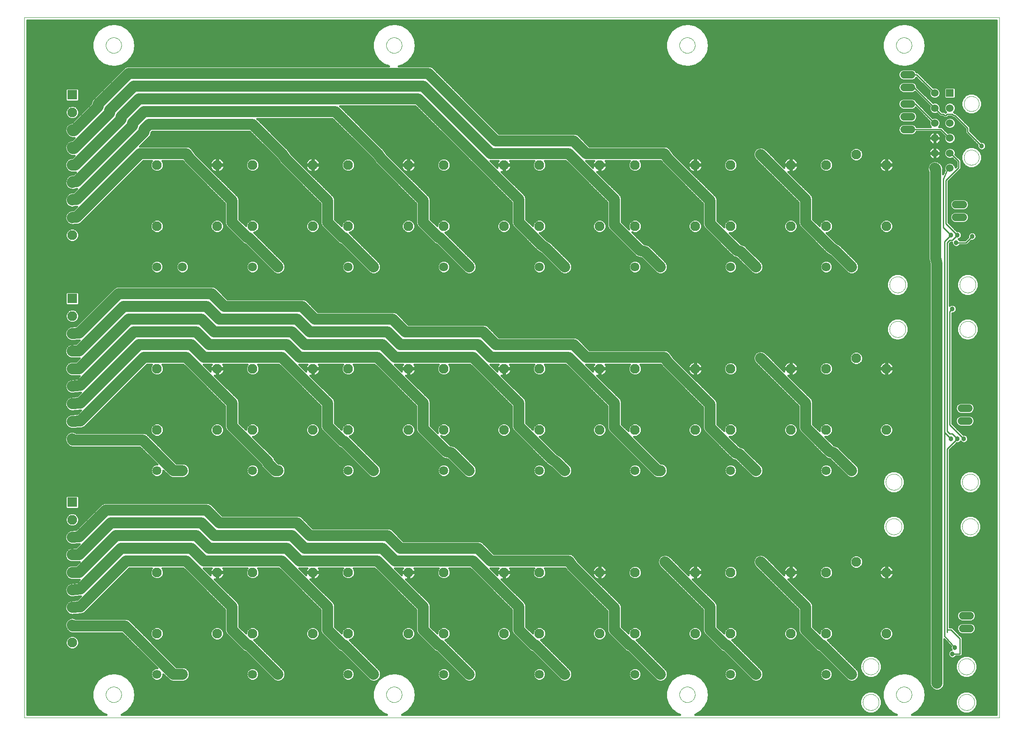
<source format=gbl>
G75*
G70*
%OFA0B0*%
%FSLAX24Y24*%
%IPPOS*%
%LPD*%
%AMOC8*
5,1,8,0,0,1.08239X$1,22.5*
%
%ADD10C,0.0000*%
%ADD11C,0.0591*%
%ADD12C,0.0602*%
%ADD13R,0.0602X0.0602*%
%ADD14C,0.0768*%
%ADD15C,0.0709*%
%ADD16R,0.0768X0.0768*%
%ADD17C,0.0100*%
%ADD18C,0.0380*%
%ADD19C,0.0160*%
%ADD20C,0.0850*%
%ADD21C,0.0531*%
D10*
X003386Y001189D02*
X003386Y056189D01*
X079886Y056189D01*
X079886Y001189D01*
X003386Y001189D01*
X009776Y002992D02*
X009778Y003041D01*
X009784Y003090D01*
X009794Y003138D01*
X009807Y003185D01*
X009825Y003231D01*
X009846Y003275D01*
X009870Y003318D01*
X009898Y003358D01*
X009929Y003397D01*
X009963Y003432D01*
X010000Y003465D01*
X010039Y003494D01*
X010081Y003520D01*
X010124Y003543D01*
X010170Y003562D01*
X010216Y003578D01*
X010264Y003590D01*
X010312Y003598D01*
X010361Y003602D01*
X010411Y003602D01*
X010460Y003598D01*
X010508Y003590D01*
X010556Y003578D01*
X010602Y003562D01*
X010648Y003543D01*
X010691Y003520D01*
X010733Y003494D01*
X010772Y003465D01*
X010809Y003432D01*
X010843Y003397D01*
X010874Y003358D01*
X010902Y003318D01*
X010926Y003275D01*
X010947Y003231D01*
X010965Y003185D01*
X010978Y003138D01*
X010988Y003090D01*
X010994Y003041D01*
X010996Y002992D01*
X010994Y002943D01*
X010988Y002894D01*
X010978Y002846D01*
X010965Y002799D01*
X010947Y002753D01*
X010926Y002709D01*
X010902Y002666D01*
X010874Y002626D01*
X010843Y002587D01*
X010809Y002552D01*
X010772Y002519D01*
X010733Y002490D01*
X010691Y002464D01*
X010648Y002441D01*
X010602Y002422D01*
X010556Y002406D01*
X010508Y002394D01*
X010460Y002386D01*
X010411Y002382D01*
X010361Y002382D01*
X010312Y002386D01*
X010264Y002394D01*
X010216Y002406D01*
X010170Y002422D01*
X010124Y002441D01*
X010081Y002464D01*
X010039Y002490D01*
X010000Y002519D01*
X009963Y002552D01*
X009929Y002587D01*
X009898Y002626D01*
X009870Y002666D01*
X009846Y002709D01*
X009825Y002753D01*
X009807Y002799D01*
X009794Y002846D01*
X009784Y002894D01*
X009778Y002943D01*
X009776Y002992D01*
X031776Y002992D02*
X031778Y003041D01*
X031784Y003090D01*
X031794Y003138D01*
X031807Y003185D01*
X031825Y003231D01*
X031846Y003275D01*
X031870Y003318D01*
X031898Y003358D01*
X031929Y003397D01*
X031963Y003432D01*
X032000Y003465D01*
X032039Y003494D01*
X032081Y003520D01*
X032124Y003543D01*
X032170Y003562D01*
X032216Y003578D01*
X032264Y003590D01*
X032312Y003598D01*
X032361Y003602D01*
X032411Y003602D01*
X032460Y003598D01*
X032508Y003590D01*
X032556Y003578D01*
X032602Y003562D01*
X032648Y003543D01*
X032691Y003520D01*
X032733Y003494D01*
X032772Y003465D01*
X032809Y003432D01*
X032843Y003397D01*
X032874Y003358D01*
X032902Y003318D01*
X032926Y003275D01*
X032947Y003231D01*
X032965Y003185D01*
X032978Y003138D01*
X032988Y003090D01*
X032994Y003041D01*
X032996Y002992D01*
X032994Y002943D01*
X032988Y002894D01*
X032978Y002846D01*
X032965Y002799D01*
X032947Y002753D01*
X032926Y002709D01*
X032902Y002666D01*
X032874Y002626D01*
X032843Y002587D01*
X032809Y002552D01*
X032772Y002519D01*
X032733Y002490D01*
X032691Y002464D01*
X032648Y002441D01*
X032602Y002422D01*
X032556Y002406D01*
X032508Y002394D01*
X032460Y002386D01*
X032411Y002382D01*
X032361Y002382D01*
X032312Y002386D01*
X032264Y002394D01*
X032216Y002406D01*
X032170Y002422D01*
X032124Y002441D01*
X032081Y002464D01*
X032039Y002490D01*
X032000Y002519D01*
X031963Y002552D01*
X031929Y002587D01*
X031898Y002626D01*
X031870Y002666D01*
X031846Y002709D01*
X031825Y002753D01*
X031807Y002799D01*
X031794Y002846D01*
X031784Y002894D01*
X031778Y002943D01*
X031776Y002992D01*
X054776Y002992D02*
X054778Y003041D01*
X054784Y003090D01*
X054794Y003138D01*
X054807Y003185D01*
X054825Y003231D01*
X054846Y003275D01*
X054870Y003318D01*
X054898Y003358D01*
X054929Y003397D01*
X054963Y003432D01*
X055000Y003465D01*
X055039Y003494D01*
X055081Y003520D01*
X055124Y003543D01*
X055170Y003562D01*
X055216Y003578D01*
X055264Y003590D01*
X055312Y003598D01*
X055361Y003602D01*
X055411Y003602D01*
X055460Y003598D01*
X055508Y003590D01*
X055556Y003578D01*
X055602Y003562D01*
X055648Y003543D01*
X055691Y003520D01*
X055733Y003494D01*
X055772Y003465D01*
X055809Y003432D01*
X055843Y003397D01*
X055874Y003358D01*
X055902Y003318D01*
X055926Y003275D01*
X055947Y003231D01*
X055965Y003185D01*
X055978Y003138D01*
X055988Y003090D01*
X055994Y003041D01*
X055996Y002992D01*
X055994Y002943D01*
X055988Y002894D01*
X055978Y002846D01*
X055965Y002799D01*
X055947Y002753D01*
X055926Y002709D01*
X055902Y002666D01*
X055874Y002626D01*
X055843Y002587D01*
X055809Y002552D01*
X055772Y002519D01*
X055733Y002490D01*
X055691Y002464D01*
X055648Y002441D01*
X055602Y002422D01*
X055556Y002406D01*
X055508Y002394D01*
X055460Y002386D01*
X055411Y002382D01*
X055361Y002382D01*
X055312Y002386D01*
X055264Y002394D01*
X055216Y002406D01*
X055170Y002422D01*
X055124Y002441D01*
X055081Y002464D01*
X055039Y002490D01*
X055000Y002519D01*
X054963Y002552D01*
X054929Y002587D01*
X054898Y002626D01*
X054870Y002666D01*
X054846Y002709D01*
X054825Y002753D01*
X054807Y002799D01*
X054794Y002846D01*
X054784Y002894D01*
X054778Y002943D01*
X054776Y002992D01*
X069156Y002389D02*
X069158Y002439D01*
X069164Y002489D01*
X069174Y002538D01*
X069188Y002586D01*
X069205Y002633D01*
X069226Y002678D01*
X069251Y002722D01*
X069279Y002763D01*
X069311Y002802D01*
X069345Y002839D01*
X069382Y002873D01*
X069422Y002903D01*
X069464Y002930D01*
X069508Y002954D01*
X069554Y002975D01*
X069601Y002991D01*
X069649Y003004D01*
X069699Y003013D01*
X069748Y003018D01*
X069799Y003019D01*
X069849Y003016D01*
X069898Y003009D01*
X069947Y002998D01*
X069995Y002983D01*
X070041Y002965D01*
X070086Y002943D01*
X070129Y002917D01*
X070170Y002888D01*
X070209Y002856D01*
X070245Y002821D01*
X070277Y002783D01*
X070307Y002743D01*
X070334Y002700D01*
X070357Y002656D01*
X070376Y002610D01*
X070392Y002562D01*
X070404Y002513D01*
X070412Y002464D01*
X070416Y002414D01*
X070416Y002364D01*
X070412Y002314D01*
X070404Y002265D01*
X070392Y002216D01*
X070376Y002168D01*
X070357Y002122D01*
X070334Y002078D01*
X070307Y002035D01*
X070277Y001995D01*
X070245Y001957D01*
X070209Y001922D01*
X070170Y001890D01*
X070129Y001861D01*
X070086Y001835D01*
X070041Y001813D01*
X069995Y001795D01*
X069947Y001780D01*
X069898Y001769D01*
X069849Y001762D01*
X069799Y001759D01*
X069748Y001760D01*
X069699Y001765D01*
X069649Y001774D01*
X069601Y001787D01*
X069554Y001803D01*
X069508Y001824D01*
X069464Y001848D01*
X069422Y001875D01*
X069382Y001905D01*
X069345Y001939D01*
X069311Y001976D01*
X069279Y002015D01*
X069251Y002056D01*
X069226Y002100D01*
X069205Y002145D01*
X069188Y002192D01*
X069174Y002240D01*
X069164Y002289D01*
X069158Y002339D01*
X069156Y002389D01*
X071776Y002992D02*
X071778Y003041D01*
X071784Y003090D01*
X071794Y003138D01*
X071807Y003185D01*
X071825Y003231D01*
X071846Y003275D01*
X071870Y003318D01*
X071898Y003358D01*
X071929Y003397D01*
X071963Y003432D01*
X072000Y003465D01*
X072039Y003494D01*
X072081Y003520D01*
X072124Y003543D01*
X072170Y003562D01*
X072216Y003578D01*
X072264Y003590D01*
X072312Y003598D01*
X072361Y003602D01*
X072411Y003602D01*
X072460Y003598D01*
X072508Y003590D01*
X072556Y003578D01*
X072602Y003562D01*
X072648Y003543D01*
X072691Y003520D01*
X072733Y003494D01*
X072772Y003465D01*
X072809Y003432D01*
X072843Y003397D01*
X072874Y003358D01*
X072902Y003318D01*
X072926Y003275D01*
X072947Y003231D01*
X072965Y003185D01*
X072978Y003138D01*
X072988Y003090D01*
X072994Y003041D01*
X072996Y002992D01*
X072994Y002943D01*
X072988Y002894D01*
X072978Y002846D01*
X072965Y002799D01*
X072947Y002753D01*
X072926Y002709D01*
X072902Y002666D01*
X072874Y002626D01*
X072843Y002587D01*
X072809Y002552D01*
X072772Y002519D01*
X072733Y002490D01*
X072691Y002464D01*
X072648Y002441D01*
X072602Y002422D01*
X072556Y002406D01*
X072508Y002394D01*
X072460Y002386D01*
X072411Y002382D01*
X072361Y002382D01*
X072312Y002386D01*
X072264Y002394D01*
X072216Y002406D01*
X072170Y002422D01*
X072124Y002441D01*
X072081Y002464D01*
X072039Y002490D01*
X072000Y002519D01*
X071963Y002552D01*
X071929Y002587D01*
X071898Y002626D01*
X071870Y002666D01*
X071846Y002709D01*
X071825Y002753D01*
X071807Y002799D01*
X071794Y002846D01*
X071784Y002894D01*
X071778Y002943D01*
X071776Y002992D01*
X069156Y005189D02*
X069158Y005239D01*
X069164Y005289D01*
X069174Y005338D01*
X069188Y005386D01*
X069205Y005433D01*
X069226Y005478D01*
X069251Y005522D01*
X069279Y005563D01*
X069311Y005602D01*
X069345Y005639D01*
X069382Y005673D01*
X069422Y005703D01*
X069464Y005730D01*
X069508Y005754D01*
X069554Y005775D01*
X069601Y005791D01*
X069649Y005804D01*
X069699Y005813D01*
X069748Y005818D01*
X069799Y005819D01*
X069849Y005816D01*
X069898Y005809D01*
X069947Y005798D01*
X069995Y005783D01*
X070041Y005765D01*
X070086Y005743D01*
X070129Y005717D01*
X070170Y005688D01*
X070209Y005656D01*
X070245Y005621D01*
X070277Y005583D01*
X070307Y005543D01*
X070334Y005500D01*
X070357Y005456D01*
X070376Y005410D01*
X070392Y005362D01*
X070404Y005313D01*
X070412Y005264D01*
X070416Y005214D01*
X070416Y005164D01*
X070412Y005114D01*
X070404Y005065D01*
X070392Y005016D01*
X070376Y004968D01*
X070357Y004922D01*
X070334Y004878D01*
X070307Y004835D01*
X070277Y004795D01*
X070245Y004757D01*
X070209Y004722D01*
X070170Y004690D01*
X070129Y004661D01*
X070086Y004635D01*
X070041Y004613D01*
X069995Y004595D01*
X069947Y004580D01*
X069898Y004569D01*
X069849Y004562D01*
X069799Y004559D01*
X069748Y004560D01*
X069699Y004565D01*
X069649Y004574D01*
X069601Y004587D01*
X069554Y004603D01*
X069508Y004624D01*
X069464Y004648D01*
X069422Y004675D01*
X069382Y004705D01*
X069345Y004739D01*
X069311Y004776D01*
X069279Y004815D01*
X069251Y004856D01*
X069226Y004900D01*
X069205Y004945D01*
X069188Y004992D01*
X069174Y005040D01*
X069164Y005089D01*
X069158Y005139D01*
X069156Y005189D01*
X076656Y005189D02*
X076658Y005239D01*
X076664Y005289D01*
X076674Y005338D01*
X076688Y005386D01*
X076705Y005433D01*
X076726Y005478D01*
X076751Y005522D01*
X076779Y005563D01*
X076811Y005602D01*
X076845Y005639D01*
X076882Y005673D01*
X076922Y005703D01*
X076964Y005730D01*
X077008Y005754D01*
X077054Y005775D01*
X077101Y005791D01*
X077149Y005804D01*
X077199Y005813D01*
X077248Y005818D01*
X077299Y005819D01*
X077349Y005816D01*
X077398Y005809D01*
X077447Y005798D01*
X077495Y005783D01*
X077541Y005765D01*
X077586Y005743D01*
X077629Y005717D01*
X077670Y005688D01*
X077709Y005656D01*
X077745Y005621D01*
X077777Y005583D01*
X077807Y005543D01*
X077834Y005500D01*
X077857Y005456D01*
X077876Y005410D01*
X077892Y005362D01*
X077904Y005313D01*
X077912Y005264D01*
X077916Y005214D01*
X077916Y005164D01*
X077912Y005114D01*
X077904Y005065D01*
X077892Y005016D01*
X077876Y004968D01*
X077857Y004922D01*
X077834Y004878D01*
X077807Y004835D01*
X077777Y004795D01*
X077745Y004757D01*
X077709Y004722D01*
X077670Y004690D01*
X077629Y004661D01*
X077586Y004635D01*
X077541Y004613D01*
X077495Y004595D01*
X077447Y004580D01*
X077398Y004569D01*
X077349Y004562D01*
X077299Y004559D01*
X077248Y004560D01*
X077199Y004565D01*
X077149Y004574D01*
X077101Y004587D01*
X077054Y004603D01*
X077008Y004624D01*
X076964Y004648D01*
X076922Y004675D01*
X076882Y004705D01*
X076845Y004739D01*
X076811Y004776D01*
X076779Y004815D01*
X076751Y004856D01*
X076726Y004900D01*
X076705Y004945D01*
X076688Y004992D01*
X076674Y005040D01*
X076664Y005089D01*
X076658Y005139D01*
X076656Y005189D01*
X076656Y002389D02*
X076658Y002439D01*
X076664Y002489D01*
X076674Y002538D01*
X076688Y002586D01*
X076705Y002633D01*
X076726Y002678D01*
X076751Y002722D01*
X076779Y002763D01*
X076811Y002802D01*
X076845Y002839D01*
X076882Y002873D01*
X076922Y002903D01*
X076964Y002930D01*
X077008Y002954D01*
X077054Y002975D01*
X077101Y002991D01*
X077149Y003004D01*
X077199Y003013D01*
X077248Y003018D01*
X077299Y003019D01*
X077349Y003016D01*
X077398Y003009D01*
X077447Y002998D01*
X077495Y002983D01*
X077541Y002965D01*
X077586Y002943D01*
X077629Y002917D01*
X077670Y002888D01*
X077709Y002856D01*
X077745Y002821D01*
X077777Y002783D01*
X077807Y002743D01*
X077834Y002700D01*
X077857Y002656D01*
X077876Y002610D01*
X077892Y002562D01*
X077904Y002513D01*
X077912Y002464D01*
X077916Y002414D01*
X077916Y002364D01*
X077912Y002314D01*
X077904Y002265D01*
X077892Y002216D01*
X077876Y002168D01*
X077857Y002122D01*
X077834Y002078D01*
X077807Y002035D01*
X077777Y001995D01*
X077745Y001957D01*
X077709Y001922D01*
X077670Y001890D01*
X077629Y001861D01*
X077586Y001835D01*
X077541Y001813D01*
X077495Y001795D01*
X077447Y001780D01*
X077398Y001769D01*
X077349Y001762D01*
X077299Y001759D01*
X077248Y001760D01*
X077199Y001765D01*
X077149Y001774D01*
X077101Y001787D01*
X077054Y001803D01*
X077008Y001824D01*
X076964Y001848D01*
X076922Y001875D01*
X076882Y001905D01*
X076845Y001939D01*
X076811Y001976D01*
X076779Y002015D01*
X076751Y002056D01*
X076726Y002100D01*
X076705Y002145D01*
X076688Y002192D01*
X076674Y002240D01*
X076664Y002289D01*
X076658Y002339D01*
X076656Y002389D01*
X076956Y016189D02*
X076958Y016239D01*
X076964Y016289D01*
X076974Y016338D01*
X076988Y016386D01*
X077005Y016433D01*
X077026Y016478D01*
X077051Y016522D01*
X077079Y016563D01*
X077111Y016602D01*
X077145Y016639D01*
X077182Y016673D01*
X077222Y016703D01*
X077264Y016730D01*
X077308Y016754D01*
X077354Y016775D01*
X077401Y016791D01*
X077449Y016804D01*
X077499Y016813D01*
X077548Y016818D01*
X077599Y016819D01*
X077649Y016816D01*
X077698Y016809D01*
X077747Y016798D01*
X077795Y016783D01*
X077841Y016765D01*
X077886Y016743D01*
X077929Y016717D01*
X077970Y016688D01*
X078009Y016656D01*
X078045Y016621D01*
X078077Y016583D01*
X078107Y016543D01*
X078134Y016500D01*
X078157Y016456D01*
X078176Y016410D01*
X078192Y016362D01*
X078204Y016313D01*
X078212Y016264D01*
X078216Y016214D01*
X078216Y016164D01*
X078212Y016114D01*
X078204Y016065D01*
X078192Y016016D01*
X078176Y015968D01*
X078157Y015922D01*
X078134Y015878D01*
X078107Y015835D01*
X078077Y015795D01*
X078045Y015757D01*
X078009Y015722D01*
X077970Y015690D01*
X077929Y015661D01*
X077886Y015635D01*
X077841Y015613D01*
X077795Y015595D01*
X077747Y015580D01*
X077698Y015569D01*
X077649Y015562D01*
X077599Y015559D01*
X077548Y015560D01*
X077499Y015565D01*
X077449Y015574D01*
X077401Y015587D01*
X077354Y015603D01*
X077308Y015624D01*
X077264Y015648D01*
X077222Y015675D01*
X077182Y015705D01*
X077145Y015739D01*
X077111Y015776D01*
X077079Y015815D01*
X077051Y015856D01*
X077026Y015900D01*
X077005Y015945D01*
X076988Y015992D01*
X076974Y016040D01*
X076964Y016089D01*
X076958Y016139D01*
X076956Y016189D01*
X076956Y019689D02*
X076958Y019739D01*
X076964Y019789D01*
X076974Y019838D01*
X076988Y019886D01*
X077005Y019933D01*
X077026Y019978D01*
X077051Y020022D01*
X077079Y020063D01*
X077111Y020102D01*
X077145Y020139D01*
X077182Y020173D01*
X077222Y020203D01*
X077264Y020230D01*
X077308Y020254D01*
X077354Y020275D01*
X077401Y020291D01*
X077449Y020304D01*
X077499Y020313D01*
X077548Y020318D01*
X077599Y020319D01*
X077649Y020316D01*
X077698Y020309D01*
X077747Y020298D01*
X077795Y020283D01*
X077841Y020265D01*
X077886Y020243D01*
X077929Y020217D01*
X077970Y020188D01*
X078009Y020156D01*
X078045Y020121D01*
X078077Y020083D01*
X078107Y020043D01*
X078134Y020000D01*
X078157Y019956D01*
X078176Y019910D01*
X078192Y019862D01*
X078204Y019813D01*
X078212Y019764D01*
X078216Y019714D01*
X078216Y019664D01*
X078212Y019614D01*
X078204Y019565D01*
X078192Y019516D01*
X078176Y019468D01*
X078157Y019422D01*
X078134Y019378D01*
X078107Y019335D01*
X078077Y019295D01*
X078045Y019257D01*
X078009Y019222D01*
X077970Y019190D01*
X077929Y019161D01*
X077886Y019135D01*
X077841Y019113D01*
X077795Y019095D01*
X077747Y019080D01*
X077698Y019069D01*
X077649Y019062D01*
X077599Y019059D01*
X077548Y019060D01*
X077499Y019065D01*
X077449Y019074D01*
X077401Y019087D01*
X077354Y019103D01*
X077308Y019124D01*
X077264Y019148D01*
X077222Y019175D01*
X077182Y019205D01*
X077145Y019239D01*
X077111Y019276D01*
X077079Y019315D01*
X077051Y019356D01*
X077026Y019400D01*
X077005Y019445D01*
X076988Y019492D01*
X076974Y019540D01*
X076964Y019589D01*
X076958Y019639D01*
X076956Y019689D01*
X070956Y019689D02*
X070958Y019739D01*
X070964Y019789D01*
X070974Y019838D01*
X070988Y019886D01*
X071005Y019933D01*
X071026Y019978D01*
X071051Y020022D01*
X071079Y020063D01*
X071111Y020102D01*
X071145Y020139D01*
X071182Y020173D01*
X071222Y020203D01*
X071264Y020230D01*
X071308Y020254D01*
X071354Y020275D01*
X071401Y020291D01*
X071449Y020304D01*
X071499Y020313D01*
X071548Y020318D01*
X071599Y020319D01*
X071649Y020316D01*
X071698Y020309D01*
X071747Y020298D01*
X071795Y020283D01*
X071841Y020265D01*
X071886Y020243D01*
X071929Y020217D01*
X071970Y020188D01*
X072009Y020156D01*
X072045Y020121D01*
X072077Y020083D01*
X072107Y020043D01*
X072134Y020000D01*
X072157Y019956D01*
X072176Y019910D01*
X072192Y019862D01*
X072204Y019813D01*
X072212Y019764D01*
X072216Y019714D01*
X072216Y019664D01*
X072212Y019614D01*
X072204Y019565D01*
X072192Y019516D01*
X072176Y019468D01*
X072157Y019422D01*
X072134Y019378D01*
X072107Y019335D01*
X072077Y019295D01*
X072045Y019257D01*
X072009Y019222D01*
X071970Y019190D01*
X071929Y019161D01*
X071886Y019135D01*
X071841Y019113D01*
X071795Y019095D01*
X071747Y019080D01*
X071698Y019069D01*
X071649Y019062D01*
X071599Y019059D01*
X071548Y019060D01*
X071499Y019065D01*
X071449Y019074D01*
X071401Y019087D01*
X071354Y019103D01*
X071308Y019124D01*
X071264Y019148D01*
X071222Y019175D01*
X071182Y019205D01*
X071145Y019239D01*
X071111Y019276D01*
X071079Y019315D01*
X071051Y019356D01*
X071026Y019400D01*
X071005Y019445D01*
X070988Y019492D01*
X070974Y019540D01*
X070964Y019589D01*
X070958Y019639D01*
X070956Y019689D01*
X070956Y016189D02*
X070958Y016239D01*
X070964Y016289D01*
X070974Y016338D01*
X070988Y016386D01*
X071005Y016433D01*
X071026Y016478D01*
X071051Y016522D01*
X071079Y016563D01*
X071111Y016602D01*
X071145Y016639D01*
X071182Y016673D01*
X071222Y016703D01*
X071264Y016730D01*
X071308Y016754D01*
X071354Y016775D01*
X071401Y016791D01*
X071449Y016804D01*
X071499Y016813D01*
X071548Y016818D01*
X071599Y016819D01*
X071649Y016816D01*
X071698Y016809D01*
X071747Y016798D01*
X071795Y016783D01*
X071841Y016765D01*
X071886Y016743D01*
X071929Y016717D01*
X071970Y016688D01*
X072009Y016656D01*
X072045Y016621D01*
X072077Y016583D01*
X072107Y016543D01*
X072134Y016500D01*
X072157Y016456D01*
X072176Y016410D01*
X072192Y016362D01*
X072204Y016313D01*
X072212Y016264D01*
X072216Y016214D01*
X072216Y016164D01*
X072212Y016114D01*
X072204Y016065D01*
X072192Y016016D01*
X072176Y015968D01*
X072157Y015922D01*
X072134Y015878D01*
X072107Y015835D01*
X072077Y015795D01*
X072045Y015757D01*
X072009Y015722D01*
X071970Y015690D01*
X071929Y015661D01*
X071886Y015635D01*
X071841Y015613D01*
X071795Y015595D01*
X071747Y015580D01*
X071698Y015569D01*
X071649Y015562D01*
X071599Y015559D01*
X071548Y015560D01*
X071499Y015565D01*
X071449Y015574D01*
X071401Y015587D01*
X071354Y015603D01*
X071308Y015624D01*
X071264Y015648D01*
X071222Y015675D01*
X071182Y015705D01*
X071145Y015739D01*
X071111Y015776D01*
X071079Y015815D01*
X071051Y015856D01*
X071026Y015900D01*
X071005Y015945D01*
X070988Y015992D01*
X070974Y016040D01*
X070964Y016089D01*
X070958Y016139D01*
X070956Y016189D01*
X071256Y031689D02*
X071258Y031739D01*
X071264Y031789D01*
X071274Y031838D01*
X071288Y031886D01*
X071305Y031933D01*
X071326Y031978D01*
X071351Y032022D01*
X071379Y032063D01*
X071411Y032102D01*
X071445Y032139D01*
X071482Y032173D01*
X071522Y032203D01*
X071564Y032230D01*
X071608Y032254D01*
X071654Y032275D01*
X071701Y032291D01*
X071749Y032304D01*
X071799Y032313D01*
X071848Y032318D01*
X071899Y032319D01*
X071949Y032316D01*
X071998Y032309D01*
X072047Y032298D01*
X072095Y032283D01*
X072141Y032265D01*
X072186Y032243D01*
X072229Y032217D01*
X072270Y032188D01*
X072309Y032156D01*
X072345Y032121D01*
X072377Y032083D01*
X072407Y032043D01*
X072434Y032000D01*
X072457Y031956D01*
X072476Y031910D01*
X072492Y031862D01*
X072504Y031813D01*
X072512Y031764D01*
X072516Y031714D01*
X072516Y031664D01*
X072512Y031614D01*
X072504Y031565D01*
X072492Y031516D01*
X072476Y031468D01*
X072457Y031422D01*
X072434Y031378D01*
X072407Y031335D01*
X072377Y031295D01*
X072345Y031257D01*
X072309Y031222D01*
X072270Y031190D01*
X072229Y031161D01*
X072186Y031135D01*
X072141Y031113D01*
X072095Y031095D01*
X072047Y031080D01*
X071998Y031069D01*
X071949Y031062D01*
X071899Y031059D01*
X071848Y031060D01*
X071799Y031065D01*
X071749Y031074D01*
X071701Y031087D01*
X071654Y031103D01*
X071608Y031124D01*
X071564Y031148D01*
X071522Y031175D01*
X071482Y031205D01*
X071445Y031239D01*
X071411Y031276D01*
X071379Y031315D01*
X071351Y031356D01*
X071326Y031400D01*
X071305Y031445D01*
X071288Y031492D01*
X071274Y031540D01*
X071264Y031589D01*
X071258Y031639D01*
X071256Y031689D01*
X071256Y035189D02*
X071258Y035239D01*
X071264Y035289D01*
X071274Y035338D01*
X071288Y035386D01*
X071305Y035433D01*
X071326Y035478D01*
X071351Y035522D01*
X071379Y035563D01*
X071411Y035602D01*
X071445Y035639D01*
X071482Y035673D01*
X071522Y035703D01*
X071564Y035730D01*
X071608Y035754D01*
X071654Y035775D01*
X071701Y035791D01*
X071749Y035804D01*
X071799Y035813D01*
X071848Y035818D01*
X071899Y035819D01*
X071949Y035816D01*
X071998Y035809D01*
X072047Y035798D01*
X072095Y035783D01*
X072141Y035765D01*
X072186Y035743D01*
X072229Y035717D01*
X072270Y035688D01*
X072309Y035656D01*
X072345Y035621D01*
X072377Y035583D01*
X072407Y035543D01*
X072434Y035500D01*
X072457Y035456D01*
X072476Y035410D01*
X072492Y035362D01*
X072504Y035313D01*
X072512Y035264D01*
X072516Y035214D01*
X072516Y035164D01*
X072512Y035114D01*
X072504Y035065D01*
X072492Y035016D01*
X072476Y034968D01*
X072457Y034922D01*
X072434Y034878D01*
X072407Y034835D01*
X072377Y034795D01*
X072345Y034757D01*
X072309Y034722D01*
X072270Y034690D01*
X072229Y034661D01*
X072186Y034635D01*
X072141Y034613D01*
X072095Y034595D01*
X072047Y034580D01*
X071998Y034569D01*
X071949Y034562D01*
X071899Y034559D01*
X071848Y034560D01*
X071799Y034565D01*
X071749Y034574D01*
X071701Y034587D01*
X071654Y034603D01*
X071608Y034624D01*
X071564Y034648D01*
X071522Y034675D01*
X071482Y034705D01*
X071445Y034739D01*
X071411Y034776D01*
X071379Y034815D01*
X071351Y034856D01*
X071326Y034900D01*
X071305Y034945D01*
X071288Y034992D01*
X071274Y035040D01*
X071264Y035089D01*
X071258Y035139D01*
X071256Y035189D01*
X076756Y035189D02*
X076758Y035239D01*
X076764Y035289D01*
X076774Y035338D01*
X076788Y035386D01*
X076805Y035433D01*
X076826Y035478D01*
X076851Y035522D01*
X076879Y035563D01*
X076911Y035602D01*
X076945Y035639D01*
X076982Y035673D01*
X077022Y035703D01*
X077064Y035730D01*
X077108Y035754D01*
X077154Y035775D01*
X077201Y035791D01*
X077249Y035804D01*
X077299Y035813D01*
X077348Y035818D01*
X077399Y035819D01*
X077449Y035816D01*
X077498Y035809D01*
X077547Y035798D01*
X077595Y035783D01*
X077641Y035765D01*
X077686Y035743D01*
X077729Y035717D01*
X077770Y035688D01*
X077809Y035656D01*
X077845Y035621D01*
X077877Y035583D01*
X077907Y035543D01*
X077934Y035500D01*
X077957Y035456D01*
X077976Y035410D01*
X077992Y035362D01*
X078004Y035313D01*
X078012Y035264D01*
X078016Y035214D01*
X078016Y035164D01*
X078012Y035114D01*
X078004Y035065D01*
X077992Y035016D01*
X077976Y034968D01*
X077957Y034922D01*
X077934Y034878D01*
X077907Y034835D01*
X077877Y034795D01*
X077845Y034757D01*
X077809Y034722D01*
X077770Y034690D01*
X077729Y034661D01*
X077686Y034635D01*
X077641Y034613D01*
X077595Y034595D01*
X077547Y034580D01*
X077498Y034569D01*
X077449Y034562D01*
X077399Y034559D01*
X077348Y034560D01*
X077299Y034565D01*
X077249Y034574D01*
X077201Y034587D01*
X077154Y034603D01*
X077108Y034624D01*
X077064Y034648D01*
X077022Y034675D01*
X076982Y034705D01*
X076945Y034739D01*
X076911Y034776D01*
X076879Y034815D01*
X076851Y034856D01*
X076826Y034900D01*
X076805Y034945D01*
X076788Y034992D01*
X076774Y035040D01*
X076764Y035089D01*
X076758Y035139D01*
X076756Y035189D01*
X076756Y031689D02*
X076758Y031739D01*
X076764Y031789D01*
X076774Y031838D01*
X076788Y031886D01*
X076805Y031933D01*
X076826Y031978D01*
X076851Y032022D01*
X076879Y032063D01*
X076911Y032102D01*
X076945Y032139D01*
X076982Y032173D01*
X077022Y032203D01*
X077064Y032230D01*
X077108Y032254D01*
X077154Y032275D01*
X077201Y032291D01*
X077249Y032304D01*
X077299Y032313D01*
X077348Y032318D01*
X077399Y032319D01*
X077449Y032316D01*
X077498Y032309D01*
X077547Y032298D01*
X077595Y032283D01*
X077641Y032265D01*
X077686Y032243D01*
X077729Y032217D01*
X077770Y032188D01*
X077809Y032156D01*
X077845Y032121D01*
X077877Y032083D01*
X077907Y032043D01*
X077934Y032000D01*
X077957Y031956D01*
X077976Y031910D01*
X077992Y031862D01*
X078004Y031813D01*
X078012Y031764D01*
X078016Y031714D01*
X078016Y031664D01*
X078012Y031614D01*
X078004Y031565D01*
X077992Y031516D01*
X077976Y031468D01*
X077957Y031422D01*
X077934Y031378D01*
X077907Y031335D01*
X077877Y031295D01*
X077845Y031257D01*
X077809Y031222D01*
X077770Y031190D01*
X077729Y031161D01*
X077686Y031135D01*
X077641Y031113D01*
X077595Y031095D01*
X077547Y031080D01*
X077498Y031069D01*
X077449Y031062D01*
X077399Y031059D01*
X077348Y031060D01*
X077299Y031065D01*
X077249Y031074D01*
X077201Y031087D01*
X077154Y031103D01*
X077108Y031124D01*
X077064Y031148D01*
X077022Y031175D01*
X076982Y031205D01*
X076945Y031239D01*
X076911Y031276D01*
X076879Y031315D01*
X076851Y031356D01*
X076826Y031400D01*
X076805Y031445D01*
X076788Y031492D01*
X076774Y031540D01*
X076764Y031589D01*
X076758Y031639D01*
X076756Y031689D01*
X077095Y045183D02*
X077097Y045231D01*
X077103Y045279D01*
X077113Y045326D01*
X077126Y045372D01*
X077144Y045417D01*
X077164Y045461D01*
X077189Y045503D01*
X077217Y045542D01*
X077247Y045579D01*
X077281Y045613D01*
X077318Y045645D01*
X077356Y045674D01*
X077397Y045699D01*
X077440Y045721D01*
X077485Y045739D01*
X077531Y045753D01*
X077578Y045764D01*
X077626Y045771D01*
X077674Y045774D01*
X077722Y045773D01*
X077770Y045768D01*
X077818Y045759D01*
X077864Y045747D01*
X077909Y045730D01*
X077953Y045710D01*
X077995Y045687D01*
X078035Y045660D01*
X078073Y045630D01*
X078108Y045597D01*
X078140Y045561D01*
X078170Y045523D01*
X078196Y045482D01*
X078218Y045439D01*
X078238Y045395D01*
X078253Y045350D01*
X078265Y045303D01*
X078273Y045255D01*
X078277Y045207D01*
X078277Y045159D01*
X078273Y045111D01*
X078265Y045063D01*
X078253Y045016D01*
X078238Y044971D01*
X078218Y044927D01*
X078196Y044884D01*
X078170Y044843D01*
X078140Y044805D01*
X078108Y044769D01*
X078073Y044736D01*
X078035Y044706D01*
X077995Y044679D01*
X077953Y044656D01*
X077909Y044636D01*
X077864Y044619D01*
X077818Y044607D01*
X077770Y044598D01*
X077722Y044593D01*
X077674Y044592D01*
X077626Y044595D01*
X077578Y044602D01*
X077531Y044613D01*
X077485Y044627D01*
X077440Y044645D01*
X077397Y044667D01*
X077356Y044692D01*
X077318Y044721D01*
X077281Y044753D01*
X077247Y044787D01*
X077217Y044824D01*
X077189Y044863D01*
X077164Y044905D01*
X077144Y044949D01*
X077126Y044994D01*
X077113Y045040D01*
X077103Y045087D01*
X077097Y045135D01*
X077095Y045183D01*
X077095Y049396D02*
X077097Y049444D01*
X077103Y049492D01*
X077113Y049539D01*
X077126Y049585D01*
X077144Y049630D01*
X077164Y049674D01*
X077189Y049716D01*
X077217Y049755D01*
X077247Y049792D01*
X077281Y049826D01*
X077318Y049858D01*
X077356Y049887D01*
X077397Y049912D01*
X077440Y049934D01*
X077485Y049952D01*
X077531Y049966D01*
X077578Y049977D01*
X077626Y049984D01*
X077674Y049987D01*
X077722Y049986D01*
X077770Y049981D01*
X077818Y049972D01*
X077864Y049960D01*
X077909Y049943D01*
X077953Y049923D01*
X077995Y049900D01*
X078035Y049873D01*
X078073Y049843D01*
X078108Y049810D01*
X078140Y049774D01*
X078170Y049736D01*
X078196Y049695D01*
X078218Y049652D01*
X078238Y049608D01*
X078253Y049563D01*
X078265Y049516D01*
X078273Y049468D01*
X078277Y049420D01*
X078277Y049372D01*
X078273Y049324D01*
X078265Y049276D01*
X078253Y049229D01*
X078238Y049184D01*
X078218Y049140D01*
X078196Y049097D01*
X078170Y049056D01*
X078140Y049018D01*
X078108Y048982D01*
X078073Y048949D01*
X078035Y048919D01*
X077995Y048892D01*
X077953Y048869D01*
X077909Y048849D01*
X077864Y048832D01*
X077818Y048820D01*
X077770Y048811D01*
X077722Y048806D01*
X077674Y048805D01*
X077626Y048808D01*
X077578Y048815D01*
X077531Y048826D01*
X077485Y048840D01*
X077440Y048858D01*
X077397Y048880D01*
X077356Y048905D01*
X077318Y048934D01*
X077281Y048966D01*
X077247Y049000D01*
X077217Y049037D01*
X077189Y049076D01*
X077164Y049118D01*
X077144Y049162D01*
X077126Y049207D01*
X077113Y049253D01*
X077103Y049300D01*
X077097Y049348D01*
X077095Y049396D01*
X071776Y053992D02*
X071778Y054041D01*
X071784Y054090D01*
X071794Y054138D01*
X071807Y054185D01*
X071825Y054231D01*
X071846Y054275D01*
X071870Y054318D01*
X071898Y054358D01*
X071929Y054397D01*
X071963Y054432D01*
X072000Y054465D01*
X072039Y054494D01*
X072081Y054520D01*
X072124Y054543D01*
X072170Y054562D01*
X072216Y054578D01*
X072264Y054590D01*
X072312Y054598D01*
X072361Y054602D01*
X072411Y054602D01*
X072460Y054598D01*
X072508Y054590D01*
X072556Y054578D01*
X072602Y054562D01*
X072648Y054543D01*
X072691Y054520D01*
X072733Y054494D01*
X072772Y054465D01*
X072809Y054432D01*
X072843Y054397D01*
X072874Y054358D01*
X072902Y054318D01*
X072926Y054275D01*
X072947Y054231D01*
X072965Y054185D01*
X072978Y054138D01*
X072988Y054090D01*
X072994Y054041D01*
X072996Y053992D01*
X072994Y053943D01*
X072988Y053894D01*
X072978Y053846D01*
X072965Y053799D01*
X072947Y053753D01*
X072926Y053709D01*
X072902Y053666D01*
X072874Y053626D01*
X072843Y053587D01*
X072809Y053552D01*
X072772Y053519D01*
X072733Y053490D01*
X072691Y053464D01*
X072648Y053441D01*
X072602Y053422D01*
X072556Y053406D01*
X072508Y053394D01*
X072460Y053386D01*
X072411Y053382D01*
X072361Y053382D01*
X072312Y053386D01*
X072264Y053394D01*
X072216Y053406D01*
X072170Y053422D01*
X072124Y053441D01*
X072081Y053464D01*
X072039Y053490D01*
X072000Y053519D01*
X071963Y053552D01*
X071929Y053587D01*
X071898Y053626D01*
X071870Y053666D01*
X071846Y053709D01*
X071825Y053753D01*
X071807Y053799D01*
X071794Y053846D01*
X071784Y053894D01*
X071778Y053943D01*
X071776Y053992D01*
X054776Y053992D02*
X054778Y054041D01*
X054784Y054090D01*
X054794Y054138D01*
X054807Y054185D01*
X054825Y054231D01*
X054846Y054275D01*
X054870Y054318D01*
X054898Y054358D01*
X054929Y054397D01*
X054963Y054432D01*
X055000Y054465D01*
X055039Y054494D01*
X055081Y054520D01*
X055124Y054543D01*
X055170Y054562D01*
X055216Y054578D01*
X055264Y054590D01*
X055312Y054598D01*
X055361Y054602D01*
X055411Y054602D01*
X055460Y054598D01*
X055508Y054590D01*
X055556Y054578D01*
X055602Y054562D01*
X055648Y054543D01*
X055691Y054520D01*
X055733Y054494D01*
X055772Y054465D01*
X055809Y054432D01*
X055843Y054397D01*
X055874Y054358D01*
X055902Y054318D01*
X055926Y054275D01*
X055947Y054231D01*
X055965Y054185D01*
X055978Y054138D01*
X055988Y054090D01*
X055994Y054041D01*
X055996Y053992D01*
X055994Y053943D01*
X055988Y053894D01*
X055978Y053846D01*
X055965Y053799D01*
X055947Y053753D01*
X055926Y053709D01*
X055902Y053666D01*
X055874Y053626D01*
X055843Y053587D01*
X055809Y053552D01*
X055772Y053519D01*
X055733Y053490D01*
X055691Y053464D01*
X055648Y053441D01*
X055602Y053422D01*
X055556Y053406D01*
X055508Y053394D01*
X055460Y053386D01*
X055411Y053382D01*
X055361Y053382D01*
X055312Y053386D01*
X055264Y053394D01*
X055216Y053406D01*
X055170Y053422D01*
X055124Y053441D01*
X055081Y053464D01*
X055039Y053490D01*
X055000Y053519D01*
X054963Y053552D01*
X054929Y053587D01*
X054898Y053626D01*
X054870Y053666D01*
X054846Y053709D01*
X054825Y053753D01*
X054807Y053799D01*
X054794Y053846D01*
X054784Y053894D01*
X054778Y053943D01*
X054776Y053992D01*
X031776Y053992D02*
X031778Y054041D01*
X031784Y054090D01*
X031794Y054138D01*
X031807Y054185D01*
X031825Y054231D01*
X031846Y054275D01*
X031870Y054318D01*
X031898Y054358D01*
X031929Y054397D01*
X031963Y054432D01*
X032000Y054465D01*
X032039Y054494D01*
X032081Y054520D01*
X032124Y054543D01*
X032170Y054562D01*
X032216Y054578D01*
X032264Y054590D01*
X032312Y054598D01*
X032361Y054602D01*
X032411Y054602D01*
X032460Y054598D01*
X032508Y054590D01*
X032556Y054578D01*
X032602Y054562D01*
X032648Y054543D01*
X032691Y054520D01*
X032733Y054494D01*
X032772Y054465D01*
X032809Y054432D01*
X032843Y054397D01*
X032874Y054358D01*
X032902Y054318D01*
X032926Y054275D01*
X032947Y054231D01*
X032965Y054185D01*
X032978Y054138D01*
X032988Y054090D01*
X032994Y054041D01*
X032996Y053992D01*
X032994Y053943D01*
X032988Y053894D01*
X032978Y053846D01*
X032965Y053799D01*
X032947Y053753D01*
X032926Y053709D01*
X032902Y053666D01*
X032874Y053626D01*
X032843Y053587D01*
X032809Y053552D01*
X032772Y053519D01*
X032733Y053490D01*
X032691Y053464D01*
X032648Y053441D01*
X032602Y053422D01*
X032556Y053406D01*
X032508Y053394D01*
X032460Y053386D01*
X032411Y053382D01*
X032361Y053382D01*
X032312Y053386D01*
X032264Y053394D01*
X032216Y053406D01*
X032170Y053422D01*
X032124Y053441D01*
X032081Y053464D01*
X032039Y053490D01*
X032000Y053519D01*
X031963Y053552D01*
X031929Y053587D01*
X031898Y053626D01*
X031870Y053666D01*
X031846Y053709D01*
X031825Y053753D01*
X031807Y053799D01*
X031794Y053846D01*
X031784Y053894D01*
X031778Y053943D01*
X031776Y053992D01*
X009776Y053992D02*
X009778Y054041D01*
X009784Y054090D01*
X009794Y054138D01*
X009807Y054185D01*
X009825Y054231D01*
X009846Y054275D01*
X009870Y054318D01*
X009898Y054358D01*
X009929Y054397D01*
X009963Y054432D01*
X010000Y054465D01*
X010039Y054494D01*
X010081Y054520D01*
X010124Y054543D01*
X010170Y054562D01*
X010216Y054578D01*
X010264Y054590D01*
X010312Y054598D01*
X010361Y054602D01*
X010411Y054602D01*
X010460Y054598D01*
X010508Y054590D01*
X010556Y054578D01*
X010602Y054562D01*
X010648Y054543D01*
X010691Y054520D01*
X010733Y054494D01*
X010772Y054465D01*
X010809Y054432D01*
X010843Y054397D01*
X010874Y054358D01*
X010902Y054318D01*
X010926Y054275D01*
X010947Y054231D01*
X010965Y054185D01*
X010978Y054138D01*
X010988Y054090D01*
X010994Y054041D01*
X010996Y053992D01*
X010994Y053943D01*
X010988Y053894D01*
X010978Y053846D01*
X010965Y053799D01*
X010947Y053753D01*
X010926Y053709D01*
X010902Y053666D01*
X010874Y053626D01*
X010843Y053587D01*
X010809Y053552D01*
X010772Y053519D01*
X010733Y053490D01*
X010691Y053464D01*
X010648Y053441D01*
X010602Y053422D01*
X010556Y053406D01*
X010508Y053394D01*
X010460Y053386D01*
X010411Y053382D01*
X010361Y053382D01*
X010312Y053386D01*
X010264Y053394D01*
X010216Y053406D01*
X010170Y053422D01*
X010124Y053441D01*
X010081Y053464D01*
X010039Y053490D01*
X010000Y053519D01*
X009963Y053552D01*
X009929Y053587D01*
X009898Y053626D01*
X009870Y053666D01*
X009846Y053709D01*
X009825Y053753D01*
X009807Y053799D01*
X009794Y053846D01*
X009784Y053894D01*
X009778Y053943D01*
X009776Y053992D01*
D11*
X072391Y051689D02*
X072982Y051689D01*
X072982Y050689D02*
X072391Y050689D01*
X072391Y049389D02*
X072982Y049389D01*
X072982Y048389D02*
X072391Y048389D01*
X072391Y047389D02*
X072982Y047389D01*
X076441Y041489D02*
X077032Y041489D01*
X077032Y040489D02*
X076441Y040489D01*
X076891Y025489D02*
X077482Y025489D01*
X077482Y024489D02*
X076891Y024489D01*
X076991Y009189D02*
X077582Y009189D01*
X077582Y008189D02*
X076991Y008189D01*
D12*
X075986Y044337D03*
X075986Y045518D03*
X075986Y046699D03*
X075986Y047880D03*
X075986Y049061D03*
X074805Y049061D03*
X074805Y050242D03*
X074805Y047880D03*
X074805Y046699D03*
X074805Y045518D03*
X074805Y044337D03*
D13*
X075986Y050242D03*
D14*
X068649Y045416D03*
X071011Y044589D03*
X066286Y044589D03*
X063511Y044589D03*
X061149Y045416D03*
X058786Y044589D03*
X056011Y044589D03*
X053649Y045416D03*
X051286Y044589D03*
X048511Y044589D03*
X046149Y045416D03*
X043786Y044589D03*
X041011Y044589D03*
X038649Y045416D03*
X036286Y044589D03*
X033511Y044589D03*
X031149Y045416D03*
X028786Y044589D03*
X026011Y044589D03*
X023649Y045416D03*
X021286Y044589D03*
X018511Y044589D03*
X016149Y045416D03*
X013786Y044589D03*
X013786Y039786D03*
X018511Y039786D03*
X021286Y039786D03*
X026011Y039786D03*
X028786Y039786D03*
X033511Y039786D03*
X036286Y039786D03*
X041011Y039786D03*
X043786Y039786D03*
X048511Y039786D03*
X051286Y039786D03*
X056011Y039786D03*
X058786Y039786D03*
X063511Y039786D03*
X066286Y039786D03*
X071011Y039786D03*
X068649Y029416D03*
X071011Y028589D03*
X066286Y028589D03*
X063511Y028589D03*
X061149Y029416D03*
X058786Y028589D03*
X056011Y028589D03*
X053649Y029416D03*
X051286Y028589D03*
X048511Y028589D03*
X046149Y029416D03*
X043786Y028589D03*
X041011Y028589D03*
X038649Y029416D03*
X036286Y028589D03*
X033511Y028589D03*
X031149Y029416D03*
X028786Y028589D03*
X026011Y028589D03*
X023649Y029416D03*
X021286Y028589D03*
X018511Y028589D03*
X016149Y029416D03*
X013786Y028589D03*
X013786Y023786D03*
X018511Y023786D03*
X021286Y023786D03*
X026011Y023786D03*
X028786Y023786D03*
X033511Y023786D03*
X036286Y023786D03*
X041011Y023786D03*
X043786Y023786D03*
X048511Y023786D03*
X051286Y023786D03*
X056011Y023786D03*
X058786Y023786D03*
X063511Y023786D03*
X066286Y023786D03*
X071011Y023786D03*
X068649Y013416D03*
X071011Y012589D03*
X066286Y012589D03*
X063511Y012589D03*
X061149Y013416D03*
X058786Y012589D03*
X056011Y012589D03*
X053649Y013416D03*
X051286Y012589D03*
X048511Y012589D03*
X046149Y013416D03*
X043786Y012589D03*
X041011Y012589D03*
X038649Y013416D03*
X036286Y012589D03*
X033511Y012589D03*
X031149Y013416D03*
X028786Y012589D03*
X026011Y012589D03*
X023649Y013416D03*
X021286Y012589D03*
X018511Y012589D03*
X016149Y013416D03*
X013786Y012589D03*
X013786Y007786D03*
X018511Y007786D03*
X021286Y007786D03*
X026011Y007786D03*
X028786Y007786D03*
X033511Y007786D03*
X036286Y007786D03*
X041011Y007786D03*
X043786Y007786D03*
X048511Y007786D03*
X051286Y007786D03*
X056011Y007786D03*
X058786Y007786D03*
X063511Y007786D03*
X066286Y007786D03*
X071011Y007786D03*
X007142Y008455D03*
X007142Y007077D03*
X007142Y009833D03*
X007142Y011211D03*
X007142Y012589D03*
X007142Y013967D03*
X007142Y015345D03*
X007142Y016723D03*
X007142Y023077D03*
X007142Y024455D03*
X007142Y025833D03*
X007142Y027211D03*
X007142Y028589D03*
X007142Y029967D03*
X007142Y031345D03*
X007142Y032723D03*
X007142Y039077D03*
X007142Y040455D03*
X007142Y041833D03*
X007142Y043211D03*
X007142Y044589D03*
X007142Y045967D03*
X007142Y047345D03*
X007142Y048723D03*
D15*
X013786Y036589D03*
X015786Y036589D03*
X021286Y036589D03*
X023286Y036589D03*
X028786Y036589D03*
X030786Y036589D03*
X036286Y036589D03*
X038286Y036589D03*
X043786Y036589D03*
X045786Y036589D03*
X051286Y036589D03*
X053286Y036589D03*
X058786Y036589D03*
X060786Y036589D03*
X066286Y036589D03*
X068286Y036589D03*
X068286Y020589D03*
X066286Y020589D03*
X060786Y020589D03*
X058786Y020589D03*
X053286Y020589D03*
X051286Y020589D03*
X045786Y020589D03*
X043786Y020589D03*
X038286Y020589D03*
X036286Y020589D03*
X030786Y020589D03*
X028786Y020589D03*
X023286Y020589D03*
X021286Y020589D03*
X015786Y020589D03*
X013786Y020589D03*
X013786Y004589D03*
X015786Y004589D03*
X021286Y004589D03*
X023286Y004589D03*
X028786Y004589D03*
X030786Y004589D03*
X036286Y004589D03*
X038286Y004589D03*
X043786Y004589D03*
X045786Y004589D03*
X051286Y004589D03*
X053286Y004589D03*
X058786Y004589D03*
X060786Y004589D03*
X066286Y004589D03*
X068286Y004589D03*
D16*
X007142Y018101D03*
X007142Y034101D03*
X007142Y050101D03*
D17*
X072686Y050689D02*
X073186Y050689D01*
X074786Y049089D01*
X074805Y049061D01*
X074886Y048989D01*
X075286Y048589D01*
X075486Y048589D01*
X075586Y048489D01*
X075686Y048489D01*
X075786Y048589D01*
X076186Y048589D01*
X076286Y048489D01*
X076386Y048489D01*
X077386Y047489D01*
X077386Y047189D01*
X078486Y046089D01*
X076686Y044889D02*
X075986Y045589D01*
X075986Y045518D01*
X075986Y045489D01*
X076686Y044889D02*
X076686Y044389D01*
X075686Y043389D01*
X075686Y039989D01*
X076586Y039089D01*
X076186Y038689D01*
X075986Y038689D01*
X075786Y038489D01*
X075786Y023689D01*
X075986Y023489D01*
X076186Y023489D01*
X076586Y023089D01*
X075786Y022289D01*
X075786Y008089D01*
X076086Y008089D01*
X076786Y007389D01*
X076786Y006189D01*
X076186Y006189D01*
X076386Y006689D02*
X075586Y007589D01*
X075586Y023589D01*
X075586Y038589D01*
X076086Y039089D01*
X075486Y039689D01*
X075486Y043489D01*
X075786Y044189D01*
X075886Y044289D01*
X075986Y044337D01*
X074986Y044689D02*
X074886Y044289D01*
X075986Y046699D02*
X075886Y046789D01*
X075286Y047389D01*
X072686Y047389D01*
X073286Y049389D02*
X074786Y047889D01*
X074805Y047880D01*
X073286Y049389D02*
X072686Y049389D01*
X074786Y050289D02*
X074805Y050242D01*
X074786Y050289D02*
X073386Y051689D01*
X072686Y051689D01*
X075386Y052089D02*
X075486Y052089D01*
X077736Y038989D02*
X077236Y038489D01*
X076486Y038489D01*
X076186Y033289D02*
X075986Y033089D01*
X075986Y024189D01*
X077086Y023089D01*
X076086Y023089D02*
X075586Y023589D01*
X075786Y008089D02*
X075786Y007889D01*
D18*
X076386Y006689D03*
X076186Y006189D03*
X074986Y004089D03*
X074986Y010289D03*
X076086Y023089D03*
X076586Y023089D03*
X077086Y023089D03*
X074986Y026489D03*
X076186Y033289D03*
X076486Y038489D03*
X076586Y039089D03*
X076086Y039089D03*
X077736Y038989D03*
X074886Y042939D03*
X078486Y046089D03*
X075486Y052089D03*
D19*
X074214Y051130D02*
X079656Y051130D01*
X079656Y050972D02*
X074373Y050972D01*
X074531Y050813D02*
X079656Y050813D01*
X079656Y050655D02*
X076373Y050655D01*
X076345Y050683D02*
X076427Y050601D01*
X076427Y049883D01*
X076345Y049801D01*
X075626Y049801D01*
X075544Y049883D01*
X075544Y050601D01*
X075626Y050683D01*
X076345Y050683D01*
X076427Y050496D02*
X079656Y050496D01*
X079656Y050338D02*
X076427Y050338D01*
X076427Y050179D02*
X077434Y050179D01*
X077523Y050216D02*
X077222Y050091D01*
X076991Y049860D01*
X076866Y049559D01*
X076866Y049232D01*
X076991Y048931D01*
X077222Y048700D01*
X077523Y048575D01*
X077850Y048575D01*
X078151Y048700D01*
X078382Y048931D01*
X078507Y049232D01*
X078507Y049559D01*
X078382Y049860D01*
X078151Y050091D01*
X077850Y050216D01*
X077523Y050216D01*
X077939Y050179D02*
X079656Y050179D01*
X079656Y050021D02*
X078222Y050021D01*
X078380Y049862D02*
X079656Y049862D01*
X079656Y049704D02*
X078447Y049704D01*
X078507Y049545D02*
X079656Y049545D01*
X079656Y049386D02*
X078507Y049386D01*
X078505Y049228D02*
X079656Y049228D01*
X079656Y049069D02*
X078439Y049069D01*
X078362Y048911D02*
X079656Y048911D01*
X079656Y048752D02*
X078204Y048752D01*
X077895Y048594D02*
X079656Y048594D01*
X079656Y048435D02*
X076709Y048435D01*
X076551Y048594D02*
X077478Y048594D01*
X077169Y048752D02*
X076301Y048752D01*
X076296Y048748D02*
X076360Y048811D01*
X076427Y048973D01*
X076427Y049149D01*
X076360Y049311D01*
X076236Y049435D01*
X076073Y049502D01*
X075898Y049502D01*
X075736Y049435D01*
X075612Y049311D01*
X075544Y049149D01*
X075544Y048973D01*
X075612Y048811D01*
X075676Y048747D01*
X075636Y048708D01*
X075565Y048779D01*
X075408Y048779D01*
X075365Y048779D01*
X075224Y048921D01*
X075246Y048973D01*
X075246Y049149D01*
X075179Y049311D01*
X075054Y049435D01*
X074892Y049502D01*
X074717Y049502D01*
X074664Y049480D01*
X073417Y050727D01*
X073417Y050776D01*
X073351Y050936D01*
X073228Y051058D01*
X073068Y051125D01*
X072305Y051125D01*
X072145Y051058D01*
X072022Y050936D01*
X071956Y050776D01*
X071956Y050603D01*
X072022Y050443D01*
X072145Y050320D01*
X072305Y050254D01*
X073068Y050254D01*
X073228Y050320D01*
X073257Y050350D01*
X074391Y049216D01*
X074363Y049149D01*
X074363Y048973D01*
X074431Y048811D01*
X074555Y048687D01*
X074717Y048620D01*
X074892Y048620D01*
X074959Y048648D01*
X075096Y048511D01*
X075208Y048399D01*
X075408Y048399D01*
X075508Y048299D01*
X075765Y048299D01*
X075865Y048399D01*
X076108Y048399D01*
X076208Y048299D01*
X076308Y048299D01*
X077196Y047411D01*
X077196Y047268D01*
X077196Y047111D01*
X078156Y046151D01*
X078156Y046024D01*
X078207Y045902D01*
X078300Y045810D01*
X078421Y045759D01*
X078552Y045759D01*
X078673Y045810D01*
X078766Y045902D01*
X078816Y046024D01*
X078816Y046155D01*
X078766Y046276D01*
X078673Y046369D01*
X078552Y046419D01*
X078425Y046419D01*
X077576Y047268D01*
X077576Y047568D01*
X077465Y047679D01*
X076465Y048679D01*
X076365Y048679D01*
X076296Y048748D01*
X076401Y048911D02*
X077011Y048911D01*
X076933Y049069D02*
X076427Y049069D01*
X076394Y049228D02*
X076868Y049228D01*
X076866Y049386D02*
X076284Y049386D01*
X076406Y049862D02*
X076993Y049862D01*
X076926Y049704D02*
X074441Y049704D01*
X074555Y049868D02*
X074717Y049801D01*
X074892Y049801D01*
X075054Y049868D01*
X075179Y049992D01*
X075246Y050154D01*
X075246Y050330D01*
X075179Y050492D01*
X075054Y050616D01*
X074892Y050683D01*
X074717Y050683D01*
X074677Y050667D01*
X073465Y051879D01*
X073374Y051879D01*
X073351Y051936D01*
X073228Y052058D01*
X073068Y052125D01*
X072305Y052125D01*
X072145Y052058D01*
X072022Y051936D01*
X071956Y051776D01*
X071956Y051603D01*
X072022Y051443D01*
X072145Y051320D01*
X072305Y051254D01*
X073068Y051254D01*
X073228Y051320D01*
X073351Y051443D01*
X073355Y051452D01*
X074397Y050410D01*
X074363Y050330D01*
X074363Y050154D01*
X074431Y049992D01*
X074555Y049868D01*
X074569Y049862D02*
X074282Y049862D01*
X074419Y050021D02*
X074124Y050021D01*
X073965Y050179D02*
X074363Y050179D01*
X074367Y050338D02*
X073807Y050338D01*
X073648Y050496D02*
X074311Y050496D01*
X074152Y050655D02*
X073490Y050655D01*
X073401Y050813D02*
X073994Y050813D01*
X073835Y050972D02*
X073315Y050972D01*
X073153Y051289D02*
X073518Y051289D01*
X073359Y051448D02*
X073353Y051448D01*
X073580Y051765D02*
X079656Y051765D01*
X079656Y051923D02*
X073356Y051923D01*
X073172Y052082D02*
X079656Y052082D01*
X079656Y052240D02*
X035434Y052240D01*
X035406Y052268D02*
X035199Y052354D01*
X032743Y052354D01*
X033006Y052414D01*
X033443Y052667D01*
X033444Y052667D01*
X033787Y053037D01*
X033787Y053037D01*
X034007Y053493D01*
X034082Y053992D01*
X034007Y054492D01*
X033787Y054947D01*
X033443Y055318D01*
X033006Y055571D01*
X032513Y055683D01*
X032513Y055683D01*
X032009Y055645D01*
X031539Y055461D01*
X031539Y055461D01*
X031144Y055146D01*
X031144Y055146D01*
X030859Y054728D01*
X030710Y054245D01*
X030710Y053740D01*
X030710Y053740D01*
X030859Y053257D01*
X030859Y053257D01*
X031144Y052839D01*
X031539Y052524D01*
X031972Y052354D01*
X011699Y052354D01*
X011474Y052354D01*
X011266Y052268D01*
X008866Y049868D01*
X008707Y049709D01*
X008621Y049502D01*
X008621Y049423D01*
X007115Y047917D01*
X007097Y047919D01*
X006881Y047858D01*
X006704Y047719D01*
X006594Y047523D01*
X006568Y047300D01*
X006629Y047084D01*
X006694Y047001D01*
X006707Y046969D01*
X006763Y046913D01*
X006812Y046851D01*
X006842Y046834D01*
X006866Y046810D01*
X006939Y046780D01*
X007009Y046741D01*
X007043Y046737D01*
X007074Y046724D01*
X007153Y046724D01*
X007232Y046715D01*
X007265Y046724D01*
X007322Y046724D01*
X007134Y046535D01*
X006962Y046514D01*
X006766Y046404D01*
X006628Y046227D01*
X006568Y046010D01*
X006595Y045787D01*
X006678Y045641D01*
X006707Y045569D01*
X006733Y045544D01*
X006750Y045513D01*
X006811Y045465D01*
X006866Y045410D01*
X006899Y045397D01*
X006927Y045375D01*
X007002Y045354D01*
X007074Y045324D01*
X007109Y045324D01*
X007144Y045315D01*
X007221Y045324D01*
X007322Y045324D01*
X007152Y045154D01*
X007030Y045154D01*
X006822Y045068D01*
X006663Y044909D01*
X006577Y044702D01*
X006577Y044477D01*
X006663Y044269D01*
X006822Y044110D01*
X007030Y044024D01*
X007422Y044024D01*
X007252Y043854D01*
X007221Y043854D01*
X007144Y043864D01*
X007109Y043854D01*
X007074Y043854D01*
X007002Y043825D01*
X006927Y043804D01*
X006899Y043782D01*
X006866Y043768D01*
X006811Y043713D01*
X006750Y043665D01*
X006733Y043634D01*
X006707Y043609D01*
X006678Y043538D01*
X006595Y043392D01*
X006568Y043169D01*
X006628Y042952D01*
X006766Y042775D01*
X006962Y042664D01*
X007185Y042637D01*
X007402Y042697D01*
X007437Y042724D01*
X007522Y042724D01*
X007255Y042457D01*
X007232Y042464D01*
X007153Y042454D01*
X007074Y042454D01*
X007043Y042441D01*
X007009Y042437D01*
X006939Y042399D01*
X006866Y042368D01*
X006842Y042344D01*
X006812Y042327D01*
X006763Y042265D01*
X006707Y042209D01*
X006694Y042178D01*
X006629Y042095D01*
X006568Y041879D01*
X006594Y041655D01*
X006704Y041459D01*
X003616Y041459D01*
X003616Y041301D02*
X006949Y041301D01*
X006881Y041320D02*
X007097Y041259D01*
X007320Y041285D01*
X007390Y041324D01*
X007522Y041324D01*
X007252Y041054D01*
X007223Y041054D01*
X007149Y041064D01*
X007112Y041054D01*
X007074Y041054D01*
X007004Y041025D01*
X006931Y041006D01*
X006901Y040983D01*
X006866Y040968D01*
X006813Y040915D01*
X006709Y040835D01*
X006597Y040640D01*
X006568Y040418D01*
X006626Y040200D01*
X006763Y040022D01*
X006957Y039910D01*
X007180Y039881D01*
X007343Y039924D01*
X007599Y039924D01*
X007806Y040010D01*
X007965Y040169D01*
X012720Y044924D01*
X013381Y044924D01*
X013342Y044886D01*
X013263Y044694D01*
X013263Y044485D01*
X013342Y044293D01*
X013490Y044145D01*
X013682Y044065D01*
X013891Y044065D01*
X014083Y044145D01*
X014231Y044293D01*
X014310Y044485D01*
X014310Y044694D01*
X014231Y044886D01*
X014192Y044924D01*
X015808Y044924D01*
X015890Y044811D01*
X015907Y044769D01*
X015956Y044721D01*
X015996Y044666D01*
X016034Y044642D01*
X019121Y041555D01*
X019121Y039977D01*
X019207Y039769D01*
X019366Y039610D01*
X020566Y038410D01*
X020737Y038340D01*
X022966Y036110D01*
X023174Y036024D01*
X023399Y036024D01*
X023606Y036110D01*
X023765Y036269D01*
X023851Y036477D01*
X023851Y036702D01*
X023765Y036909D01*
X021465Y039209D01*
X021406Y039269D01*
X021583Y039342D01*
X021731Y039489D01*
X021810Y039682D01*
X021810Y039890D01*
X021731Y040083D01*
X021583Y040230D01*
X021391Y040310D01*
X021182Y040310D01*
X020990Y040230D01*
X020842Y040083D01*
X020763Y039890D01*
X020763Y039812D01*
X020251Y040323D01*
X020251Y041677D01*
X020251Y041902D01*
X020165Y042109D01*
X016817Y045458D01*
X016659Y045675D01*
X016652Y045696D01*
X016593Y045766D01*
X016571Y045796D01*
X016565Y045809D01*
X016550Y045825D01*
X016539Y045839D01*
X016529Y045846D01*
X016502Y045872D01*
X016444Y045941D01*
X016423Y045951D01*
X016406Y045968D01*
X016324Y046002D01*
X016244Y046043D01*
X016221Y046045D01*
X016199Y046054D01*
X016109Y046054D01*
X016020Y046061D01*
X015998Y046054D01*
X012599Y046054D01*
X012450Y046054D01*
X013265Y046869D01*
X013351Y047077D01*
X013351Y047155D01*
X013420Y047224D01*
X021052Y047224D01*
X023171Y045106D01*
X021408Y045106D01*
X021391Y045113D02*
X021182Y045113D01*
X020990Y045033D01*
X020842Y044886D01*
X020763Y044694D01*
X020763Y044485D01*
X020842Y044293D01*
X020990Y044145D01*
X021182Y044065D01*
X021391Y044065D01*
X021583Y044145D01*
X021731Y044293D01*
X021810Y044485D01*
X021810Y044694D01*
X021731Y044886D01*
X021583Y045033D01*
X021391Y045113D01*
X021165Y045106D02*
X018739Y045106D01*
X018727Y045112D02*
X018643Y045139D01*
X018559Y045153D01*
X018559Y044637D01*
X019074Y044637D01*
X019061Y044721D01*
X019033Y044806D01*
X018993Y044885D01*
X018941Y044957D01*
X018878Y045019D01*
X018806Y045071D01*
X018727Y045112D01*
X018559Y045106D02*
X018463Y045106D01*
X018463Y045153D02*
X018379Y045139D01*
X018294Y045112D01*
X018215Y045071D01*
X018144Y045019D01*
X018081Y044957D01*
X018029Y044885D01*
X017988Y044806D01*
X017961Y044721D01*
X017948Y044637D01*
X018463Y044637D01*
X018463Y044541D01*
X018559Y044541D01*
X018559Y044026D01*
X018643Y044039D01*
X018727Y044067D01*
X018806Y044107D01*
X018878Y044159D01*
X018941Y044222D01*
X018993Y044294D01*
X019033Y044373D01*
X019061Y044457D01*
X019074Y044541D01*
X018559Y044541D01*
X018559Y044637D01*
X018463Y044637D01*
X018463Y045153D01*
X018283Y045106D02*
X017169Y045106D01*
X017010Y045264D02*
X023012Y045264D01*
X023171Y045106D02*
X023204Y045066D01*
X023390Y044811D01*
X023407Y044769D01*
X023456Y044721D01*
X023496Y044666D01*
X023534Y044642D01*
X026621Y041555D01*
X026621Y039977D01*
X026707Y039769D01*
X026866Y039610D01*
X028066Y038410D01*
X028237Y038340D01*
X030466Y036110D01*
X030674Y036024D01*
X030899Y036024D01*
X031106Y036110D01*
X031265Y036269D01*
X031351Y036477D01*
X031351Y036702D01*
X031265Y036909D01*
X028965Y039209D01*
X028906Y039269D01*
X029083Y039342D01*
X029231Y039489D01*
X029310Y039682D01*
X029310Y039890D01*
X029231Y040083D01*
X029083Y040230D01*
X028891Y040310D01*
X028682Y040310D01*
X028490Y040230D01*
X028342Y040083D01*
X028263Y039890D01*
X028263Y039812D01*
X027751Y040323D01*
X027751Y041677D01*
X027751Y041902D01*
X027665Y042109D01*
X024317Y045458D01*
X024159Y045675D01*
X024152Y045696D01*
X024093Y045766D01*
X024071Y045796D01*
X024065Y045809D01*
X024050Y045825D01*
X024039Y045839D01*
X024029Y045846D01*
X024002Y045873D01*
X023944Y045941D01*
X023923Y045951D01*
X021765Y048109D01*
X021650Y048224D01*
X027552Y048224D01*
X030671Y045106D01*
X028908Y045106D01*
X028891Y045113D02*
X028682Y045113D01*
X028490Y045033D01*
X028342Y044886D01*
X028263Y044694D01*
X028263Y044485D01*
X028342Y044293D01*
X028490Y044145D01*
X028682Y044065D01*
X028891Y044065D01*
X029083Y044145D01*
X029231Y044293D01*
X029310Y044485D01*
X029310Y044694D01*
X029231Y044886D01*
X029083Y045033D01*
X028891Y045113D01*
X028665Y045106D02*
X026239Y045106D01*
X026227Y045112D02*
X026143Y045139D01*
X026059Y045153D01*
X026059Y044637D01*
X026574Y044637D01*
X026561Y044721D01*
X026533Y044806D01*
X026493Y044885D01*
X026441Y044957D01*
X026378Y045019D01*
X026306Y045071D01*
X026227Y045112D01*
X026059Y045106D02*
X025963Y045106D01*
X025963Y045153D02*
X025879Y045139D01*
X025794Y045112D01*
X025715Y045071D01*
X025644Y045019D01*
X025581Y044957D01*
X025529Y044885D01*
X025488Y044806D01*
X025461Y044721D01*
X025448Y044637D01*
X025963Y044637D01*
X025963Y044541D01*
X026059Y044541D01*
X026059Y044026D01*
X026143Y044039D01*
X026227Y044067D01*
X026306Y044107D01*
X026378Y044159D01*
X026441Y044222D01*
X026493Y044294D01*
X026533Y044373D01*
X026561Y044457D01*
X026574Y044541D01*
X026059Y044541D01*
X026059Y044637D01*
X025963Y044637D01*
X025963Y045153D01*
X025783Y045106D02*
X024669Y045106D01*
X024510Y045264D02*
X030512Y045264D01*
X030671Y045106D02*
X030704Y045066D01*
X030890Y044811D01*
X030907Y044769D01*
X030956Y044721D01*
X030996Y044666D01*
X031034Y044642D01*
X034121Y041555D01*
X034121Y039977D01*
X034207Y039769D01*
X034366Y039610D01*
X035566Y038410D01*
X035737Y038340D01*
X037966Y036110D01*
X038174Y036024D01*
X038399Y036024D01*
X038606Y036110D01*
X038765Y036269D01*
X038851Y036477D01*
X038851Y036702D01*
X038765Y036909D01*
X036465Y039209D01*
X036406Y039269D01*
X036583Y039342D01*
X036731Y039489D01*
X036810Y039682D01*
X036810Y039890D01*
X036731Y040083D01*
X036583Y040230D01*
X036391Y040310D01*
X036182Y040310D01*
X035990Y040230D01*
X035842Y040083D01*
X035763Y039890D01*
X035763Y039812D01*
X035251Y040323D01*
X035251Y041677D01*
X035251Y041902D01*
X035165Y042109D01*
X031817Y045458D01*
X031659Y045675D01*
X031652Y045696D01*
X031593Y045766D01*
X031571Y045796D01*
X031565Y045809D01*
X031550Y045825D01*
X031539Y045839D01*
X031529Y045846D01*
X031502Y045872D01*
X031444Y045941D01*
X031423Y045952D01*
X028265Y049109D01*
X028150Y049224D01*
X034052Y049224D01*
X038166Y045111D01*
X038177Y045085D01*
X038237Y045028D01*
X038291Y044965D01*
X038318Y044951D01*
X038492Y044785D01*
X041621Y041655D01*
X041621Y039977D01*
X041707Y039769D01*
X041866Y039610D01*
X043548Y037929D01*
X043580Y037881D01*
X043627Y037850D01*
X043666Y037810D01*
X043719Y037789D01*
X043926Y037650D01*
X045466Y036110D01*
X045674Y036024D01*
X045899Y036024D01*
X046106Y036110D01*
X046265Y036269D01*
X046351Y036477D01*
X046351Y036702D01*
X046265Y036909D01*
X044725Y038450D01*
X044693Y038497D01*
X044646Y038528D01*
X044606Y038568D01*
X044554Y038590D01*
X044346Y038728D01*
X043812Y039262D01*
X043891Y039262D01*
X044083Y039342D01*
X044231Y039489D01*
X044310Y039682D01*
X044310Y039890D01*
X044231Y040083D01*
X044083Y040230D01*
X043891Y040310D01*
X043682Y040310D01*
X043490Y040230D01*
X043342Y040083D01*
X043263Y039890D01*
X043263Y039812D01*
X042751Y040323D01*
X042751Y041777D01*
X042751Y042002D01*
X042665Y042209D01*
X040814Y044060D01*
X040879Y044039D01*
X040963Y044026D01*
X040963Y044541D01*
X041059Y044541D01*
X041059Y044026D01*
X041143Y044039D01*
X041227Y044067D01*
X041306Y044107D01*
X041378Y044159D01*
X041441Y044222D01*
X041493Y044294D01*
X041533Y044373D01*
X041561Y044457D01*
X041574Y044541D01*
X041059Y044541D01*
X041059Y044637D01*
X041574Y044637D01*
X041561Y044721D01*
X041533Y044806D01*
X041493Y044885D01*
X041464Y044924D01*
X043381Y044924D01*
X043342Y044886D01*
X043263Y044694D01*
X043263Y044485D01*
X043342Y044293D01*
X043490Y044145D01*
X043682Y044065D01*
X043891Y044065D01*
X044083Y044145D01*
X044231Y044293D01*
X044310Y044485D01*
X044310Y044694D01*
X044231Y044886D01*
X044192Y044924D01*
X045846Y044924D01*
X045992Y044785D01*
X049121Y041655D01*
X049121Y039777D01*
X049207Y039569D01*
X049366Y039410D01*
X049366Y039410D01*
X051238Y037539D01*
X051260Y037502D01*
X051317Y037460D01*
X051366Y037410D01*
X051406Y037394D01*
X051440Y037368D01*
X051509Y037351D01*
X051574Y037324D01*
X051617Y037324D01*
X051798Y037279D01*
X052966Y036110D01*
X053174Y036024D01*
X053399Y036024D01*
X053606Y036110D01*
X053765Y036269D01*
X053851Y036477D01*
X053851Y036702D01*
X053765Y036909D01*
X052535Y038140D01*
X052513Y038176D01*
X052456Y038218D01*
X052406Y038268D01*
X052367Y038285D01*
X052333Y038310D01*
X052264Y038327D01*
X052199Y038354D01*
X052156Y038354D01*
X051975Y038399D01*
X051063Y039312D01*
X051182Y039262D01*
X051391Y039262D01*
X051583Y039342D01*
X051731Y039489D01*
X051810Y039682D01*
X051810Y039890D01*
X051731Y040083D01*
X051583Y040230D01*
X051391Y040310D01*
X051182Y040310D01*
X050990Y040230D01*
X050842Y040083D01*
X050763Y039890D01*
X050763Y039682D01*
X050812Y039563D01*
X050251Y040123D01*
X050251Y041777D01*
X050251Y042002D01*
X050165Y042209D01*
X048314Y044060D01*
X048379Y044039D01*
X048463Y044026D01*
X048463Y044541D01*
X048559Y044541D01*
X048559Y044026D01*
X048643Y044039D01*
X048727Y044067D01*
X048806Y044107D01*
X048878Y044159D01*
X048941Y044222D01*
X048993Y044294D01*
X049033Y044373D01*
X049061Y044457D01*
X049074Y044541D01*
X048559Y044541D01*
X048559Y044637D01*
X049074Y044637D01*
X049061Y044721D01*
X049033Y044806D01*
X048993Y044885D01*
X048964Y044924D01*
X050881Y044924D01*
X050842Y044886D01*
X050763Y044694D01*
X050763Y044485D01*
X050842Y044293D01*
X050990Y044145D01*
X051182Y044065D01*
X051391Y044065D01*
X051583Y044145D01*
X051731Y044293D01*
X051810Y044485D01*
X051810Y044694D01*
X051731Y044886D01*
X051692Y044924D01*
X053308Y044924D01*
X053390Y044811D01*
X053407Y044769D01*
X053456Y044721D01*
X053496Y044666D01*
X053534Y044642D01*
X056621Y041555D01*
X056621Y039877D01*
X056707Y039669D01*
X056866Y039510D01*
X058822Y037555D01*
X058831Y037536D01*
X058901Y037475D01*
X058966Y037410D01*
X058985Y037402D01*
X059001Y037389D01*
X059089Y037360D01*
X059174Y037324D01*
X059195Y037324D01*
X059281Y037295D01*
X060466Y036110D01*
X060674Y036024D01*
X060899Y036024D01*
X061106Y036110D01*
X061265Y036269D01*
X061351Y036477D01*
X061351Y036702D01*
X061265Y036909D01*
X060051Y038124D01*
X060042Y038142D01*
X059972Y038203D01*
X059906Y038268D01*
X059887Y038276D01*
X059872Y038290D01*
X059784Y038319D01*
X059699Y038354D01*
X059678Y038354D01*
X059592Y038383D01*
X058712Y039262D01*
X058891Y039262D01*
X059083Y039342D01*
X059231Y039489D01*
X059310Y039682D01*
X059310Y039890D01*
X059231Y040083D01*
X059083Y040230D01*
X058891Y040310D01*
X058682Y040310D01*
X058490Y040230D01*
X058342Y040083D01*
X058263Y039890D01*
X058263Y039712D01*
X057751Y040223D01*
X057751Y041677D01*
X057751Y041902D01*
X057665Y042109D01*
X054317Y045458D01*
X054159Y045675D01*
X054152Y045696D01*
X054093Y045766D01*
X054071Y045796D01*
X054065Y045809D01*
X054050Y045825D01*
X054039Y045839D01*
X054029Y045846D01*
X054002Y045872D01*
X053944Y045941D01*
X053923Y045952D01*
X053906Y045968D01*
X053824Y046002D01*
X053744Y046043D01*
X053721Y046045D01*
X053699Y046054D01*
X053609Y046054D01*
X053520Y046061D01*
X053498Y046054D01*
X047720Y046054D01*
X046965Y046809D01*
X046806Y046968D01*
X046599Y047054D01*
X040620Y047054D01*
X035565Y052109D01*
X035406Y052268D01*
X035593Y052082D02*
X072201Y052082D01*
X072017Y051923D02*
X035752Y051923D01*
X035910Y051765D02*
X071956Y051765D01*
X071956Y051606D02*
X036069Y051606D01*
X036227Y051448D02*
X072020Y051448D01*
X072220Y051289D02*
X036386Y051289D01*
X036544Y051130D02*
X073677Y051130D01*
X073897Y051448D02*
X079656Y051448D01*
X079656Y051606D02*
X073738Y051606D01*
X074055Y051289D02*
X079656Y051289D01*
X079656Y052399D02*
X072938Y052399D01*
X073006Y052414D02*
X073006Y052414D01*
X073443Y052667D01*
X073444Y052667D01*
X073787Y053037D01*
X073787Y053037D01*
X074007Y053493D01*
X074082Y053992D01*
X074007Y054492D01*
X073787Y054947D01*
X073787Y054947D01*
X073444Y055318D01*
X073443Y055318D01*
X073006Y055571D01*
X072513Y055683D01*
X072009Y055645D01*
X071539Y055461D01*
X071539Y055461D01*
X071144Y055146D01*
X071144Y055146D01*
X070859Y054728D01*
X070710Y054245D01*
X070710Y053740D01*
X070710Y053740D01*
X070859Y053257D01*
X070859Y053257D01*
X071144Y052839D01*
X071539Y052524D01*
X072009Y052340D01*
X072009Y052340D01*
X072513Y052302D01*
X072513Y052302D01*
X073006Y052414D01*
X073254Y052557D02*
X079656Y052557D01*
X079656Y052716D02*
X073489Y052716D01*
X073444Y052667D02*
X073444Y052667D01*
X073636Y052874D02*
X079656Y052874D01*
X079656Y053033D02*
X073783Y053033D01*
X073861Y053191D02*
X079656Y053191D01*
X079656Y053350D02*
X073938Y053350D01*
X074007Y053493D02*
X074007Y053493D01*
X074009Y053509D02*
X079656Y053509D01*
X079656Y053667D02*
X074033Y053667D01*
X074057Y053826D02*
X079656Y053826D01*
X079656Y053984D02*
X074081Y053984D01*
X074059Y054143D02*
X079656Y054143D01*
X079656Y054301D02*
X074035Y054301D01*
X074011Y054460D02*
X079656Y054460D01*
X079656Y054618D02*
X073946Y054618D01*
X074007Y054492D02*
X074007Y054492D01*
X073869Y054777D02*
X079656Y054777D01*
X079656Y054935D02*
X073793Y054935D01*
X073651Y055094D02*
X079656Y055094D01*
X079656Y055253D02*
X073504Y055253D01*
X073282Y055411D02*
X079656Y055411D01*
X079656Y055570D02*
X073008Y055570D01*
X073006Y055571D02*
X073006Y055571D01*
X072513Y055683D02*
X072513Y055683D01*
X072009Y055645D02*
X072009Y055645D01*
X071816Y055570D02*
X056008Y055570D01*
X056006Y055571D02*
X056006Y055571D01*
X055513Y055683D01*
X055009Y055645D01*
X054539Y055461D01*
X054539Y055461D01*
X054144Y055146D01*
X054144Y055146D01*
X053859Y054728D01*
X053710Y054245D01*
X053710Y053740D01*
X053710Y053740D01*
X053859Y053257D01*
X053859Y053257D01*
X054144Y052839D01*
X054539Y052524D01*
X055009Y052340D01*
X055009Y052340D01*
X055513Y052302D01*
X055513Y052302D01*
X056006Y052414D01*
X056443Y052667D01*
X056444Y052667D01*
X056787Y053037D01*
X056787Y053037D01*
X057007Y053493D01*
X057082Y053992D01*
X057007Y054492D01*
X056787Y054947D01*
X056787Y054947D01*
X056444Y055318D01*
X056443Y055318D01*
X056006Y055571D01*
X056282Y055411D02*
X071477Y055411D01*
X071278Y055253D02*
X056504Y055253D01*
X056651Y055094D02*
X071109Y055094D01*
X071144Y055146D02*
X071144Y055146D01*
X071000Y054935D02*
X056793Y054935D01*
X056869Y054777D02*
X070892Y054777D01*
X070859Y054728D02*
X070859Y054728D01*
X070825Y054618D02*
X056946Y054618D01*
X057007Y054492D02*
X057007Y054492D01*
X057011Y054460D02*
X070776Y054460D01*
X070727Y054301D02*
X057035Y054301D01*
X057059Y054143D02*
X070710Y054143D01*
X070710Y054245D02*
X070710Y054245D01*
X070710Y053984D02*
X057081Y053984D01*
X057057Y053826D02*
X070710Y053826D01*
X070732Y053667D02*
X057033Y053667D01*
X057009Y053509D02*
X070781Y053509D01*
X070830Y053350D02*
X056938Y053350D01*
X057007Y053493D02*
X057007Y053493D01*
X056861Y053191D02*
X070903Y053191D01*
X071012Y053033D02*
X056783Y053033D01*
X056636Y052874D02*
X071120Y052874D01*
X071144Y052839D02*
X071144Y052839D01*
X071144Y052839D01*
X071298Y052716D02*
X056489Y052716D01*
X056444Y052667D02*
X056444Y052667D01*
X056254Y052557D02*
X071497Y052557D01*
X071539Y052524D02*
X071539Y052524D01*
X071858Y052399D02*
X055938Y052399D01*
X056006Y052414D02*
X056006Y052414D01*
X054858Y052399D02*
X032938Y052399D01*
X033006Y052414D02*
X033006Y052414D01*
X033254Y052557D02*
X054497Y052557D01*
X054539Y052524D02*
X054539Y052524D01*
X054298Y052716D02*
X033489Y052716D01*
X033636Y052874D02*
X054120Y052874D01*
X054144Y052839D02*
X054144Y052839D01*
X054144Y052839D01*
X054012Y053033D02*
X033783Y053033D01*
X033861Y053191D02*
X053903Y053191D01*
X053830Y053350D02*
X033938Y053350D01*
X034007Y053493D02*
X034007Y053493D01*
X034009Y053509D02*
X053781Y053509D01*
X053732Y053667D02*
X034033Y053667D01*
X034057Y053826D02*
X053710Y053826D01*
X053710Y053984D02*
X034081Y053984D01*
X034059Y054143D02*
X053710Y054143D01*
X053710Y054245D02*
X053710Y054245D01*
X053727Y054301D02*
X034035Y054301D01*
X034011Y054460D02*
X053776Y054460D01*
X053825Y054618D02*
X033946Y054618D01*
X034007Y054492D02*
X034007Y054492D01*
X033869Y054777D02*
X053892Y054777D01*
X053859Y054728D02*
X053859Y054728D01*
X054000Y054935D02*
X033793Y054935D01*
X033787Y054947D02*
X033787Y054947D01*
X033651Y055094D02*
X054109Y055094D01*
X054144Y055146D02*
X054144Y055146D01*
X054278Y055253D02*
X033504Y055253D01*
X033282Y055411D02*
X054477Y055411D01*
X054816Y055570D02*
X033008Y055570D01*
X032009Y055645D02*
X032009Y055645D01*
X031816Y055570D02*
X011008Y055570D01*
X011006Y055571D02*
X011006Y055571D01*
X010513Y055683D01*
X010009Y055645D01*
X009539Y055461D01*
X009539Y055461D01*
X009144Y055146D01*
X008859Y054728D01*
X008710Y054245D01*
X008710Y053740D01*
X008710Y053740D01*
X008859Y053257D01*
X008859Y053257D01*
X009144Y052839D01*
X009539Y052524D01*
X010009Y052340D01*
X010009Y052340D01*
X010513Y052302D01*
X011006Y052414D01*
X011444Y052667D01*
X011787Y053037D01*
X012007Y053493D01*
X012082Y053992D01*
X012007Y054492D01*
X011787Y054947D01*
X011787Y054947D01*
X011444Y055318D01*
X011443Y055318D01*
X011006Y055571D01*
X011282Y055411D02*
X031477Y055411D01*
X031278Y055253D02*
X011504Y055253D01*
X011651Y055094D02*
X031109Y055094D01*
X031144Y055146D02*
X031144Y055146D01*
X031000Y054935D02*
X011793Y054935D01*
X011869Y054777D02*
X030892Y054777D01*
X030859Y054728D02*
X030859Y054728D01*
X030825Y054618D02*
X011946Y054618D01*
X012007Y054492D02*
X012007Y054492D01*
X012011Y054460D02*
X030776Y054460D01*
X030727Y054301D02*
X012035Y054301D01*
X012059Y054143D02*
X030710Y054143D01*
X030710Y054245D02*
X030710Y054245D01*
X030710Y053984D02*
X012081Y053984D01*
X012057Y053826D02*
X030710Y053826D01*
X030732Y053667D02*
X012033Y053667D01*
X012009Y053509D02*
X030781Y053509D01*
X030830Y053350D02*
X011938Y053350D01*
X012007Y053493D02*
X012007Y053493D01*
X011861Y053191D02*
X030903Y053191D01*
X031012Y053033D02*
X011783Y053033D01*
X011787Y053037D02*
X011787Y053037D01*
X011636Y052874D02*
X031120Y052874D01*
X031144Y052839D02*
X031144Y052839D01*
X031144Y052839D01*
X031298Y052716D02*
X011489Y052716D01*
X011444Y052667D02*
X011444Y052667D01*
X011254Y052557D02*
X031497Y052557D01*
X031539Y052524D02*
X031539Y052524D01*
X031858Y052399D02*
X010938Y052399D01*
X011238Y052240D02*
X003616Y052240D01*
X003616Y052082D02*
X011080Y052082D01*
X010921Y051923D02*
X003616Y051923D01*
X003616Y051765D02*
X010763Y051765D01*
X010604Y051606D02*
X003616Y051606D01*
X003616Y051448D02*
X010446Y051448D01*
X010287Y051289D02*
X003616Y051289D01*
X003616Y051130D02*
X010129Y051130D01*
X009970Y050972D02*
X003616Y050972D01*
X003616Y050813D02*
X009811Y050813D01*
X009653Y050655D02*
X003616Y050655D01*
X003616Y050496D02*
X006619Y050496D01*
X006619Y050543D02*
X006619Y049659D01*
X006700Y049577D01*
X007584Y049577D01*
X007666Y049659D01*
X007666Y050543D01*
X007584Y050625D01*
X006700Y050625D01*
X006619Y050543D01*
X006619Y050338D02*
X003616Y050338D01*
X003616Y050179D02*
X006619Y050179D01*
X006619Y050021D02*
X003616Y050021D01*
X003616Y049862D02*
X006619Y049862D01*
X006619Y049704D02*
X003616Y049704D01*
X003616Y049545D02*
X008639Y049545D01*
X008585Y049386D02*
X003616Y049386D01*
X003616Y049228D02*
X006992Y049228D01*
X007038Y049247D02*
X006846Y049167D01*
X006698Y049020D01*
X006619Y048827D01*
X006619Y048619D01*
X006698Y048426D01*
X006846Y048279D01*
X007038Y048199D01*
X007247Y048199D01*
X007439Y048279D01*
X007586Y048426D01*
X007666Y048619D01*
X007666Y048827D01*
X007586Y049020D01*
X007439Y049167D01*
X007247Y049247D01*
X007038Y049247D01*
X007293Y049228D02*
X008426Y049228D01*
X008268Y049069D02*
X007537Y049069D01*
X007632Y048911D02*
X008109Y048911D01*
X007950Y048752D02*
X007666Y048752D01*
X007656Y048594D02*
X007792Y048594D01*
X007633Y048435D02*
X007590Y048435D01*
X007475Y048277D02*
X007433Y048277D01*
X007316Y048118D02*
X003616Y048118D01*
X003616Y047960D02*
X007158Y047960D01*
X006808Y047801D02*
X003616Y047801D01*
X003616Y047642D02*
X006661Y047642D01*
X006590Y047484D02*
X003616Y047484D01*
X003616Y047325D02*
X006571Y047325D01*
X006606Y047167D02*
X003616Y047167D01*
X003616Y047008D02*
X006688Y047008D01*
X006815Y046850D02*
X003616Y046850D01*
X003616Y046691D02*
X007289Y046691D01*
X007112Y046533D02*
X003616Y046533D01*
X003616Y046374D02*
X006743Y046374D01*
X006625Y046216D02*
X003616Y046216D01*
X003616Y046057D02*
X006581Y046057D01*
X006582Y045899D02*
X003616Y045899D01*
X003616Y045740D02*
X006622Y045740D01*
X006702Y045581D02*
X003616Y045581D01*
X003616Y045423D02*
X006854Y045423D01*
X006913Y045106D02*
X003616Y045106D01*
X003616Y045264D02*
X007263Y045264D01*
X006701Y044947D02*
X003616Y044947D01*
X003616Y044789D02*
X006613Y044789D01*
X006577Y044630D02*
X003616Y044630D01*
X003616Y044472D02*
X006580Y044472D01*
X006645Y044313D02*
X003616Y044313D01*
X003616Y044155D02*
X006778Y044155D01*
X007033Y043837D02*
X003616Y043837D01*
X003616Y043679D02*
X006767Y043679D01*
X006668Y043520D02*
X003616Y043520D01*
X003616Y043362D02*
X006592Y043362D01*
X006572Y043203D02*
X003616Y043203D01*
X003616Y043045D02*
X006602Y043045D01*
X006679Y042886D02*
X003616Y042886D01*
X003616Y042728D02*
X006850Y042728D01*
X006961Y042411D02*
X003616Y042411D01*
X003616Y042569D02*
X007367Y042569D01*
X006750Y042252D02*
X003616Y042252D01*
X003616Y042093D02*
X006629Y042093D01*
X006584Y041935D02*
X003616Y041935D01*
X003616Y041776D02*
X006580Y041776D01*
X006616Y041618D02*
X003616Y041618D01*
X003616Y041142D02*
X007340Y041142D01*
X007347Y041301D02*
X007499Y041301D01*
X006881Y041320D02*
X006704Y041459D01*
X006903Y040984D02*
X003616Y040984D01*
X003616Y040825D02*
X006703Y040825D01*
X006612Y040667D02*
X003616Y040667D01*
X003616Y040508D02*
X006579Y040508D01*
X006586Y040349D02*
X003616Y040349D01*
X003616Y040191D02*
X006633Y040191D01*
X006755Y040032D02*
X003616Y040032D01*
X003616Y039874D02*
X013263Y039874D01*
X013263Y039890D02*
X013263Y039682D01*
X013342Y039489D01*
X013490Y039342D01*
X013682Y039262D01*
X013891Y039262D01*
X014083Y039342D01*
X014231Y039489D01*
X014310Y039682D01*
X014310Y039890D01*
X014231Y040083D01*
X014083Y040230D01*
X013891Y040310D01*
X013682Y040310D01*
X013490Y040230D01*
X013342Y040083D01*
X013263Y039890D01*
X013321Y040032D02*
X007829Y040032D01*
X007987Y040191D02*
X013450Y040191D01*
X013263Y039715D02*
X003616Y039715D01*
X003616Y039557D02*
X006931Y039557D01*
X006846Y039522D02*
X006698Y039374D01*
X006619Y039182D01*
X006619Y038973D01*
X006698Y038781D01*
X006846Y038633D01*
X007038Y038554D01*
X007247Y038554D01*
X007439Y038633D01*
X007586Y038781D01*
X007666Y038973D01*
X007666Y039182D01*
X007586Y039374D01*
X007439Y039522D01*
X007247Y039601D01*
X007038Y039601D01*
X006846Y039522D01*
X006722Y039398D02*
X003616Y039398D01*
X003616Y039240D02*
X006643Y039240D01*
X006619Y039081D02*
X003616Y039081D01*
X003616Y038923D02*
X006639Y038923D01*
X006715Y038764D02*
X003616Y038764D01*
X003616Y038606D02*
X006913Y038606D01*
X007372Y038606D02*
X020371Y038606D01*
X020213Y038764D02*
X007570Y038764D01*
X007645Y038923D02*
X020054Y038923D01*
X019896Y039081D02*
X007666Y039081D01*
X007642Y039240D02*
X019737Y039240D01*
X019578Y039398D02*
X018864Y039398D01*
X018808Y039342D02*
X018955Y039489D01*
X019035Y039682D01*
X019035Y039890D01*
X018955Y040083D01*
X018808Y040230D01*
X018615Y040310D01*
X018407Y040310D01*
X018214Y040230D01*
X018067Y040083D01*
X017987Y039890D01*
X017987Y039682D01*
X018067Y039489D01*
X018214Y039342D01*
X018407Y039262D01*
X018615Y039262D01*
X018808Y039342D01*
X018983Y039557D02*
X019420Y039557D01*
X019261Y039715D02*
X019035Y039715D01*
X019035Y039874D02*
X019164Y039874D01*
X019121Y040032D02*
X018976Y040032D01*
X018847Y040191D02*
X019121Y040191D01*
X019121Y040349D02*
X008146Y040349D01*
X008304Y040508D02*
X019121Y040508D01*
X019121Y040667D02*
X008463Y040667D01*
X008621Y040825D02*
X019121Y040825D01*
X019121Y040984D02*
X008780Y040984D01*
X008938Y041142D02*
X019121Y041142D01*
X019121Y041301D02*
X009097Y041301D01*
X009255Y041459D02*
X019121Y041459D01*
X019059Y041618D02*
X009414Y041618D01*
X009573Y041776D02*
X018900Y041776D01*
X018742Y041935D02*
X009731Y041935D01*
X009890Y042093D02*
X018583Y042093D01*
X018425Y042252D02*
X010048Y042252D01*
X010207Y042411D02*
X018266Y042411D01*
X018108Y042569D02*
X010365Y042569D01*
X010524Y042728D02*
X017949Y042728D01*
X017791Y042886D02*
X010682Y042886D01*
X010841Y043045D02*
X017632Y043045D01*
X017473Y043203D02*
X010999Y043203D01*
X011158Y043362D02*
X017315Y043362D01*
X017156Y043520D02*
X011317Y043520D01*
X011475Y043679D02*
X016998Y043679D01*
X016839Y043837D02*
X011634Y043837D01*
X011792Y043996D02*
X016681Y043996D01*
X016522Y044155D02*
X014093Y044155D01*
X014239Y044313D02*
X016364Y044313D01*
X016205Y044472D02*
X014305Y044472D01*
X014310Y044630D02*
X016047Y044630D01*
X015899Y044789D02*
X014271Y044789D01*
X013302Y044789D02*
X012585Y044789D01*
X012426Y044630D02*
X013263Y044630D01*
X013268Y044472D02*
X012268Y044472D01*
X012109Y044313D02*
X013334Y044313D01*
X013480Y044155D02*
X011951Y044155D01*
X012453Y046057D02*
X016006Y046057D01*
X016075Y046057D02*
X022220Y046057D01*
X022378Y045899D02*
X016480Y045899D01*
X016615Y045740D02*
X022537Y045740D01*
X022695Y045581D02*
X016727Y045581D01*
X016852Y045423D02*
X022854Y045423D01*
X023291Y044947D02*
X021669Y044947D01*
X021771Y044789D02*
X023399Y044789D01*
X023547Y044630D02*
X021810Y044630D01*
X021805Y044472D02*
X023705Y044472D01*
X023864Y044313D02*
X021739Y044313D01*
X021593Y044155D02*
X024022Y044155D01*
X024181Y043996D02*
X018279Y043996D01*
X018294Y044067D02*
X018379Y044039D01*
X018463Y044026D01*
X018463Y044541D01*
X017948Y044541D01*
X017961Y044457D01*
X017988Y044373D01*
X018029Y044294D01*
X018081Y044222D01*
X018144Y044159D01*
X018215Y044107D01*
X018294Y044067D01*
X018150Y044155D02*
X018120Y044155D01*
X018019Y044313D02*
X017962Y044313D01*
X017959Y044472D02*
X017803Y044472D01*
X017645Y044630D02*
X018463Y044630D01*
X018559Y044630D02*
X020763Y044630D01*
X020768Y044472D02*
X019063Y044472D01*
X019003Y044313D02*
X020834Y044313D01*
X020980Y044155D02*
X018872Y044155D01*
X018559Y044155D02*
X018463Y044155D01*
X018463Y044313D02*
X018559Y044313D01*
X018559Y044472D02*
X018463Y044472D01*
X018463Y044789D02*
X018559Y044789D01*
X018559Y044947D02*
X018463Y044947D01*
X018074Y044947D02*
X017327Y044947D01*
X017486Y044789D02*
X017983Y044789D01*
X018948Y044947D02*
X020904Y044947D01*
X020802Y044789D02*
X019039Y044789D01*
X018437Y043837D02*
X024339Y043837D01*
X024498Y043679D02*
X018596Y043679D01*
X018754Y043520D02*
X024656Y043520D01*
X024815Y043362D02*
X018913Y043362D01*
X019071Y043203D02*
X024973Y043203D01*
X025132Y043045D02*
X019230Y043045D01*
X019389Y042886D02*
X025291Y042886D01*
X025449Y042728D02*
X019547Y042728D01*
X019706Y042569D02*
X025608Y042569D01*
X025766Y042411D02*
X019864Y042411D01*
X020023Y042252D02*
X025925Y042252D01*
X026083Y042093D02*
X020172Y042093D01*
X020238Y041935D02*
X026242Y041935D01*
X026400Y041776D02*
X020251Y041776D01*
X020251Y041618D02*
X026559Y041618D01*
X026621Y041459D02*
X020251Y041459D01*
X020251Y041301D02*
X026621Y041301D01*
X026621Y041142D02*
X020251Y041142D01*
X020251Y040984D02*
X026621Y040984D01*
X026621Y040825D02*
X020251Y040825D01*
X020251Y040667D02*
X026621Y040667D01*
X026621Y040508D02*
X020251Y040508D01*
X020251Y040349D02*
X026621Y040349D01*
X026621Y040191D02*
X026347Y040191D01*
X026308Y040230D02*
X026115Y040310D01*
X025907Y040310D01*
X025714Y040230D01*
X025567Y040083D01*
X025487Y039890D01*
X025487Y039682D01*
X025567Y039489D01*
X025714Y039342D01*
X025907Y039262D01*
X026115Y039262D01*
X026308Y039342D01*
X026455Y039489D01*
X026535Y039682D01*
X026535Y039890D01*
X026455Y040083D01*
X026308Y040230D01*
X026476Y040032D02*
X026621Y040032D01*
X026664Y039874D02*
X026535Y039874D01*
X026535Y039715D02*
X026761Y039715D01*
X026920Y039557D02*
X026483Y039557D01*
X026364Y039398D02*
X027078Y039398D01*
X027237Y039240D02*
X021435Y039240D01*
X021594Y039081D02*
X027396Y039081D01*
X027554Y038923D02*
X021752Y038923D01*
X021911Y038764D02*
X027713Y038764D01*
X027871Y038606D02*
X022069Y038606D01*
X022228Y038447D02*
X028030Y038447D01*
X028288Y038288D02*
X022386Y038288D01*
X022545Y038130D02*
X028447Y038130D01*
X028605Y037971D02*
X022703Y037971D01*
X022862Y037813D02*
X028764Y037813D01*
X028922Y037654D02*
X023020Y037654D01*
X023179Y037496D02*
X029081Y037496D01*
X029240Y037337D02*
X023338Y037337D01*
X023496Y037179D02*
X029398Y037179D01*
X029557Y037020D02*
X029038Y037020D01*
X029066Y037008D02*
X028885Y037084D01*
X028688Y037084D01*
X028506Y037008D01*
X028367Y036869D01*
X028292Y036688D01*
X028292Y036491D01*
X028367Y036309D01*
X028506Y036170D01*
X028688Y036095D01*
X028885Y036095D01*
X029066Y036170D01*
X029206Y036309D01*
X029281Y036491D01*
X029281Y036688D01*
X029206Y036869D01*
X029066Y037008D01*
X029209Y036862D02*
X029715Y036862D01*
X029874Y036703D02*
X029274Y036703D01*
X029281Y036544D02*
X030032Y036544D01*
X030191Y036386D02*
X029237Y036386D01*
X029124Y036227D02*
X030349Y036227D01*
X030567Y036069D02*
X023506Y036069D01*
X023724Y036227D02*
X028449Y036227D01*
X028336Y036386D02*
X023814Y036386D01*
X023851Y036544D02*
X028292Y036544D01*
X028299Y036703D02*
X023851Y036703D01*
X023785Y036862D02*
X028364Y036862D01*
X028535Y037020D02*
X023655Y037020D01*
X022849Y036227D02*
X021624Y036227D01*
X021566Y036170D02*
X021706Y036309D01*
X021781Y036491D01*
X021781Y036688D01*
X021706Y036869D01*
X021566Y037008D01*
X021385Y037084D01*
X021188Y037084D01*
X021006Y037008D01*
X020867Y036869D01*
X020792Y036688D01*
X020792Y036491D01*
X020867Y036309D01*
X021006Y036170D01*
X021188Y036095D01*
X021385Y036095D01*
X021566Y036170D01*
X021737Y036386D02*
X022691Y036386D01*
X022532Y036544D02*
X021781Y036544D01*
X021774Y036703D02*
X022374Y036703D01*
X022215Y036862D02*
X021709Y036862D01*
X021538Y037020D02*
X022057Y037020D01*
X021898Y037179D02*
X003616Y037179D01*
X003616Y037337D02*
X021740Y037337D01*
X021581Y037496D02*
X003616Y037496D01*
X003616Y037654D02*
X021422Y037654D01*
X021264Y037813D02*
X003616Y037813D01*
X003616Y037971D02*
X021105Y037971D01*
X020947Y038130D02*
X003616Y038130D01*
X003616Y038288D02*
X020788Y038288D01*
X020530Y038447D02*
X003616Y038447D01*
X003616Y037020D02*
X013535Y037020D01*
X013506Y037008D02*
X013367Y036869D01*
X013292Y036688D01*
X013292Y036491D01*
X013367Y036309D01*
X013506Y036170D01*
X013688Y036095D01*
X013885Y036095D01*
X014066Y036170D01*
X014206Y036309D01*
X014281Y036491D01*
X014281Y036688D01*
X014206Y036869D01*
X014066Y037008D01*
X013885Y037084D01*
X013688Y037084D01*
X013506Y037008D01*
X013364Y036862D02*
X003616Y036862D01*
X003616Y036703D02*
X013299Y036703D01*
X013292Y036544D02*
X003616Y036544D01*
X003616Y036386D02*
X013336Y036386D01*
X013449Y036227D02*
X003616Y036227D01*
X003616Y036069D02*
X023067Y036069D01*
X020949Y036227D02*
X016124Y036227D01*
X016066Y036170D02*
X016206Y036309D01*
X016281Y036491D01*
X016281Y036688D01*
X016206Y036869D01*
X016066Y037008D01*
X015885Y037084D01*
X015688Y037084D01*
X015506Y037008D01*
X015367Y036869D01*
X015292Y036688D01*
X015292Y036491D01*
X015367Y036309D01*
X015506Y036170D01*
X015688Y036095D01*
X015885Y036095D01*
X016066Y036170D01*
X016237Y036386D02*
X020836Y036386D01*
X020792Y036544D02*
X016281Y036544D01*
X016274Y036703D02*
X020799Y036703D01*
X020864Y036862D02*
X016209Y036862D01*
X016038Y037020D02*
X021035Y037020D01*
X021639Y039398D02*
X025658Y039398D01*
X025539Y039557D02*
X021758Y039557D01*
X021810Y039715D02*
X025487Y039715D01*
X025487Y039874D02*
X021810Y039874D01*
X021751Y040032D02*
X025546Y040032D01*
X025675Y040191D02*
X021622Y040191D01*
X020950Y040191D02*
X020384Y040191D01*
X020542Y040032D02*
X020821Y040032D01*
X020763Y039874D02*
X020701Y039874D01*
X018175Y040191D02*
X014122Y040191D01*
X014251Y040032D02*
X018046Y040032D01*
X017987Y039874D02*
X014310Y039874D01*
X014310Y039715D02*
X017987Y039715D01*
X018039Y039557D02*
X014258Y039557D01*
X014139Y039398D02*
X018158Y039398D01*
X015535Y037020D02*
X014038Y037020D01*
X014209Y036862D02*
X015364Y036862D01*
X015299Y036703D02*
X014274Y036703D01*
X014281Y036544D02*
X015292Y036544D01*
X015336Y036386D02*
X014237Y036386D01*
X014124Y036227D02*
X015449Y036227D01*
X018199Y035054D02*
X018406Y034968D01*
X018565Y034809D01*
X018565Y034809D01*
X019320Y034054D01*
X025074Y034054D01*
X025299Y034054D01*
X025506Y033968D01*
X026420Y033054D01*
X032399Y033054D01*
X032606Y032968D01*
X032765Y032809D01*
X033520Y032054D01*
X039499Y032054D01*
X039706Y031968D01*
X039865Y031809D01*
X040620Y031054D01*
X046599Y031054D01*
X046806Y030968D01*
X046965Y030809D01*
X047720Y030054D01*
X053498Y030054D01*
X053520Y030061D01*
X053609Y030054D01*
X053699Y030054D01*
X053721Y030045D01*
X053744Y030043D01*
X053824Y030002D01*
X053906Y029968D01*
X053923Y029951D01*
X053944Y029941D01*
X054002Y029873D01*
X054029Y029846D01*
X054039Y029839D01*
X054050Y029825D01*
X054065Y029809D01*
X054071Y029796D01*
X054093Y029766D01*
X054152Y029696D01*
X054159Y029675D01*
X054317Y029458D01*
X057665Y026109D01*
X057751Y025902D01*
X057751Y025677D01*
X057751Y024223D01*
X058263Y023712D01*
X058263Y023890D01*
X058342Y024083D01*
X058490Y024230D01*
X058682Y024310D01*
X058891Y024310D01*
X059083Y024230D01*
X059231Y024083D01*
X059310Y023890D01*
X059310Y023682D01*
X059231Y023489D01*
X059083Y023342D01*
X058891Y023262D01*
X058712Y023262D01*
X059492Y022483D01*
X059578Y022454D01*
X059599Y022454D01*
X059684Y022419D01*
X059772Y022390D01*
X059787Y022376D01*
X059806Y022368D01*
X059872Y022303D01*
X059942Y022242D01*
X059951Y022224D01*
X061265Y020909D01*
X061351Y020702D01*
X061351Y020477D01*
X061265Y020269D01*
X061106Y020110D01*
X060899Y020024D01*
X060674Y020024D01*
X060466Y020110D01*
X059181Y021395D01*
X059095Y021424D01*
X059074Y021424D01*
X058989Y021460D01*
X058901Y021489D01*
X058885Y021502D01*
X058866Y021510D01*
X058801Y021575D01*
X058731Y021636D01*
X058722Y021655D01*
X056866Y023510D01*
X056707Y023669D01*
X056621Y023877D01*
X056621Y025555D01*
X053534Y028642D01*
X053496Y028666D01*
X053456Y028721D01*
X053407Y028769D01*
X053390Y028811D01*
X053308Y028924D01*
X051692Y028924D01*
X051731Y028886D01*
X051810Y028694D01*
X051810Y028485D01*
X051731Y028293D01*
X051583Y028145D01*
X051391Y028065D01*
X051182Y028065D01*
X050990Y028145D01*
X050842Y028293D01*
X050763Y028485D01*
X050763Y028694D01*
X050842Y028886D01*
X050881Y028924D01*
X048964Y028924D01*
X048993Y028885D01*
X049033Y028806D01*
X049061Y028721D01*
X049074Y028637D01*
X048559Y028637D01*
X048559Y028541D01*
X048559Y028026D01*
X048643Y028039D01*
X048727Y028067D01*
X048806Y028107D01*
X048878Y028159D01*
X048941Y028222D01*
X048993Y028294D01*
X049033Y028373D01*
X049061Y028457D01*
X049074Y028541D01*
X048559Y028541D01*
X048463Y028541D01*
X048463Y028026D01*
X048379Y028039D01*
X048314Y028060D01*
X050165Y026209D01*
X050251Y026002D01*
X050251Y025777D01*
X050251Y024223D01*
X050763Y023712D01*
X050763Y023890D01*
X050842Y024083D01*
X050990Y024230D01*
X051182Y024310D01*
X051391Y024310D01*
X051583Y024230D01*
X051731Y024083D01*
X051810Y023890D01*
X051810Y023682D01*
X051731Y023489D01*
X051583Y023342D01*
X051391Y023262D01*
X051212Y023262D01*
X053320Y021154D01*
X053399Y021154D01*
X053606Y021068D01*
X053765Y020909D01*
X053851Y020702D01*
X053851Y020477D01*
X053765Y020269D01*
X053606Y020110D01*
X053399Y020024D01*
X053199Y020024D01*
X052974Y020024D01*
X052766Y020110D01*
X049207Y023669D01*
X049121Y023877D01*
X049121Y024102D01*
X049121Y025655D01*
X045992Y028785D01*
X045846Y028924D01*
X044192Y028924D01*
X044231Y028886D01*
X044310Y028694D01*
X044310Y028485D01*
X044231Y028293D01*
X044083Y028145D01*
X043891Y028065D01*
X043682Y028065D01*
X043490Y028145D01*
X043342Y028293D01*
X043263Y028485D01*
X043263Y028694D01*
X043342Y028886D01*
X043381Y028924D01*
X041464Y028924D01*
X041493Y028885D01*
X041533Y028806D01*
X041561Y028721D01*
X041574Y028637D01*
X041059Y028637D01*
X041059Y028541D01*
X041059Y028026D01*
X041143Y028039D01*
X041227Y028067D01*
X041306Y028107D01*
X041378Y028159D01*
X041441Y028222D01*
X041493Y028294D01*
X041533Y028373D01*
X041561Y028457D01*
X041574Y028541D01*
X041059Y028541D01*
X040963Y028541D01*
X040963Y028026D01*
X040879Y028039D01*
X040814Y028060D01*
X042665Y026209D01*
X042751Y026002D01*
X042751Y025777D01*
X042751Y024323D01*
X043263Y023812D01*
X043263Y023890D01*
X043342Y024083D01*
X043490Y024230D01*
X043682Y024310D01*
X043891Y024310D01*
X044083Y024230D01*
X044231Y024083D01*
X044310Y023890D01*
X044310Y023682D01*
X044231Y023489D01*
X044083Y023342D01*
X043891Y023262D01*
X043812Y023262D01*
X045146Y021928D01*
X045354Y021790D01*
X045406Y021768D01*
X045446Y021728D01*
X045493Y021697D01*
X045525Y021650D01*
X046265Y020909D01*
X046351Y020702D01*
X046351Y020477D01*
X046265Y020269D01*
X046106Y020110D01*
X045899Y020024D01*
X045674Y020024D01*
X045466Y020110D01*
X044726Y020850D01*
X044519Y020989D01*
X044466Y021010D01*
X044427Y021050D01*
X044380Y021081D01*
X044348Y021129D01*
X041866Y023610D01*
X041707Y023769D01*
X041621Y023977D01*
X041621Y025655D01*
X038492Y028785D01*
X038346Y028924D01*
X036692Y028924D01*
X036731Y028886D01*
X036810Y028694D01*
X036810Y028485D01*
X036731Y028293D01*
X036583Y028145D01*
X036391Y028065D01*
X036182Y028065D01*
X035990Y028145D01*
X035842Y028293D01*
X035763Y028485D01*
X035763Y028694D01*
X035842Y028886D01*
X035881Y028924D01*
X033964Y028924D01*
X033993Y028885D01*
X034033Y028806D01*
X034061Y028721D01*
X034074Y028637D01*
X033559Y028637D01*
X033559Y028541D01*
X033559Y028026D01*
X033643Y028039D01*
X033727Y028067D01*
X033806Y028107D01*
X033878Y028159D01*
X033941Y028222D01*
X033993Y028294D01*
X034033Y028373D01*
X034061Y028457D01*
X034074Y028541D01*
X033559Y028541D01*
X033463Y028541D01*
X033463Y028026D01*
X033379Y028039D01*
X033314Y028060D01*
X035165Y026209D01*
X035251Y026002D01*
X035251Y025777D01*
X035251Y024123D01*
X035812Y023563D01*
X035763Y023682D01*
X035763Y023890D01*
X035842Y024083D01*
X035990Y024230D01*
X036182Y024310D01*
X036391Y024310D01*
X036583Y024230D01*
X036731Y024083D01*
X036810Y023890D01*
X036810Y023682D01*
X036731Y023489D01*
X036583Y023342D01*
X036391Y023262D01*
X036182Y023262D01*
X036063Y023312D01*
X036775Y022599D01*
X036956Y022554D01*
X036999Y022554D01*
X037064Y022527D01*
X037133Y022510D01*
X037167Y022485D01*
X037206Y022468D01*
X037256Y022418D01*
X037313Y022376D01*
X037335Y022340D01*
X038765Y020909D01*
X038851Y020702D01*
X038851Y020477D01*
X038765Y020269D01*
X038606Y020110D01*
X038399Y020024D01*
X038174Y020024D01*
X037966Y020110D01*
X036598Y021479D01*
X036417Y021524D01*
X036374Y021524D01*
X036309Y021551D01*
X036240Y021568D01*
X036206Y021594D01*
X036166Y021610D01*
X036117Y021660D01*
X036060Y021702D01*
X036038Y021739D01*
X034366Y023410D01*
X034207Y023569D01*
X034121Y023777D01*
X034121Y025655D01*
X030992Y028785D01*
X030846Y028924D01*
X029192Y028924D01*
X029231Y028886D01*
X029310Y028694D01*
X029310Y028485D01*
X029231Y028293D01*
X029083Y028145D01*
X028891Y028065D01*
X028682Y028065D01*
X028490Y028145D01*
X028342Y028293D01*
X028263Y028485D01*
X028263Y028694D01*
X028342Y028886D01*
X028381Y028924D01*
X026464Y028924D01*
X026493Y028885D01*
X026533Y028806D01*
X026561Y028721D01*
X026574Y028637D01*
X026059Y028637D01*
X026059Y028541D01*
X026059Y028026D01*
X026143Y028039D01*
X026227Y028067D01*
X026306Y028107D01*
X026378Y028159D01*
X026441Y028222D01*
X026493Y028294D01*
X026533Y028373D01*
X026561Y028457D01*
X026574Y028541D01*
X026059Y028541D01*
X025963Y028541D01*
X025963Y028026D01*
X025879Y028039D01*
X025814Y028060D01*
X027665Y026209D01*
X027751Y026002D01*
X027751Y025777D01*
X027751Y024323D01*
X028263Y023812D01*
X028263Y023890D01*
X028342Y024083D01*
X028490Y024230D01*
X028682Y024310D01*
X028891Y024310D01*
X029083Y024230D01*
X029231Y024083D01*
X029310Y023890D01*
X029310Y023682D01*
X029231Y023489D01*
X029083Y023342D01*
X028906Y023269D01*
X031265Y020909D01*
X031351Y020702D01*
X031351Y020477D01*
X031265Y020269D01*
X031106Y020110D01*
X030899Y020024D01*
X030674Y020024D01*
X030466Y020110D01*
X028237Y022340D01*
X028066Y022410D01*
X026866Y023610D01*
X026707Y023769D01*
X026621Y023977D01*
X026621Y025655D01*
X023492Y028785D01*
X023346Y028924D01*
X021692Y028924D01*
X021731Y028886D01*
X021810Y028694D01*
X021810Y028485D01*
X021731Y028293D01*
X021583Y028145D01*
X021391Y028065D01*
X021182Y028065D01*
X020990Y028145D01*
X020842Y028293D01*
X020763Y028485D01*
X020763Y028694D01*
X020842Y028886D01*
X020881Y028924D01*
X018964Y028924D01*
X018993Y028885D01*
X019033Y028806D01*
X019061Y028721D01*
X019074Y028637D01*
X018559Y028637D01*
X018559Y028541D01*
X018559Y028026D01*
X018643Y028039D01*
X018727Y028067D01*
X018806Y028107D01*
X018878Y028159D01*
X018941Y028222D01*
X018993Y028294D01*
X019033Y028373D01*
X019061Y028457D01*
X019074Y028541D01*
X018559Y028541D01*
X018463Y028541D01*
X018463Y028026D01*
X018379Y028039D01*
X018314Y028060D01*
X020165Y026209D01*
X020251Y026002D01*
X020251Y025777D01*
X020251Y024323D01*
X020763Y023812D01*
X020763Y023890D01*
X020842Y024083D01*
X020990Y024230D01*
X021182Y024310D01*
X021391Y024310D01*
X021583Y024230D01*
X021731Y024083D01*
X021810Y023890D01*
X021810Y023682D01*
X021731Y023489D01*
X021583Y023342D01*
X021391Y023262D01*
X021312Y023262D01*
X022965Y021609D01*
X023036Y021439D01*
X023320Y021154D01*
X023399Y021154D01*
X023606Y021068D01*
X023765Y020909D01*
X023851Y020702D01*
X023851Y020477D01*
X023765Y020269D01*
X023606Y020110D01*
X023399Y020024D01*
X023199Y020024D01*
X022974Y020024D01*
X022766Y020110D01*
X022007Y020869D01*
X021937Y021040D01*
X019366Y023610D01*
X019207Y023769D01*
X019121Y023977D01*
X019121Y025655D01*
X015992Y028785D01*
X015846Y028924D01*
X014192Y028924D01*
X014231Y028886D01*
X014310Y028694D01*
X014310Y028485D01*
X014231Y028293D01*
X014083Y028145D01*
X013891Y028065D01*
X013682Y028065D01*
X013490Y028145D01*
X013342Y028293D01*
X013263Y028485D01*
X013263Y028694D01*
X013342Y028886D01*
X013381Y028924D01*
X013020Y028924D01*
X008196Y024100D01*
X008131Y024028D01*
X008117Y024021D01*
X008106Y024010D01*
X008016Y023973D01*
X007928Y023931D01*
X007913Y023930D01*
X007899Y023924D01*
X007801Y023924D01*
X007060Y023885D01*
X006848Y023960D01*
X006681Y024111D01*
X006584Y024314D01*
X006572Y024538D01*
X006647Y024750D01*
X006798Y024917D01*
X007000Y025014D01*
X007540Y025042D01*
X007822Y025324D01*
X007811Y025324D01*
X007079Y025261D01*
X006865Y025329D01*
X006693Y025473D01*
X006589Y025673D01*
X006570Y025896D01*
X006637Y026111D01*
X006782Y026283D01*
X006981Y026386D01*
X007532Y026434D01*
X007822Y026724D01*
X007820Y026724D01*
X007099Y026637D01*
X006882Y026697D01*
X006705Y026836D01*
X006595Y027032D01*
X003616Y027032D01*
X003616Y027190D02*
X006576Y027190D01*
X006568Y027255D02*
X006595Y027032D01*
X006684Y026873D02*
X003616Y026873D01*
X003616Y026715D02*
X006860Y026715D01*
X007110Y026398D02*
X003616Y026398D01*
X003616Y026556D02*
X007654Y026556D01*
X007742Y026715D02*
X007813Y026715D01*
X006745Y026239D02*
X003616Y026239D01*
X003616Y026081D02*
X006628Y026081D01*
X006578Y025922D02*
X003616Y025922D01*
X003616Y025764D02*
X006581Y025764D01*
X006624Y025605D02*
X003616Y025605D01*
X003616Y025446D02*
X006725Y025446D01*
X006993Y025288D02*
X003616Y025288D01*
X003616Y025129D02*
X007628Y025129D01*
X007786Y025288D02*
X007391Y025288D01*
X006911Y024971D02*
X003616Y024971D01*
X003616Y024812D02*
X006703Y024812D01*
X006613Y024654D02*
X003616Y024654D01*
X003616Y024495D02*
X006574Y024495D01*
X006583Y024337D02*
X003616Y024337D01*
X003616Y024178D02*
X006649Y024178D01*
X006782Y024020D02*
X003616Y024020D01*
X003616Y023861D02*
X013263Y023861D01*
X013263Y023890D02*
X013263Y023682D01*
X013342Y023489D01*
X013490Y023342D01*
X013682Y023262D01*
X013891Y023262D01*
X014083Y023342D01*
X014231Y023489D01*
X014310Y023682D01*
X014310Y023890D01*
X014231Y024083D01*
X014083Y024230D01*
X013891Y024310D01*
X013682Y024310D01*
X013490Y024230D01*
X013342Y024083D01*
X013263Y023890D01*
X013316Y024020D02*
X008116Y024020D01*
X008274Y024178D02*
X013438Y024178D01*
X013263Y023702D02*
X003616Y023702D01*
X003616Y023544D02*
X006812Y023544D01*
X006789Y023533D02*
X006642Y023363D01*
X006571Y023150D01*
X006587Y022925D01*
X006672Y022754D01*
X006707Y022669D01*
X006722Y022655D01*
X006731Y022636D01*
X006801Y022575D01*
X006866Y022510D01*
X006885Y022502D01*
X006901Y022489D01*
X006989Y022460D01*
X007074Y022424D01*
X007095Y022424D01*
X007114Y022418D01*
X007206Y022424D01*
X012452Y022424D01*
X013793Y021084D01*
X013688Y021084D01*
X013506Y021008D01*
X013367Y020869D01*
X013292Y020688D01*
X013292Y020491D01*
X013367Y020309D01*
X013506Y020170D01*
X013688Y020095D01*
X013885Y020095D01*
X014066Y020170D01*
X014206Y020309D01*
X014281Y020491D01*
X014281Y020596D01*
X014766Y020110D01*
X014974Y020024D01*
X015199Y020024D01*
X015899Y020024D01*
X016106Y020110D01*
X016265Y020269D01*
X016351Y020477D01*
X016351Y020702D01*
X016265Y020909D01*
X016106Y021068D01*
X015899Y021154D01*
X015320Y021154D01*
X013165Y023309D01*
X013006Y023468D01*
X012799Y023554D01*
X007455Y023554D01*
X007428Y023578D01*
X007214Y023649D01*
X006990Y023633D01*
X006789Y023533D01*
X006661Y023385D02*
X003616Y023385D01*
X003616Y023227D02*
X006597Y023227D01*
X006577Y023068D02*
X003616Y023068D01*
X003616Y022910D02*
X006595Y022910D01*
X006674Y022751D02*
X003616Y022751D01*
X003616Y022593D02*
X006781Y022593D01*
X007050Y022434D02*
X003616Y022434D01*
X003616Y022276D02*
X012601Y022276D01*
X012760Y022117D02*
X003616Y022117D01*
X003616Y021958D02*
X012918Y021958D01*
X013077Y021800D02*
X003616Y021800D01*
X003616Y021641D02*
X013235Y021641D01*
X013394Y021483D02*
X003616Y021483D01*
X003616Y021324D02*
X013552Y021324D01*
X013711Y021166D02*
X003616Y021166D01*
X003616Y021007D02*
X013505Y021007D01*
X013359Y020849D02*
X003616Y020849D01*
X003616Y020690D02*
X013293Y020690D01*
X013292Y020532D02*
X003616Y020532D01*
X003616Y020373D02*
X013341Y020373D01*
X013462Y020214D02*
X003616Y020214D01*
X003616Y020056D02*
X014898Y020056D01*
X014662Y020214D02*
X014111Y020214D01*
X014232Y020373D02*
X014504Y020373D01*
X014345Y020532D02*
X014281Y020532D01*
X015150Y021324D02*
X021652Y021324D01*
X021494Y021483D02*
X014992Y021483D01*
X014833Y021641D02*
X021335Y021641D01*
X021177Y021800D02*
X014675Y021800D01*
X014516Y021958D02*
X021018Y021958D01*
X020860Y022117D02*
X014358Y022117D01*
X014199Y022276D02*
X020701Y022276D01*
X020543Y022434D02*
X014041Y022434D01*
X013882Y022593D02*
X020384Y022593D01*
X020226Y022751D02*
X013724Y022751D01*
X013565Y022910D02*
X020067Y022910D01*
X019908Y023068D02*
X013406Y023068D01*
X013248Y023227D02*
X019750Y023227D01*
X019591Y023385D02*
X018851Y023385D01*
X018808Y023342D02*
X018955Y023489D01*
X019035Y023682D01*
X019035Y023890D01*
X018955Y024083D01*
X018808Y024230D01*
X018615Y024310D01*
X018407Y024310D01*
X018214Y024230D01*
X018067Y024083D01*
X017987Y023890D01*
X017987Y023682D01*
X018067Y023489D01*
X018214Y023342D01*
X018407Y023262D01*
X018615Y023262D01*
X018808Y023342D01*
X018977Y023544D02*
X019433Y023544D01*
X019274Y023702D02*
X019035Y023702D01*
X019035Y023861D02*
X019169Y023861D01*
X019121Y024020D02*
X018981Y024020D01*
X018860Y024178D02*
X019121Y024178D01*
X019121Y024337D02*
X008433Y024337D01*
X008591Y024495D02*
X019121Y024495D01*
X019121Y024654D02*
X008750Y024654D01*
X008908Y024812D02*
X019121Y024812D01*
X019121Y024971D02*
X009067Y024971D01*
X009225Y025129D02*
X019121Y025129D01*
X019121Y025288D02*
X009384Y025288D01*
X009543Y025446D02*
X019121Y025446D01*
X019121Y025605D02*
X009701Y025605D01*
X009860Y025764D02*
X019013Y025764D01*
X018855Y025922D02*
X010018Y025922D01*
X010177Y026081D02*
X018696Y026081D01*
X018538Y026239D02*
X010335Y026239D01*
X010494Y026398D02*
X018379Y026398D01*
X018220Y026556D02*
X010652Y026556D01*
X010811Y026715D02*
X018062Y026715D01*
X017903Y026873D02*
X010969Y026873D01*
X011128Y027032D02*
X017745Y027032D01*
X017586Y027190D02*
X011287Y027190D01*
X011445Y027349D02*
X017428Y027349D01*
X017269Y027507D02*
X011604Y027507D01*
X011762Y027666D02*
X017111Y027666D01*
X016952Y027825D02*
X011921Y027825D01*
X012079Y027983D02*
X016794Y027983D01*
X016635Y028142D02*
X014075Y028142D01*
X014234Y028300D02*
X016476Y028300D01*
X016318Y028459D02*
X014299Y028459D01*
X014310Y028617D02*
X016159Y028617D01*
X016001Y028776D02*
X014276Y028776D01*
X013297Y028776D02*
X012872Y028776D01*
X012713Y028617D02*
X013263Y028617D01*
X013273Y028459D02*
X012555Y028459D01*
X012396Y028300D02*
X013339Y028300D01*
X013498Y028142D02*
X012238Y028142D01*
X007722Y028024D02*
X007525Y027827D01*
X006963Y027759D01*
X006767Y027648D01*
X006628Y027471D01*
X006568Y027255D01*
X006594Y027349D02*
X003616Y027349D01*
X003616Y027507D02*
X006657Y027507D01*
X006798Y027666D02*
X003616Y027666D01*
X003616Y027825D02*
X007507Y027825D01*
X007681Y027983D02*
X003616Y027983D01*
X003616Y028142D02*
X006791Y028142D01*
X006822Y028110D02*
X006663Y028269D01*
X006577Y028477D01*
X006577Y028702D01*
X006663Y028909D01*
X006822Y029068D01*
X007030Y029154D01*
X007452Y029154D01*
X007722Y029424D01*
X007698Y029424D01*
X007053Y029398D01*
X006842Y029476D01*
X006677Y029628D01*
X006582Y029832D01*
X006573Y030057D01*
X006651Y030268D01*
X006803Y030433D01*
X007007Y030527D01*
X007443Y030545D01*
X007722Y030824D01*
X007710Y030824D01*
X007076Y030773D01*
X006862Y030842D01*
X006691Y030987D01*
X006588Y031188D01*
X006570Y031412D01*
X006639Y031625D01*
X006785Y031797D01*
X006985Y031899D01*
X007434Y031936D01*
X010466Y034968D01*
X010674Y035054D01*
X010899Y035054D01*
X018199Y035054D01*
X018416Y034959D02*
X071051Y034959D01*
X071027Y035018D02*
X071157Y034702D01*
X071399Y034460D01*
X071715Y034329D01*
X072057Y034329D01*
X072374Y034460D01*
X072615Y034702D01*
X072746Y035018D01*
X072746Y035360D01*
X072615Y035676D01*
X072374Y035918D01*
X072057Y036049D01*
X071715Y036049D01*
X071399Y035918D01*
X071157Y035676D01*
X071027Y035360D01*
X071027Y035018D01*
X071027Y035118D02*
X003616Y035118D01*
X003616Y035276D02*
X071027Y035276D01*
X071057Y035435D02*
X003616Y035435D01*
X003616Y035593D02*
X071123Y035593D01*
X071233Y035752D02*
X003616Y035752D01*
X003616Y035910D02*
X071391Y035910D01*
X072382Y035910D02*
X074421Y035910D01*
X074421Y035752D02*
X072540Y035752D01*
X072650Y035593D02*
X074421Y035593D01*
X074421Y035435D02*
X072716Y035435D01*
X072746Y035276D02*
X074421Y035276D01*
X074421Y035118D02*
X072746Y035118D01*
X072722Y034959D02*
X074421Y034959D01*
X074421Y034800D02*
X072656Y034800D01*
X072555Y034642D02*
X074421Y034642D01*
X074421Y034483D02*
X072397Y034483D01*
X071376Y034483D02*
X018891Y034483D01*
X019050Y034325D02*
X074421Y034325D01*
X074421Y034166D02*
X019208Y034166D01*
X018733Y034642D02*
X071218Y034642D01*
X071117Y034800D02*
X018574Y034800D01*
X025411Y034008D02*
X074421Y034008D01*
X074421Y033849D02*
X025626Y033849D01*
X025784Y033691D02*
X074421Y033691D01*
X074421Y033532D02*
X025943Y033532D01*
X026101Y033374D02*
X074421Y033374D01*
X074421Y033215D02*
X026260Y033215D01*
X026418Y033056D02*
X074421Y033056D01*
X074421Y032898D02*
X032677Y032898D01*
X032835Y032739D02*
X074421Y032739D01*
X074421Y032581D02*
X032994Y032581D01*
X033152Y032422D02*
X071409Y032422D01*
X071399Y032418D02*
X071157Y032176D01*
X071027Y031860D01*
X071027Y031518D01*
X071157Y031202D01*
X071399Y030960D01*
X071715Y030829D01*
X072057Y030829D01*
X072374Y030960D01*
X072615Y031202D01*
X072746Y031518D01*
X072746Y031860D01*
X072615Y032176D01*
X072374Y032418D01*
X072057Y032549D01*
X071715Y032549D01*
X071399Y032418D01*
X071245Y032264D02*
X033311Y032264D01*
X033469Y032105D02*
X071128Y032105D01*
X071062Y031947D02*
X039728Y031947D01*
X039887Y031788D02*
X071027Y031788D01*
X071027Y031630D02*
X040045Y031630D01*
X040204Y031471D02*
X071046Y031471D01*
X071112Y031313D02*
X040362Y031313D01*
X040521Y031154D02*
X071206Y031154D01*
X071364Y030995D02*
X046741Y030995D01*
X046938Y030837D02*
X071697Y030837D01*
X072076Y030837D02*
X074421Y030837D01*
X074421Y030995D02*
X072409Y030995D01*
X072567Y031154D02*
X074421Y031154D01*
X074421Y031313D02*
X072661Y031313D01*
X072727Y031471D02*
X074421Y031471D01*
X074421Y031630D02*
X072746Y031630D01*
X072746Y031788D02*
X074421Y031788D01*
X074421Y031947D02*
X072711Y031947D01*
X072645Y032105D02*
X074421Y032105D01*
X074421Y032264D02*
X072528Y032264D01*
X072364Y032422D02*
X074421Y032422D01*
X076176Y032422D02*
X076909Y032422D01*
X076899Y032418D02*
X076657Y032176D01*
X076527Y031860D01*
X076527Y031518D01*
X076657Y031202D01*
X076899Y030960D01*
X077215Y030829D01*
X077557Y030829D01*
X077874Y030960D01*
X078115Y031202D01*
X078246Y031518D01*
X078246Y031860D01*
X078115Y032176D01*
X077874Y032418D01*
X077557Y032549D01*
X077215Y032549D01*
X076899Y032418D01*
X076745Y032264D02*
X076176Y032264D01*
X076176Y032105D02*
X076628Y032105D01*
X076562Y031947D02*
X076176Y031947D01*
X076176Y031788D02*
X076527Y031788D01*
X076527Y031630D02*
X076176Y031630D01*
X076176Y031471D02*
X076546Y031471D01*
X076612Y031313D02*
X076176Y031313D01*
X076176Y031154D02*
X076706Y031154D01*
X076864Y030995D02*
X076176Y030995D01*
X076176Y030837D02*
X077197Y030837D01*
X077576Y030837D02*
X079656Y030837D01*
X079656Y030995D02*
X077909Y030995D01*
X078067Y031154D02*
X079656Y031154D01*
X079656Y031313D02*
X078161Y031313D01*
X078227Y031471D02*
X079656Y031471D01*
X079656Y031630D02*
X078246Y031630D01*
X078246Y031788D02*
X079656Y031788D01*
X079656Y031947D02*
X078211Y031947D01*
X078145Y032105D02*
X079656Y032105D01*
X079656Y032264D02*
X078028Y032264D01*
X077864Y032422D02*
X079656Y032422D01*
X079656Y032581D02*
X076176Y032581D01*
X076176Y032739D02*
X079656Y032739D01*
X079656Y032898D02*
X076176Y032898D01*
X076176Y032959D02*
X076252Y032959D01*
X076373Y033010D01*
X076466Y033102D01*
X076516Y033224D01*
X076516Y033355D01*
X076466Y033476D01*
X076373Y033569D01*
X076252Y033619D01*
X076121Y033619D01*
X076000Y033569D01*
X075976Y033546D01*
X075976Y038411D01*
X076065Y038499D01*
X076108Y038499D01*
X076156Y038499D01*
X076156Y038424D01*
X076207Y038302D01*
X076300Y038210D01*
X076421Y038159D01*
X076552Y038159D01*
X076673Y038210D01*
X076763Y038299D01*
X077315Y038299D01*
X077426Y038411D01*
X077675Y038659D01*
X077802Y038659D01*
X077923Y038710D01*
X078016Y038802D01*
X078066Y038924D01*
X078066Y039055D01*
X078016Y039176D01*
X077923Y039269D01*
X077802Y039319D01*
X077671Y039319D01*
X077550Y039269D01*
X077457Y039176D01*
X077406Y039055D01*
X077406Y038928D01*
X077158Y038679D01*
X076763Y038679D01*
X076674Y038768D01*
X076773Y038810D01*
X076866Y038902D01*
X076916Y039024D01*
X076916Y039155D01*
X076866Y039276D01*
X076773Y039369D01*
X076652Y039419D01*
X076525Y039419D01*
X075876Y040068D01*
X075876Y043311D01*
X076765Y044199D01*
X076876Y044311D01*
X076876Y044811D01*
X076876Y044968D01*
X076423Y045421D01*
X076427Y045430D01*
X076427Y045605D01*
X076360Y045768D01*
X076236Y045892D01*
X076073Y045959D01*
X075898Y045959D01*
X075736Y045892D01*
X075612Y045768D01*
X075544Y045605D01*
X075544Y045430D01*
X075612Y045268D01*
X075736Y045144D01*
X075898Y045076D01*
X076073Y045076D01*
X076185Y045123D01*
X076496Y044811D01*
X076496Y044468D01*
X076427Y044398D01*
X076427Y044424D01*
X076360Y044586D01*
X076236Y044711D01*
X076073Y044778D01*
X075898Y044778D01*
X075736Y044711D01*
X075612Y044586D01*
X075544Y044424D01*
X075544Y044249D01*
X075574Y044177D01*
X075451Y043890D01*
X075451Y044252D01*
X075461Y044327D01*
X075451Y044364D01*
X075451Y044402D01*
X075423Y044471D01*
X075403Y044544D01*
X075380Y044574D01*
X075365Y044609D01*
X075312Y044663D01*
X075266Y044722D01*
X075233Y044741D01*
X075206Y044768D01*
X075145Y044794D01*
X075109Y044854D01*
X074956Y044893D01*
X074948Y044888D01*
X074767Y044911D01*
X074550Y044853D01*
X074371Y044716D01*
X074259Y044522D01*
X074230Y044299D01*
X074288Y044082D01*
X074321Y044038D01*
X074321Y042827D01*
X074321Y037332D01*
X074311Y037262D01*
X074321Y037220D01*
X074321Y037177D01*
X074348Y037112D01*
X074421Y036820D01*
X074421Y026602D01*
X074421Y021302D01*
X074421Y010402D01*
X074421Y004402D01*
X074421Y004202D01*
X073551Y004202D01*
X073444Y004318D02*
X073443Y004318D01*
X073006Y004571D01*
X072513Y004683D01*
X072009Y004645D01*
X071539Y004461D01*
X071539Y004461D01*
X071144Y004146D01*
X070859Y003728D01*
X070710Y003245D01*
X070710Y002740D01*
X070859Y002257D01*
X070859Y002257D01*
X071144Y001839D01*
X071539Y001524D01*
X071806Y001419D01*
X056015Y001419D01*
X056443Y001667D01*
X056444Y001667D01*
X056787Y002037D01*
X056787Y002037D01*
X057007Y002493D01*
X057082Y002992D01*
X057007Y003492D01*
X056787Y003947D01*
X056787Y003947D01*
X056444Y004318D01*
X056443Y004318D01*
X056006Y004571D01*
X055513Y004683D01*
X055009Y004645D01*
X054539Y004461D01*
X054539Y004461D01*
X054144Y004146D01*
X054144Y004146D01*
X053859Y003728D01*
X053710Y003245D01*
X053710Y002740D01*
X053710Y002740D01*
X053859Y002257D01*
X053859Y002257D01*
X054144Y001839D01*
X054539Y001524D01*
X054806Y001419D01*
X033015Y001419D01*
X033443Y001667D01*
X033444Y001667D01*
X033787Y002037D01*
X033787Y002037D01*
X034007Y002493D01*
X034082Y002992D01*
X034007Y003492D01*
X033787Y003947D01*
X033787Y003947D01*
X033444Y004318D01*
X033443Y004318D01*
X033006Y004571D01*
X032513Y004683D01*
X032009Y004645D01*
X031539Y004461D01*
X031539Y004461D01*
X031144Y004146D01*
X030859Y003728D01*
X030710Y003245D01*
X030710Y002740D01*
X030859Y002257D01*
X031144Y001839D01*
X031539Y001524D01*
X031806Y001419D01*
X011015Y001419D01*
X011443Y001667D01*
X011444Y001667D01*
X011787Y002037D01*
X011787Y002037D01*
X012007Y002493D01*
X012082Y002992D01*
X012007Y003492D01*
X011787Y003947D01*
X011787Y003947D01*
X011444Y004318D01*
X011443Y004318D01*
X011006Y004571D01*
X010513Y004683D01*
X010009Y004645D01*
X009539Y004461D01*
X009539Y004461D01*
X009144Y004146D01*
X009144Y004146D01*
X008859Y003728D01*
X008710Y003245D01*
X008710Y002740D01*
X008710Y002740D01*
X008859Y002257D01*
X008859Y002257D01*
X009144Y001839D01*
X009539Y001524D01*
X009806Y001419D01*
X003616Y001419D01*
X003616Y055959D01*
X079656Y055959D01*
X079656Y001419D01*
X073015Y001419D01*
X073443Y001667D01*
X073444Y001667D01*
X073787Y002037D01*
X073787Y002037D01*
X074007Y002493D01*
X074082Y002992D01*
X074007Y003492D01*
X073787Y003947D01*
X073787Y003947D01*
X073444Y004318D01*
X073370Y004360D02*
X074421Y004360D01*
X074421Y004202D02*
X074421Y003778D01*
X074507Y003570D01*
X074666Y003411D01*
X074873Y003325D01*
X075098Y003325D01*
X075306Y003411D01*
X075465Y003570D01*
X075551Y003778D01*
X075551Y004202D01*
X075551Y004402D01*
X075551Y007344D01*
X076062Y006768D01*
X076056Y006755D01*
X076056Y006624D01*
X076103Y006512D01*
X076000Y006469D01*
X075907Y006376D01*
X075856Y006255D01*
X075856Y006124D01*
X075907Y006002D01*
X076000Y005910D01*
X076121Y005859D01*
X076252Y005859D01*
X076373Y005910D01*
X076463Y005999D01*
X076708Y005999D01*
X076865Y005999D01*
X076976Y006111D01*
X076976Y007468D01*
X076865Y007579D01*
X076276Y008168D01*
X076165Y008279D01*
X075976Y008279D01*
X075976Y022211D01*
X076525Y022759D01*
X076652Y022759D01*
X076773Y022810D01*
X076836Y022873D01*
X076900Y022810D01*
X077021Y022759D01*
X077152Y022759D01*
X077273Y022810D01*
X077366Y022902D01*
X077416Y023024D01*
X077416Y023155D01*
X077366Y023276D01*
X077273Y023369D01*
X077152Y023419D01*
X077025Y023419D01*
X076176Y024268D01*
X076176Y032959D01*
X076420Y033056D02*
X079656Y033056D01*
X079656Y033215D02*
X076513Y033215D01*
X076509Y033374D02*
X079656Y033374D01*
X079656Y033532D02*
X076410Y033532D01*
X075976Y033691D02*
X079656Y033691D01*
X079656Y033849D02*
X075976Y033849D01*
X075976Y034008D02*
X079656Y034008D01*
X079656Y034166D02*
X075976Y034166D01*
X075976Y034325D02*
X079656Y034325D01*
X079656Y034483D02*
X077897Y034483D01*
X077874Y034460D02*
X078115Y034702D01*
X078246Y035018D01*
X078246Y035360D01*
X078115Y035676D01*
X077874Y035918D01*
X077557Y036049D01*
X077215Y036049D01*
X076899Y035918D01*
X076657Y035676D01*
X076527Y035360D01*
X076527Y035018D01*
X076657Y034702D01*
X076899Y034460D01*
X077215Y034329D01*
X077557Y034329D01*
X077874Y034460D01*
X078055Y034642D02*
X079656Y034642D01*
X079656Y034800D02*
X078156Y034800D01*
X078222Y034959D02*
X079656Y034959D01*
X079656Y035118D02*
X078246Y035118D01*
X078246Y035276D02*
X079656Y035276D01*
X079656Y035435D02*
X078216Y035435D01*
X078150Y035593D02*
X079656Y035593D01*
X079656Y035752D02*
X078040Y035752D01*
X077882Y035910D02*
X079656Y035910D01*
X079656Y036069D02*
X075976Y036069D01*
X075976Y036227D02*
X079656Y036227D01*
X079656Y036386D02*
X075976Y036386D01*
X075976Y036544D02*
X079656Y036544D01*
X079656Y036703D02*
X075976Y036703D01*
X075976Y036862D02*
X079656Y036862D01*
X079656Y037020D02*
X075976Y037020D01*
X075976Y037179D02*
X079656Y037179D01*
X079656Y037337D02*
X075976Y037337D01*
X075976Y037496D02*
X079656Y037496D01*
X079656Y037654D02*
X075976Y037654D01*
X075976Y037813D02*
X079656Y037813D01*
X079656Y037971D02*
X075976Y037971D01*
X075976Y038130D02*
X079656Y038130D01*
X079656Y038288D02*
X076752Y038288D01*
X076678Y038764D02*
X077243Y038764D01*
X077401Y038923D02*
X076875Y038923D01*
X076916Y039081D02*
X077417Y039081D01*
X077520Y039240D02*
X076881Y039240D01*
X076703Y039398D02*
X079656Y039398D01*
X079656Y039240D02*
X077953Y039240D01*
X078056Y039081D02*
X079656Y039081D01*
X079656Y038923D02*
X078066Y038923D01*
X077978Y038764D02*
X079656Y038764D01*
X079656Y038606D02*
X077621Y038606D01*
X077463Y038447D02*
X079656Y038447D01*
X079656Y039557D02*
X076388Y039557D01*
X076229Y039715D02*
X079656Y039715D01*
X079656Y039874D02*
X076071Y039874D01*
X075912Y040032D02*
X079656Y040032D01*
X079656Y040191D02*
X077349Y040191D01*
X077401Y040243D02*
X077467Y040403D01*
X077467Y040576D01*
X077401Y040736D01*
X077278Y040858D01*
X077118Y040925D01*
X076355Y040925D01*
X076195Y040858D01*
X076072Y040736D01*
X076006Y040576D01*
X076006Y040403D01*
X076072Y040243D01*
X076195Y040120D01*
X076355Y040054D01*
X077118Y040054D01*
X077278Y040120D01*
X077401Y040243D01*
X077445Y040349D02*
X079656Y040349D01*
X079656Y040508D02*
X077467Y040508D01*
X077429Y040667D02*
X079656Y040667D01*
X079656Y040825D02*
X077311Y040825D01*
X077278Y041120D02*
X077401Y041243D01*
X077467Y041403D01*
X077467Y041576D01*
X077401Y041736D01*
X077278Y041858D01*
X077118Y041925D01*
X076355Y041925D01*
X076195Y041858D01*
X076072Y041736D01*
X076006Y041576D01*
X076006Y041403D01*
X076072Y041243D01*
X076195Y041120D01*
X076355Y041054D01*
X077118Y041054D01*
X077278Y041120D01*
X077300Y041142D02*
X079656Y041142D01*
X079656Y040984D02*
X075876Y040984D01*
X075876Y041142D02*
X076173Y041142D01*
X076048Y041301D02*
X075876Y041301D01*
X075876Y041459D02*
X076006Y041459D01*
X076023Y041618D02*
X075876Y041618D01*
X075876Y041776D02*
X076113Y041776D01*
X075876Y041935D02*
X079656Y041935D01*
X079656Y042093D02*
X075876Y042093D01*
X075876Y042252D02*
X079656Y042252D01*
X079656Y042411D02*
X075876Y042411D01*
X075876Y042569D02*
X079656Y042569D01*
X079656Y042728D02*
X075876Y042728D01*
X075876Y042886D02*
X079656Y042886D01*
X079656Y043045D02*
X075876Y043045D01*
X075876Y043203D02*
X079656Y043203D01*
X079656Y043362D02*
X075928Y043362D01*
X076086Y043520D02*
X079656Y043520D01*
X079656Y043679D02*
X076245Y043679D01*
X076403Y043837D02*
X079656Y043837D01*
X079656Y043996D02*
X076562Y043996D01*
X076720Y044155D02*
X079656Y044155D01*
X079656Y044313D02*
X076876Y044313D01*
X076876Y044472D02*
X077260Y044472D01*
X077222Y044487D02*
X077523Y044362D01*
X077850Y044362D01*
X078151Y044487D01*
X078382Y044718D01*
X078507Y045020D01*
X078507Y045346D01*
X078382Y045648D01*
X078151Y045879D01*
X077850Y046004D01*
X077523Y046004D01*
X077222Y045879D01*
X076991Y045648D01*
X076866Y045346D01*
X076866Y045020D01*
X076991Y044718D01*
X077222Y044487D01*
X077079Y044630D02*
X076876Y044630D01*
X076876Y044789D02*
X076962Y044789D01*
X076896Y044947D02*
X076876Y044947D01*
X076866Y045106D02*
X076739Y045106D01*
X076866Y045264D02*
X076580Y045264D01*
X076424Y045423D02*
X076898Y045423D01*
X076963Y045581D02*
X076427Y045581D01*
X076371Y045740D02*
X077083Y045740D01*
X077270Y045899D02*
X076219Y045899D01*
X076073Y046258D02*
X076236Y046325D01*
X076360Y046449D01*
X076427Y046611D01*
X076427Y046786D01*
X076360Y046949D01*
X076236Y047073D01*
X076073Y047140D01*
X075898Y047140D01*
X075832Y047113D01*
X075365Y047579D01*
X075208Y047579D01*
X075128Y047579D01*
X075179Y047630D01*
X075246Y047792D01*
X075246Y047968D01*
X075179Y048130D01*
X075054Y048254D01*
X074892Y048321D01*
X074717Y048321D01*
X074651Y048294D01*
X073380Y049564D01*
X073351Y049636D01*
X073228Y049758D01*
X073068Y049825D01*
X072305Y049825D01*
X072145Y049758D01*
X072022Y049636D01*
X071956Y049476D01*
X071956Y049303D01*
X072022Y049143D01*
X072145Y049020D01*
X072305Y048954D01*
X073068Y048954D01*
X073228Y049020D01*
X073308Y049100D01*
X074386Y048021D01*
X074363Y047968D01*
X074363Y047792D01*
X074431Y047630D01*
X074481Y047579D01*
X073374Y047579D01*
X073351Y047636D01*
X073228Y047758D01*
X073068Y047825D01*
X072305Y047825D01*
X072145Y047758D01*
X072022Y047636D01*
X071956Y047476D01*
X071956Y047303D01*
X072022Y047143D01*
X072145Y047020D01*
X072305Y046954D01*
X073068Y046954D01*
X073228Y047020D01*
X073351Y047143D01*
X073374Y047199D01*
X075208Y047199D01*
X075567Y046840D01*
X075544Y046786D01*
X075544Y046611D01*
X075612Y046449D01*
X075736Y046325D01*
X075898Y046258D01*
X076073Y046258D01*
X076285Y046374D02*
X077933Y046374D01*
X078091Y046216D02*
X047559Y046216D01*
X047401Y046374D02*
X074449Y046374D01*
X074438Y046385D02*
X074491Y046332D01*
X074552Y046287D01*
X074620Y046253D01*
X074692Y046229D01*
X074767Y046218D01*
X074784Y046218D01*
X074784Y046678D01*
X074825Y046678D01*
X074825Y046218D01*
X074842Y046218D01*
X074917Y046229D01*
X074989Y046253D01*
X075057Y046287D01*
X075118Y046332D01*
X075172Y046385D01*
X075216Y046447D01*
X075250Y046514D01*
X075274Y046586D01*
X075286Y046661D01*
X075286Y046678D01*
X074825Y046678D01*
X074825Y046719D01*
X075286Y046719D01*
X075286Y046737D01*
X075274Y046811D01*
X075250Y046883D01*
X075216Y046951D01*
X075172Y047012D01*
X075118Y047066D01*
X075057Y047110D01*
X074989Y047145D01*
X074917Y047168D01*
X074842Y047180D01*
X074825Y047180D01*
X074825Y046719D01*
X074784Y046719D01*
X074784Y046678D01*
X074323Y046678D01*
X074323Y046661D01*
X074335Y046586D01*
X074359Y046514D01*
X074393Y046447D01*
X074438Y046385D01*
X074353Y046533D02*
X047242Y046533D01*
X047084Y046691D02*
X074784Y046691D01*
X074784Y046719D02*
X074323Y046719D01*
X074323Y046737D01*
X074335Y046811D01*
X074359Y046883D01*
X074393Y046951D01*
X074438Y047012D01*
X074491Y047066D01*
X074552Y047110D01*
X074620Y047145D01*
X074692Y047168D01*
X074767Y047180D01*
X074784Y047180D01*
X074784Y046719D01*
X074825Y046691D02*
X075544Y046691D01*
X075557Y046850D02*
X075261Y046850D01*
X075174Y047008D02*
X075399Y047008D01*
X075240Y047167D02*
X074921Y047167D01*
X074825Y047167D02*
X074784Y047167D01*
X074688Y047167D02*
X073361Y047167D01*
X073199Y047008D02*
X074435Y047008D01*
X074348Y046850D02*
X046925Y046850D01*
X046710Y047008D02*
X072173Y047008D01*
X072012Y047167D02*
X040508Y047167D01*
X040349Y047325D02*
X071956Y047325D01*
X071959Y047484D02*
X040191Y047484D01*
X040032Y047642D02*
X072029Y047642D01*
X072248Y047801D02*
X039874Y047801D01*
X039715Y047960D02*
X072291Y047960D01*
X072305Y047954D02*
X072145Y048020D01*
X072022Y048143D01*
X071956Y048303D01*
X071956Y048476D01*
X072022Y048636D01*
X072145Y048758D01*
X072305Y048825D01*
X073068Y048825D01*
X073228Y048758D01*
X073351Y048636D01*
X073417Y048476D01*
X073417Y048303D01*
X073351Y048143D01*
X073228Y048020D01*
X073068Y047954D01*
X072305Y047954D01*
X072047Y048118D02*
X039557Y048118D01*
X039398Y048277D02*
X071967Y048277D01*
X071956Y048435D02*
X039240Y048435D01*
X039081Y048594D02*
X072005Y048594D01*
X072139Y048752D02*
X038922Y048752D01*
X038764Y048911D02*
X073496Y048911D01*
X073338Y049069D02*
X073277Y049069D01*
X073234Y048752D02*
X073655Y048752D01*
X073813Y048594D02*
X073368Y048594D01*
X073417Y048435D02*
X073972Y048435D01*
X074130Y048277D02*
X073406Y048277D01*
X073326Y048118D02*
X074289Y048118D01*
X074363Y047960D02*
X073082Y047960D01*
X073125Y047801D02*
X074363Y047801D01*
X074425Y047642D02*
X073344Y047642D01*
X074351Y048594D02*
X075013Y048594D01*
X075172Y048435D02*
X074509Y048435D01*
X074489Y048752D02*
X074192Y048752D01*
X074034Y048911D02*
X074389Y048911D01*
X074363Y049069D02*
X073875Y049069D01*
X073716Y049228D02*
X074379Y049228D01*
X074221Y049386D02*
X073558Y049386D01*
X073399Y049545D02*
X074062Y049545D01*
X073903Y049704D02*
X073283Y049704D01*
X073586Y050021D02*
X037654Y050021D01*
X037496Y050179D02*
X073428Y050179D01*
X073269Y050338D02*
X073246Y050338D01*
X073745Y049862D02*
X037813Y049862D01*
X037971Y049704D02*
X072090Y049704D01*
X071985Y049545D02*
X038130Y049545D01*
X038288Y049386D02*
X071956Y049386D01*
X071987Y049228D02*
X038447Y049228D01*
X038605Y049069D02*
X072096Y049069D01*
X072127Y050338D02*
X037337Y050338D01*
X037178Y050496D02*
X072000Y050496D01*
X071956Y050655D02*
X037020Y050655D01*
X036861Y050813D02*
X071971Y050813D01*
X072058Y050972D02*
X036703Y050972D01*
X034366Y048911D02*
X028464Y048911D01*
X028305Y049069D02*
X034207Y049069D01*
X034524Y048752D02*
X028622Y048752D01*
X028781Y048594D02*
X034683Y048594D01*
X034841Y048435D02*
X028940Y048435D01*
X029098Y048277D02*
X035000Y048277D01*
X035159Y048118D02*
X029257Y048118D01*
X029415Y047960D02*
X035317Y047960D01*
X035476Y047801D02*
X029574Y047801D01*
X029732Y047642D02*
X035634Y047642D01*
X035793Y047484D02*
X029891Y047484D01*
X030049Y047325D02*
X035951Y047325D01*
X036110Y047167D02*
X030208Y047167D01*
X030366Y047008D02*
X036268Y047008D01*
X036427Y046850D02*
X030525Y046850D01*
X030684Y046691D02*
X036585Y046691D01*
X036744Y046533D02*
X030842Y046533D01*
X031001Y046374D02*
X036903Y046374D01*
X037061Y046216D02*
X031159Y046216D01*
X031318Y046057D02*
X037220Y046057D01*
X037378Y045899D02*
X031480Y045899D01*
X031615Y045740D02*
X037537Y045740D01*
X037695Y045581D02*
X031727Y045581D01*
X031852Y045423D02*
X037854Y045423D01*
X038012Y045264D02*
X032010Y045264D01*
X032169Y045106D02*
X033283Y045106D01*
X033294Y045112D02*
X033215Y045071D01*
X033144Y045019D01*
X033081Y044957D01*
X033029Y044885D01*
X032988Y044806D01*
X032961Y044721D01*
X032948Y044637D01*
X033463Y044637D01*
X033463Y044541D01*
X033559Y044541D01*
X033559Y044026D01*
X033643Y044039D01*
X033727Y044067D01*
X033806Y044107D01*
X033878Y044159D01*
X033941Y044222D01*
X033993Y044294D01*
X034033Y044373D01*
X034061Y044457D01*
X034074Y044541D01*
X033559Y044541D01*
X033559Y044637D01*
X034074Y044637D01*
X034061Y044721D01*
X034033Y044806D01*
X033993Y044885D01*
X033941Y044957D01*
X033878Y045019D01*
X033806Y045071D01*
X033727Y045112D01*
X033643Y045139D01*
X033559Y045153D01*
X033559Y044637D01*
X033463Y044637D01*
X033463Y045153D01*
X033379Y045139D01*
X033294Y045112D01*
X033463Y045106D02*
X033559Y045106D01*
X033559Y044947D02*
X033463Y044947D01*
X033463Y044789D02*
X033559Y044789D01*
X033559Y044630D02*
X035763Y044630D01*
X035763Y044694D02*
X035763Y044485D01*
X035842Y044293D01*
X035990Y044145D01*
X036182Y044065D01*
X036391Y044065D01*
X036583Y044145D01*
X036731Y044293D01*
X036810Y044485D01*
X036810Y044694D01*
X036731Y044886D01*
X036583Y045033D01*
X036391Y045113D01*
X036182Y045113D01*
X035990Y045033D01*
X035842Y044886D01*
X035763Y044694D01*
X035802Y044789D02*
X034039Y044789D01*
X033948Y044947D02*
X035904Y044947D01*
X036165Y045106D02*
X033739Y045106D01*
X033463Y044630D02*
X032645Y044630D01*
X032803Y044472D02*
X032959Y044472D01*
X032961Y044457D02*
X032988Y044373D01*
X033029Y044294D01*
X033081Y044222D01*
X033144Y044159D01*
X033215Y044107D01*
X033294Y044067D01*
X033379Y044039D01*
X033463Y044026D01*
X033463Y044541D01*
X032948Y044541D01*
X032961Y044457D01*
X032962Y044313D02*
X033019Y044313D01*
X033120Y044155D02*
X033150Y044155D01*
X033279Y043996D02*
X039281Y043996D01*
X039439Y043837D02*
X033437Y043837D01*
X033596Y043679D02*
X039598Y043679D01*
X039756Y043520D02*
X033754Y043520D01*
X033913Y043362D02*
X039915Y043362D01*
X040073Y043203D02*
X034071Y043203D01*
X034230Y043045D02*
X040232Y043045D01*
X040391Y042886D02*
X034389Y042886D01*
X034547Y042728D02*
X040549Y042728D01*
X040708Y042569D02*
X034706Y042569D01*
X034864Y042411D02*
X040866Y042411D01*
X041025Y042252D02*
X035023Y042252D01*
X035172Y042093D02*
X041183Y042093D01*
X041342Y041935D02*
X035238Y041935D01*
X035251Y041776D02*
X041500Y041776D01*
X041621Y041618D02*
X035251Y041618D01*
X035251Y041459D02*
X041621Y041459D01*
X041621Y041301D02*
X035251Y041301D01*
X035251Y041142D02*
X041621Y041142D01*
X041621Y040984D02*
X035251Y040984D01*
X035251Y040825D02*
X041621Y040825D01*
X041621Y040667D02*
X035251Y040667D01*
X035251Y040508D02*
X041621Y040508D01*
X041621Y040349D02*
X035251Y040349D01*
X035384Y040191D02*
X035950Y040191D01*
X035821Y040032D02*
X035542Y040032D01*
X035701Y039874D02*
X035763Y039874D01*
X036622Y040191D02*
X040675Y040191D01*
X040714Y040230D02*
X040567Y040083D01*
X040487Y039890D01*
X040487Y039682D01*
X040567Y039489D01*
X040714Y039342D01*
X040907Y039262D01*
X041115Y039262D01*
X041308Y039342D01*
X041455Y039489D01*
X041535Y039682D01*
X041535Y039890D01*
X041455Y040083D01*
X041308Y040230D01*
X041115Y040310D01*
X040907Y040310D01*
X040714Y040230D01*
X040546Y040032D02*
X036751Y040032D01*
X036810Y039874D02*
X040487Y039874D01*
X040487Y039715D02*
X036810Y039715D01*
X036758Y039557D02*
X040539Y039557D01*
X040658Y039398D02*
X036639Y039398D01*
X036435Y039240D02*
X042237Y039240D01*
X042078Y039398D02*
X041364Y039398D01*
X041483Y039557D02*
X041920Y039557D01*
X041761Y039715D02*
X041535Y039715D01*
X041535Y039874D02*
X041664Y039874D01*
X041621Y040032D02*
X041476Y040032D01*
X041347Y040191D02*
X041621Y040191D01*
X042751Y040349D02*
X049121Y040349D01*
X049121Y040191D02*
X048847Y040191D01*
X048808Y040230D02*
X048615Y040310D01*
X048407Y040310D01*
X048214Y040230D01*
X048067Y040083D01*
X047987Y039890D01*
X047987Y039682D01*
X048067Y039489D01*
X048214Y039342D01*
X048407Y039262D01*
X048615Y039262D01*
X048808Y039342D01*
X048955Y039489D01*
X049035Y039682D01*
X049035Y039890D01*
X048955Y040083D01*
X048808Y040230D01*
X048976Y040032D02*
X049121Y040032D01*
X049121Y039874D02*
X049035Y039874D01*
X049035Y039715D02*
X049147Y039715D01*
X049220Y039557D02*
X048983Y039557D01*
X048864Y039398D02*
X049379Y039398D01*
X049537Y039240D02*
X043835Y039240D01*
X043994Y039081D02*
X049696Y039081D01*
X049854Y038923D02*
X044152Y038923D01*
X044311Y038764D02*
X050013Y038764D01*
X050171Y038606D02*
X044531Y038606D01*
X044728Y038447D02*
X050330Y038447D01*
X050488Y038288D02*
X044886Y038288D01*
X045045Y038130D02*
X050647Y038130D01*
X050805Y037971D02*
X045203Y037971D01*
X045362Y037813D02*
X050964Y037813D01*
X051122Y037654D02*
X045520Y037654D01*
X045679Y037496D02*
X051269Y037496D01*
X051543Y037337D02*
X045838Y037337D01*
X045996Y037179D02*
X051898Y037179D01*
X052057Y037020D02*
X051538Y037020D01*
X051566Y037008D02*
X051385Y037084D01*
X051188Y037084D01*
X051006Y037008D01*
X050867Y036869D01*
X050792Y036688D01*
X050792Y036491D01*
X050867Y036309D01*
X051006Y036170D01*
X051188Y036095D01*
X051385Y036095D01*
X051566Y036170D01*
X051706Y036309D01*
X051781Y036491D01*
X051781Y036688D01*
X051706Y036869D01*
X051566Y037008D01*
X051709Y036862D02*
X052215Y036862D01*
X052374Y036703D02*
X051774Y036703D01*
X051781Y036544D02*
X052532Y036544D01*
X052691Y036386D02*
X051737Y036386D01*
X051624Y036227D02*
X052849Y036227D01*
X053067Y036069D02*
X046006Y036069D01*
X046224Y036227D02*
X050949Y036227D01*
X050836Y036386D02*
X046314Y036386D01*
X046351Y036544D02*
X050792Y036544D01*
X050799Y036703D02*
X046351Y036703D01*
X046285Y036862D02*
X050864Y036862D01*
X051035Y037020D02*
X046155Y037020D01*
X045349Y036227D02*
X044124Y036227D01*
X044066Y036170D02*
X044206Y036309D01*
X044281Y036491D01*
X044281Y036688D01*
X044206Y036869D01*
X044066Y037008D01*
X043885Y037084D01*
X043688Y037084D01*
X043506Y037008D01*
X043367Y036869D01*
X043292Y036688D01*
X043292Y036491D01*
X043367Y036309D01*
X043506Y036170D01*
X043688Y036095D01*
X043885Y036095D01*
X044066Y036170D01*
X044237Y036386D02*
X045191Y036386D01*
X045032Y036544D02*
X044281Y036544D01*
X044274Y036703D02*
X044874Y036703D01*
X044715Y036862D02*
X044209Y036862D01*
X044038Y037020D02*
X044557Y037020D01*
X044398Y037179D02*
X038496Y037179D01*
X038338Y037337D02*
X044240Y037337D01*
X044081Y037496D02*
X038179Y037496D01*
X038020Y037654D02*
X043920Y037654D01*
X043664Y037813D02*
X037862Y037813D01*
X037703Y037971D02*
X043505Y037971D01*
X043347Y038130D02*
X037545Y038130D01*
X037386Y038288D02*
X043188Y038288D01*
X043030Y038447D02*
X037228Y038447D01*
X037069Y038606D02*
X042871Y038606D01*
X042713Y038764D02*
X036911Y038764D01*
X036752Y038923D02*
X042554Y038923D01*
X042396Y039081D02*
X036594Y039081D01*
X035530Y038447D02*
X029728Y038447D01*
X029886Y038288D02*
X035788Y038288D01*
X035947Y038130D02*
X030045Y038130D01*
X030203Y037971D02*
X036105Y037971D01*
X036264Y037813D02*
X030362Y037813D01*
X030520Y037654D02*
X036422Y037654D01*
X036581Y037496D02*
X030679Y037496D01*
X030838Y037337D02*
X036740Y037337D01*
X036898Y037179D02*
X030996Y037179D01*
X031155Y037020D02*
X036035Y037020D01*
X036006Y037008D02*
X035867Y036869D01*
X035792Y036688D01*
X035792Y036491D01*
X035867Y036309D01*
X036006Y036170D01*
X036188Y036095D01*
X036385Y036095D01*
X036566Y036170D01*
X036706Y036309D01*
X036781Y036491D01*
X036781Y036688D01*
X036706Y036869D01*
X036566Y037008D01*
X036385Y037084D01*
X036188Y037084D01*
X036006Y037008D01*
X035864Y036862D02*
X031285Y036862D01*
X031351Y036703D02*
X035799Y036703D01*
X035792Y036544D02*
X031351Y036544D01*
X031314Y036386D02*
X035836Y036386D01*
X035949Y036227D02*
X031224Y036227D01*
X031006Y036069D02*
X038067Y036069D01*
X037849Y036227D02*
X036624Y036227D01*
X036737Y036386D02*
X037691Y036386D01*
X037532Y036544D02*
X036781Y036544D01*
X036774Y036703D02*
X037374Y036703D01*
X037215Y036862D02*
X036709Y036862D01*
X036538Y037020D02*
X037057Y037020D01*
X038655Y037020D02*
X043535Y037020D01*
X043364Y036862D02*
X038785Y036862D01*
X038851Y036703D02*
X043299Y036703D01*
X043292Y036544D02*
X038851Y036544D01*
X038814Y036386D02*
X043336Y036386D01*
X043449Y036227D02*
X038724Y036227D01*
X038506Y036069D02*
X045567Y036069D01*
X044139Y039398D02*
X048158Y039398D01*
X048039Y039557D02*
X044258Y039557D01*
X044310Y039715D02*
X047987Y039715D01*
X047987Y039874D02*
X044310Y039874D01*
X044251Y040032D02*
X048046Y040032D01*
X048175Y040191D02*
X044122Y040191D01*
X043450Y040191D02*
X042884Y040191D01*
X043042Y040032D02*
X043321Y040032D01*
X043263Y039874D02*
X043201Y039874D01*
X042751Y040508D02*
X049121Y040508D01*
X049121Y040667D02*
X042751Y040667D01*
X042751Y040825D02*
X049121Y040825D01*
X049121Y040984D02*
X042751Y040984D01*
X042751Y041142D02*
X049121Y041142D01*
X049121Y041301D02*
X042751Y041301D01*
X042751Y041459D02*
X049121Y041459D01*
X049121Y041618D02*
X042751Y041618D01*
X042751Y041776D02*
X049000Y041776D01*
X048842Y041935D02*
X042751Y041935D01*
X042713Y042093D02*
X048683Y042093D01*
X048525Y042252D02*
X042623Y042252D01*
X042464Y042411D02*
X048366Y042411D01*
X048208Y042569D02*
X042306Y042569D01*
X042147Y042728D02*
X048049Y042728D01*
X047891Y042886D02*
X041989Y042886D01*
X041830Y043045D02*
X047732Y043045D01*
X047573Y043203D02*
X041671Y043203D01*
X041513Y043362D02*
X047415Y043362D01*
X047256Y043520D02*
X041354Y043520D01*
X041196Y043679D02*
X047098Y043679D01*
X046939Y043837D02*
X041037Y043837D01*
X040879Y043996D02*
X046781Y043996D01*
X046622Y044155D02*
X044093Y044155D01*
X044239Y044313D02*
X046464Y044313D01*
X046305Y044472D02*
X044305Y044472D01*
X044310Y044630D02*
X046147Y044630D01*
X045988Y044789D02*
X044271Y044789D01*
X043302Y044789D02*
X041539Y044789D01*
X041563Y044472D02*
X043268Y044472D01*
X043263Y044630D02*
X041059Y044630D01*
X040963Y044630D02*
X040245Y044630D01*
X040448Y044637D02*
X040963Y044637D01*
X040963Y044541D01*
X040448Y044541D01*
X040461Y044457D01*
X040482Y044393D01*
X039950Y044924D01*
X040099Y044924D01*
X040557Y044924D01*
X040529Y044885D01*
X040488Y044806D01*
X040461Y044721D01*
X040448Y044637D01*
X040483Y044789D02*
X040086Y044789D01*
X040403Y044472D02*
X040459Y044472D01*
X040963Y044472D02*
X041059Y044472D01*
X041059Y044313D02*
X040963Y044313D01*
X040963Y044155D02*
X041059Y044155D01*
X041372Y044155D02*
X043480Y044155D01*
X043334Y044313D02*
X041503Y044313D01*
X039122Y044155D02*
X036593Y044155D01*
X036739Y044313D02*
X038964Y044313D01*
X038805Y044472D02*
X036805Y044472D01*
X036810Y044630D02*
X038647Y044630D01*
X038488Y044789D02*
X036771Y044789D01*
X036669Y044947D02*
X038322Y044947D01*
X038168Y045106D02*
X036408Y045106D01*
X035768Y044472D02*
X034063Y044472D01*
X034003Y044313D02*
X035834Y044313D01*
X035980Y044155D02*
X033872Y044155D01*
X033559Y044155D02*
X033463Y044155D01*
X033463Y044313D02*
X033559Y044313D01*
X033559Y044472D02*
X033463Y044472D01*
X032983Y044789D02*
X032486Y044789D01*
X032327Y044947D02*
X033074Y044947D01*
X031839Y043837D02*
X025937Y043837D01*
X025963Y044026D02*
X025963Y044541D01*
X025448Y044541D01*
X025461Y044457D01*
X025488Y044373D01*
X025529Y044294D01*
X025581Y044222D01*
X025644Y044159D01*
X025715Y044107D01*
X025794Y044067D01*
X025879Y044039D01*
X025963Y044026D01*
X025963Y044155D02*
X026059Y044155D01*
X026059Y044313D02*
X025963Y044313D01*
X025963Y044472D02*
X026059Y044472D01*
X026059Y044630D02*
X028263Y044630D01*
X028268Y044472D02*
X026563Y044472D01*
X026503Y044313D02*
X028334Y044313D01*
X028480Y044155D02*
X026372Y044155D01*
X026096Y043679D02*
X031998Y043679D01*
X032156Y043520D02*
X026254Y043520D01*
X026413Y043362D02*
X032315Y043362D01*
X032473Y043203D02*
X026571Y043203D01*
X026730Y043045D02*
X032632Y043045D01*
X032791Y042886D02*
X026889Y042886D01*
X027047Y042728D02*
X032949Y042728D01*
X033108Y042569D02*
X027206Y042569D01*
X027364Y042411D02*
X033266Y042411D01*
X033425Y042252D02*
X027523Y042252D01*
X027672Y042093D02*
X033583Y042093D01*
X033742Y041935D02*
X027738Y041935D01*
X027751Y041776D02*
X033900Y041776D01*
X034059Y041618D02*
X027751Y041618D01*
X027751Y041459D02*
X034121Y041459D01*
X034121Y041301D02*
X027751Y041301D01*
X027751Y041142D02*
X034121Y041142D01*
X034121Y040984D02*
X027751Y040984D01*
X027751Y040825D02*
X034121Y040825D01*
X034121Y040667D02*
X027751Y040667D01*
X027751Y040508D02*
X034121Y040508D01*
X034121Y040349D02*
X027751Y040349D01*
X027884Y040191D02*
X028450Y040191D01*
X028321Y040032D02*
X028042Y040032D01*
X028201Y039874D02*
X028263Y039874D01*
X029122Y040191D02*
X033175Y040191D01*
X033214Y040230D02*
X033067Y040083D01*
X032987Y039890D01*
X032987Y039682D01*
X033067Y039489D01*
X033214Y039342D01*
X033407Y039262D01*
X033615Y039262D01*
X033808Y039342D01*
X033955Y039489D01*
X034035Y039682D01*
X034035Y039890D01*
X033955Y040083D01*
X033808Y040230D01*
X033615Y040310D01*
X033407Y040310D01*
X033214Y040230D01*
X033046Y040032D02*
X029251Y040032D01*
X029310Y039874D02*
X032987Y039874D01*
X032987Y039715D02*
X029310Y039715D01*
X029258Y039557D02*
X033039Y039557D01*
X033158Y039398D02*
X029139Y039398D01*
X028935Y039240D02*
X034737Y039240D01*
X034578Y039398D02*
X033864Y039398D01*
X033983Y039557D02*
X034420Y039557D01*
X034261Y039715D02*
X034035Y039715D01*
X034035Y039874D02*
X034164Y039874D01*
X034121Y040032D02*
X033976Y040032D01*
X033847Y040191D02*
X034121Y040191D01*
X034896Y039081D02*
X029094Y039081D01*
X029252Y038923D02*
X035054Y038923D01*
X035213Y038764D02*
X029411Y038764D01*
X029569Y038606D02*
X035371Y038606D01*
X031681Y043996D02*
X025779Y043996D01*
X025650Y044155D02*
X025620Y044155D01*
X025519Y044313D02*
X025462Y044313D01*
X025459Y044472D02*
X025303Y044472D01*
X025145Y044630D02*
X025963Y044630D01*
X025963Y044789D02*
X026059Y044789D01*
X026059Y044947D02*
X025963Y044947D01*
X025574Y044947D02*
X024827Y044947D01*
X024986Y044789D02*
X025483Y044789D01*
X026448Y044947D02*
X028404Y044947D01*
X028302Y044789D02*
X026539Y044789D01*
X024352Y045423D02*
X030354Y045423D01*
X030195Y045581D02*
X024227Y045581D01*
X024115Y045740D02*
X030037Y045740D01*
X029878Y045899D02*
X023980Y045899D01*
X023818Y046057D02*
X029720Y046057D01*
X029561Y046216D02*
X023659Y046216D01*
X023501Y046374D02*
X029403Y046374D01*
X029244Y046533D02*
X023342Y046533D01*
X023184Y046691D02*
X029085Y046691D01*
X028927Y046850D02*
X023025Y046850D01*
X022866Y047008D02*
X028768Y047008D01*
X028610Y047167D02*
X022708Y047167D01*
X022549Y047325D02*
X028451Y047325D01*
X028293Y047484D02*
X022391Y047484D01*
X022232Y047642D02*
X028134Y047642D01*
X027976Y047801D02*
X022074Y047801D01*
X021915Y047960D02*
X027817Y047960D01*
X027659Y048118D02*
X021757Y048118D01*
X021110Y047167D02*
X013363Y047167D01*
X013323Y047008D02*
X021268Y047008D01*
X021427Y046850D02*
X013246Y046850D01*
X013087Y046691D02*
X021585Y046691D01*
X021744Y046533D02*
X012929Y046533D01*
X012770Y046374D02*
X021903Y046374D01*
X022061Y046216D02*
X012612Y046216D01*
X008860Y049862D02*
X007666Y049862D01*
X007666Y049704D02*
X008705Y049704D01*
X009019Y050021D02*
X007666Y050021D01*
X007666Y050179D02*
X009177Y050179D01*
X009336Y050338D02*
X007666Y050338D01*
X007666Y050496D02*
X009494Y050496D01*
X009858Y052399D02*
X003616Y052399D01*
X003616Y052557D02*
X009497Y052557D01*
X009539Y052524D02*
X009539Y052524D01*
X009298Y052716D02*
X003616Y052716D01*
X003616Y052874D02*
X009120Y052874D01*
X009144Y052839D02*
X009144Y052839D01*
X009144Y052839D01*
X009012Y053033D02*
X003616Y053033D01*
X003616Y053191D02*
X008903Y053191D01*
X008830Y053350D02*
X003616Y053350D01*
X003616Y053509D02*
X008781Y053509D01*
X008732Y053667D02*
X003616Y053667D01*
X003616Y053826D02*
X008710Y053826D01*
X008710Y053984D02*
X003616Y053984D01*
X003616Y054143D02*
X008710Y054143D01*
X008710Y054245D02*
X008710Y054245D01*
X008727Y054301D02*
X003616Y054301D01*
X003616Y054460D02*
X008776Y054460D01*
X008825Y054618D02*
X003616Y054618D01*
X003616Y054777D02*
X008892Y054777D01*
X008859Y054728D02*
X008859Y054728D01*
X009000Y054935D02*
X003616Y054935D01*
X003616Y055094D02*
X009109Y055094D01*
X009144Y055146D02*
X009144Y055146D01*
X009278Y055253D02*
X003616Y055253D01*
X003616Y055411D02*
X009477Y055411D01*
X009816Y055570D02*
X003616Y055570D01*
X003616Y055728D02*
X079656Y055728D01*
X079656Y055887D02*
X003616Y055887D01*
X010009Y055645D02*
X010009Y055645D01*
X010513Y055683D02*
X010513Y055683D01*
X006748Y049069D02*
X003616Y049069D01*
X003616Y048911D02*
X006653Y048911D01*
X006619Y048752D02*
X003616Y048752D01*
X003616Y048594D02*
X006629Y048594D01*
X006695Y048435D02*
X003616Y048435D01*
X003616Y048277D02*
X006851Y048277D01*
X007394Y043996D02*
X003616Y043996D01*
X007354Y039557D02*
X013314Y039557D01*
X013434Y039398D02*
X007562Y039398D01*
X007584Y034625D02*
X006700Y034625D01*
X006619Y034543D01*
X006619Y033659D01*
X006700Y033577D01*
X007584Y033577D01*
X007666Y033659D01*
X007666Y034543D01*
X007584Y034625D01*
X007666Y034483D02*
X009982Y034483D01*
X010140Y034642D02*
X003616Y034642D01*
X003616Y034800D02*
X010299Y034800D01*
X010457Y034959D02*
X003616Y034959D01*
X003616Y034483D02*
X006619Y034483D01*
X006619Y034325D02*
X003616Y034325D01*
X003616Y034166D02*
X006619Y034166D01*
X006619Y034008D02*
X003616Y034008D01*
X003616Y033849D02*
X006619Y033849D01*
X006619Y033691D02*
X003616Y033691D01*
X003616Y033532D02*
X009030Y033532D01*
X008872Y033374D02*
X003616Y033374D01*
X003616Y033215D02*
X006961Y033215D01*
X007038Y033247D02*
X006846Y033167D01*
X006698Y033020D01*
X006619Y032827D01*
X006619Y032619D01*
X006698Y032426D01*
X006846Y032279D01*
X007038Y032199D01*
X007247Y032199D01*
X007439Y032279D01*
X007586Y032426D01*
X007666Y032619D01*
X007666Y032827D01*
X007586Y033020D01*
X007439Y033167D01*
X007247Y033247D01*
X007038Y033247D01*
X007324Y033215D02*
X008713Y033215D01*
X008555Y033056D02*
X007550Y033056D01*
X007637Y032898D02*
X008396Y032898D01*
X008238Y032739D02*
X007666Y032739D01*
X007650Y032581D02*
X008079Y032581D01*
X007921Y032422D02*
X007582Y032422D01*
X007402Y032264D02*
X007762Y032264D01*
X007603Y032105D02*
X003616Y032105D01*
X003616Y031947D02*
X007445Y031947D01*
X006882Y032264D02*
X003616Y032264D01*
X003616Y032422D02*
X006702Y032422D01*
X006634Y032581D02*
X003616Y032581D01*
X003616Y032739D02*
X006619Y032739D01*
X006648Y032898D02*
X003616Y032898D01*
X003616Y033056D02*
X006735Y033056D01*
X007666Y033691D02*
X009189Y033691D01*
X009347Y033849D02*
X007666Y033849D01*
X007666Y034008D02*
X009506Y034008D01*
X009664Y034166D02*
X007666Y034166D01*
X007666Y034325D02*
X009823Y034325D01*
X006777Y031788D02*
X003616Y031788D01*
X003616Y031630D02*
X006643Y031630D01*
X006589Y031471D02*
X003616Y031471D01*
X003616Y031313D02*
X006578Y031313D01*
X006605Y031154D02*
X003616Y031154D01*
X003616Y030995D02*
X006687Y030995D01*
X006878Y030837D02*
X003616Y030837D01*
X003616Y030678D02*
X007577Y030678D01*
X006991Y030520D02*
X003616Y030520D01*
X003616Y030361D02*
X006737Y030361D01*
X006627Y030203D02*
X003616Y030203D01*
X003616Y030044D02*
X006574Y030044D01*
X006580Y029886D02*
X003616Y029886D01*
X003616Y029727D02*
X006631Y029727D01*
X006741Y029569D02*
X003616Y029569D01*
X003616Y029410D02*
X007021Y029410D01*
X007345Y029410D02*
X007708Y029410D01*
X007550Y029251D02*
X003616Y029251D01*
X003616Y029093D02*
X006882Y029093D01*
X006688Y028934D02*
X003616Y028934D01*
X003616Y028776D02*
X006608Y028776D01*
X006577Y028617D02*
X003616Y028617D01*
X003616Y028459D02*
X006585Y028459D01*
X006651Y028300D02*
X003616Y028300D01*
X006822Y028110D02*
X007030Y028024D01*
X007722Y028024D01*
X012824Y023544D02*
X013320Y023544D01*
X013446Y023385D02*
X013089Y023385D01*
X014126Y023385D02*
X018171Y023385D01*
X018044Y023544D02*
X014253Y023544D01*
X014310Y023702D02*
X017987Y023702D01*
X017987Y023861D02*
X014310Y023861D01*
X014257Y024020D02*
X018041Y024020D01*
X018162Y024178D02*
X014135Y024178D01*
X015309Y021166D02*
X021811Y021166D01*
X021950Y021007D02*
X021568Y021007D01*
X021566Y021008D02*
X021385Y021084D01*
X021188Y021084D01*
X021006Y021008D01*
X020867Y020869D01*
X020792Y020688D01*
X020792Y020491D01*
X020867Y020309D01*
X021006Y020170D01*
X021188Y020095D01*
X021385Y020095D01*
X021566Y020170D01*
X021706Y020309D01*
X021781Y020491D01*
X021781Y020688D01*
X021706Y020869D01*
X021566Y021008D01*
X021714Y020849D02*
X022028Y020849D01*
X022187Y020690D02*
X021780Y020690D01*
X021781Y020532D02*
X022345Y020532D01*
X022504Y020373D02*
X021732Y020373D01*
X021611Y020214D02*
X022662Y020214D01*
X022898Y020056D02*
X015975Y020056D01*
X016211Y020214D02*
X020962Y020214D01*
X020841Y020373D02*
X016308Y020373D01*
X016351Y020532D02*
X020792Y020532D01*
X020793Y020690D02*
X016351Y020690D01*
X016291Y020849D02*
X020859Y020849D01*
X021005Y021007D02*
X016168Y021007D01*
X017799Y018054D02*
X009899Y018054D01*
X009674Y018054D01*
X009466Y017968D01*
X007434Y015936D01*
X006985Y015899D01*
X006785Y015797D01*
X006639Y015625D01*
X006570Y015412D01*
X006588Y015188D01*
X006691Y014987D01*
X006862Y014842D01*
X007076Y014773D01*
X007710Y014824D01*
X007722Y014824D01*
X007706Y014824D01*
X007722Y014824D02*
X007443Y014545D01*
X007007Y014527D01*
X006803Y014433D01*
X006651Y014268D01*
X006573Y014057D01*
X006582Y013832D01*
X006677Y013628D01*
X006842Y013476D01*
X007053Y013398D01*
X007698Y013424D01*
X007722Y013424D01*
X007452Y013154D01*
X007030Y013154D01*
X006822Y013068D01*
X006663Y012909D01*
X006577Y012702D01*
X006577Y012477D01*
X006663Y012269D01*
X006822Y012110D01*
X007030Y012024D01*
X007722Y012024D01*
X007525Y011827D01*
X006963Y011759D01*
X006767Y011648D01*
X006628Y011471D01*
X006568Y011255D01*
X006595Y011032D01*
X006705Y010836D01*
X006882Y010697D01*
X007099Y010637D01*
X007820Y010724D01*
X007822Y010724D01*
X007532Y010434D01*
X006981Y010386D01*
X006782Y010283D01*
X006637Y010111D01*
X006570Y009896D01*
X006589Y009673D01*
X006693Y009473D01*
X006865Y009329D01*
X007079Y009261D01*
X007811Y009324D01*
X007899Y009324D01*
X007922Y009334D01*
X007947Y009336D01*
X008025Y009377D01*
X008106Y009410D01*
X008124Y009428D01*
X008147Y009440D01*
X008203Y009507D01*
X011620Y012924D01*
X013381Y012924D01*
X013342Y012886D01*
X013263Y012694D01*
X013263Y012485D01*
X013342Y012293D01*
X013490Y012145D01*
X013682Y012065D01*
X013891Y012065D01*
X014083Y012145D01*
X014231Y012293D01*
X014310Y012485D01*
X014310Y012694D01*
X014231Y012886D01*
X014192Y012924D01*
X015846Y012924D01*
X015992Y012785D01*
X019121Y009655D01*
X019121Y007977D01*
X019207Y007769D01*
X019366Y007610D01*
X020566Y006410D01*
X020737Y006340D01*
X022966Y004110D01*
X023174Y004024D01*
X023399Y004024D01*
X023606Y004110D01*
X023765Y004269D01*
X023851Y004477D01*
X023851Y004702D01*
X023765Y004909D01*
X021465Y007209D01*
X021406Y007269D01*
X021583Y007342D01*
X021731Y007489D01*
X021810Y007682D01*
X021810Y007890D01*
X021731Y008083D01*
X021583Y008230D01*
X021391Y008310D01*
X021182Y008310D01*
X020990Y008230D01*
X020842Y008083D01*
X020763Y007890D01*
X020763Y007812D01*
X020251Y008323D01*
X020251Y009777D01*
X020251Y010002D01*
X020165Y010209D01*
X018314Y012060D01*
X018379Y012039D01*
X018463Y012026D01*
X018463Y012541D01*
X018559Y012541D01*
X018559Y012026D01*
X018643Y012039D01*
X018727Y012067D01*
X018806Y012107D01*
X018878Y012159D01*
X018941Y012222D01*
X018993Y012294D01*
X019033Y012373D01*
X019061Y012457D01*
X019074Y012541D01*
X018559Y012541D01*
X018559Y012637D01*
X019074Y012637D01*
X019061Y012721D01*
X019033Y012806D01*
X018993Y012885D01*
X018964Y012924D01*
X020881Y012924D01*
X020842Y012886D01*
X020763Y012694D01*
X020763Y012485D01*
X020842Y012293D01*
X020990Y012145D01*
X021182Y012065D01*
X021391Y012065D01*
X021583Y012145D01*
X021731Y012293D01*
X021810Y012485D01*
X021810Y012694D01*
X021731Y012886D01*
X021692Y012924D01*
X023346Y012924D01*
X023492Y012785D01*
X026621Y009655D01*
X026621Y007977D01*
X026707Y007769D01*
X026866Y007610D01*
X028066Y006410D01*
X028237Y006340D01*
X030466Y004110D01*
X030674Y004024D01*
X030899Y004024D01*
X031106Y004110D01*
X031265Y004269D01*
X031351Y004477D01*
X031351Y004702D01*
X031265Y004909D01*
X028965Y007209D01*
X028906Y007269D01*
X029083Y007342D01*
X029231Y007489D01*
X029310Y007682D01*
X029310Y007890D01*
X029231Y008083D01*
X029083Y008230D01*
X028891Y008310D01*
X028682Y008310D01*
X028490Y008230D01*
X028342Y008083D01*
X028263Y007890D01*
X028263Y007812D01*
X027751Y008323D01*
X027751Y009777D01*
X027751Y010002D01*
X027665Y010209D01*
X025814Y012060D01*
X025879Y012039D01*
X025963Y012026D01*
X025963Y012541D01*
X026059Y012541D01*
X026059Y012026D01*
X026143Y012039D01*
X026227Y012067D01*
X026306Y012107D01*
X026378Y012159D01*
X026441Y012222D01*
X026493Y012294D01*
X026533Y012373D01*
X026561Y012457D01*
X026574Y012541D01*
X026059Y012541D01*
X026059Y012637D01*
X026574Y012637D01*
X026561Y012721D01*
X026533Y012806D01*
X026493Y012885D01*
X026464Y012924D01*
X028381Y012924D01*
X028342Y012886D01*
X028263Y012694D01*
X028263Y012485D01*
X028342Y012293D01*
X028490Y012145D01*
X028682Y012065D01*
X028891Y012065D01*
X029083Y012145D01*
X029231Y012293D01*
X029310Y012485D01*
X029310Y012694D01*
X029231Y012886D01*
X029192Y012924D01*
X030846Y012924D01*
X030992Y012785D01*
X034121Y009655D01*
X034121Y007977D01*
X034207Y007769D01*
X034366Y007610D01*
X034366Y007610D01*
X035566Y006410D01*
X035737Y006340D01*
X037966Y004110D01*
X038174Y004024D01*
X038399Y004024D01*
X038606Y004110D01*
X038765Y004269D01*
X038851Y004477D01*
X038851Y004702D01*
X038765Y004909D01*
X036406Y007269D01*
X036583Y007342D01*
X036731Y007489D01*
X036810Y007682D01*
X036810Y007890D01*
X036731Y008083D01*
X036583Y008230D01*
X036391Y008310D01*
X036182Y008310D01*
X035990Y008230D01*
X035842Y008083D01*
X035763Y007890D01*
X035763Y007812D01*
X035251Y008323D01*
X035251Y009777D01*
X035251Y010002D01*
X035165Y010209D01*
X033314Y012060D01*
X033379Y012039D01*
X033463Y012026D01*
X033463Y012541D01*
X033559Y012541D01*
X033559Y012026D01*
X033643Y012039D01*
X033727Y012067D01*
X033806Y012107D01*
X033878Y012159D01*
X033941Y012222D01*
X033993Y012294D01*
X034033Y012373D01*
X034061Y012457D01*
X034074Y012541D01*
X033559Y012541D01*
X033559Y012637D01*
X034074Y012637D01*
X034061Y012721D01*
X034033Y012806D01*
X033993Y012885D01*
X033964Y012924D01*
X035881Y012924D01*
X035842Y012886D01*
X035763Y012694D01*
X035763Y012485D01*
X035842Y012293D01*
X035990Y012145D01*
X036182Y012065D01*
X036391Y012065D01*
X036583Y012145D01*
X036731Y012293D01*
X036810Y012485D01*
X036810Y012694D01*
X036731Y012886D01*
X036692Y012924D01*
X038346Y012924D01*
X038492Y012785D01*
X041621Y009655D01*
X041621Y007977D01*
X041707Y007769D01*
X041866Y007610D01*
X043066Y006410D01*
X043237Y006340D01*
X045466Y004110D01*
X045674Y004024D01*
X045899Y004024D01*
X046106Y004110D01*
X046265Y004269D01*
X046351Y004477D01*
X046351Y004702D01*
X046265Y004909D01*
X043965Y007209D01*
X043906Y007269D01*
X044083Y007342D01*
X044231Y007489D01*
X044310Y007682D01*
X044310Y007890D01*
X044231Y008083D01*
X044083Y008230D01*
X043891Y008310D01*
X043682Y008310D01*
X043490Y008230D01*
X043342Y008083D01*
X043263Y007890D01*
X043263Y007812D01*
X042751Y008323D01*
X042751Y009777D01*
X042751Y010002D01*
X042665Y010209D01*
X040814Y012060D01*
X040879Y012039D01*
X040963Y012026D01*
X040963Y012541D01*
X041059Y012541D01*
X041059Y012026D01*
X041143Y012039D01*
X041227Y012067D01*
X041306Y012107D01*
X041378Y012159D01*
X041441Y012222D01*
X041493Y012294D01*
X041533Y012373D01*
X041561Y012457D01*
X041574Y012541D01*
X041059Y012541D01*
X041059Y012637D01*
X041574Y012637D01*
X041561Y012721D01*
X041533Y012806D01*
X041493Y012885D01*
X041464Y012924D01*
X043381Y012924D01*
X043342Y012886D01*
X043263Y012694D01*
X043263Y012485D01*
X043342Y012293D01*
X043490Y012145D01*
X043682Y012065D01*
X043891Y012065D01*
X044083Y012145D01*
X044231Y012293D01*
X044310Y012485D01*
X044310Y012694D01*
X044231Y012886D01*
X044192Y012924D01*
X045808Y012924D01*
X045890Y012811D01*
X045907Y012769D01*
X045956Y012721D01*
X045996Y012666D01*
X046034Y012642D01*
X049121Y009555D01*
X049121Y007977D01*
X049207Y007769D01*
X049366Y007610D01*
X050566Y006410D01*
X050737Y006340D01*
X052966Y004110D01*
X053174Y004024D01*
X053399Y004024D01*
X053606Y004110D01*
X053765Y004269D01*
X053851Y004477D01*
X053851Y004702D01*
X053765Y004909D01*
X051465Y007209D01*
X051406Y007269D01*
X051583Y007342D01*
X051731Y007489D01*
X051810Y007682D01*
X051810Y007890D01*
X051731Y008083D01*
X051583Y008230D01*
X051391Y008310D01*
X051182Y008310D01*
X050990Y008230D01*
X050842Y008083D01*
X050763Y007890D01*
X050763Y007812D01*
X050251Y008323D01*
X050251Y009677D01*
X050251Y009902D01*
X050165Y010109D01*
X046817Y013458D01*
X046659Y013675D01*
X046652Y013696D01*
X046593Y013766D01*
X046571Y013796D01*
X046565Y013809D01*
X046550Y013825D01*
X046539Y013839D01*
X046529Y013846D01*
X046502Y013872D01*
X046444Y013941D01*
X046423Y013952D01*
X046406Y013968D01*
X046324Y014002D01*
X046244Y014043D01*
X046221Y014045D01*
X046199Y014054D01*
X046109Y014054D01*
X046020Y014061D01*
X045998Y014054D01*
X040220Y014054D01*
X039465Y014809D01*
X039306Y014968D01*
X039099Y015054D01*
X033120Y015054D01*
X032365Y015809D01*
X032206Y015968D01*
X031999Y016054D01*
X026020Y016054D01*
X025265Y016809D01*
X025106Y016968D01*
X024899Y017054D01*
X018920Y017054D01*
X018165Y017809D01*
X018006Y017968D01*
X017799Y018054D01*
X017942Y017995D02*
X074421Y017995D01*
X074421Y018153D02*
X007666Y018153D01*
X007666Y017995D02*
X009531Y017995D01*
X009335Y017836D02*
X007666Y017836D01*
X007666Y017678D02*
X009176Y017678D01*
X009017Y017519D02*
X003616Y017519D01*
X003616Y017361D02*
X008859Y017361D01*
X008700Y017202D02*
X007355Y017202D01*
X007439Y017167D02*
X007247Y017247D01*
X007038Y017247D01*
X006846Y017167D01*
X006698Y017020D01*
X006619Y016827D01*
X006619Y016619D01*
X006698Y016426D01*
X006846Y016279D01*
X007038Y016199D01*
X007247Y016199D01*
X007439Y016279D01*
X007586Y016426D01*
X007666Y016619D01*
X007666Y016827D01*
X007586Y017020D01*
X007439Y017167D01*
X007563Y017044D02*
X008542Y017044D01*
X008383Y016885D02*
X007642Y016885D01*
X007666Y016727D02*
X008225Y016727D01*
X008066Y016568D02*
X007645Y016568D01*
X007569Y016409D02*
X007908Y016409D01*
X007749Y016251D02*
X007371Y016251D01*
X007591Y016092D02*
X003616Y016092D01*
X003616Y015934D02*
X007411Y015934D01*
X006914Y016251D02*
X003616Y016251D01*
X003616Y016409D02*
X006715Y016409D01*
X006640Y016568D02*
X003616Y016568D01*
X003616Y016727D02*
X006619Y016727D01*
X006642Y016885D02*
X003616Y016885D01*
X003616Y017044D02*
X006722Y017044D01*
X006930Y017202D02*
X003616Y017202D01*
X003616Y017678D02*
X006619Y017678D01*
X006619Y017659D02*
X006700Y017577D01*
X007584Y017577D01*
X007666Y017659D01*
X007666Y018543D01*
X007584Y018625D01*
X006700Y018625D01*
X006619Y018543D01*
X006619Y017659D01*
X006619Y017836D02*
X003616Y017836D01*
X003616Y017995D02*
X006619Y017995D01*
X006619Y018153D02*
X003616Y018153D01*
X003616Y018312D02*
X006619Y018312D01*
X006619Y018471D02*
X003616Y018471D01*
X003616Y018629D02*
X074421Y018629D01*
X074421Y018471D02*
X007666Y018471D01*
X007666Y018312D02*
X074421Y018312D01*
X074421Y018788D02*
X003616Y018788D01*
X003616Y018946D02*
X071133Y018946D01*
X071099Y018960D02*
X071415Y018829D01*
X071757Y018829D01*
X072074Y018960D01*
X072315Y019202D01*
X072446Y019518D01*
X072446Y019860D01*
X072315Y020176D01*
X072074Y020418D01*
X071757Y020549D01*
X071415Y020549D01*
X071099Y020418D01*
X070857Y020176D01*
X070727Y019860D01*
X070727Y019518D01*
X070857Y019202D01*
X071099Y018960D01*
X070955Y019105D02*
X003616Y019105D01*
X003616Y019263D02*
X070832Y019263D01*
X070766Y019422D02*
X003616Y019422D01*
X003616Y019580D02*
X070727Y019580D01*
X070727Y019739D02*
X003616Y019739D01*
X003616Y019897D02*
X070742Y019897D01*
X070808Y020056D02*
X068475Y020056D01*
X068399Y020024D02*
X068606Y020110D01*
X068765Y020269D01*
X068851Y020477D01*
X068851Y020702D01*
X068765Y020909D01*
X067351Y022324D01*
X067342Y022342D01*
X067272Y022403D01*
X067206Y022468D01*
X067187Y022476D01*
X067172Y022490D01*
X067084Y022519D01*
X066999Y022554D01*
X066978Y022554D01*
X066892Y022583D01*
X066212Y023262D01*
X066391Y023262D01*
X066583Y023342D01*
X066731Y023489D01*
X066810Y023682D01*
X066810Y023890D01*
X066731Y024083D01*
X066583Y024230D01*
X066391Y024310D01*
X066182Y024310D01*
X065990Y024230D01*
X065842Y024083D01*
X065763Y023890D01*
X065763Y023712D01*
X065251Y024223D01*
X065251Y025777D01*
X065251Y026002D01*
X065165Y026209D01*
X063314Y028060D01*
X063379Y028039D01*
X063463Y028026D01*
X063463Y028541D01*
X063559Y028541D01*
X063559Y028026D01*
X063643Y028039D01*
X063727Y028067D01*
X063806Y028107D01*
X063878Y028159D01*
X063941Y028222D01*
X063993Y028294D01*
X064033Y028373D01*
X064061Y028457D01*
X064074Y028541D01*
X063559Y028541D01*
X063559Y028637D01*
X064074Y028637D01*
X064061Y028721D01*
X064033Y028806D01*
X063993Y028885D01*
X063941Y028957D01*
X063878Y029019D01*
X063806Y029071D01*
X063727Y029112D01*
X063643Y029139D01*
X063559Y029153D01*
X063559Y028637D01*
X063463Y028637D01*
X063463Y028541D01*
X062948Y028541D01*
X062961Y028457D01*
X062982Y028393D01*
X061631Y029744D01*
X061605Y029785D01*
X061552Y029823D01*
X061506Y029868D01*
X061461Y029887D01*
X061384Y029942D01*
X061164Y029992D01*
X060943Y029954D01*
X060753Y029834D01*
X060623Y029651D01*
X060573Y029432D01*
X060611Y029210D01*
X060730Y029020D01*
X060821Y028956D01*
X064121Y025655D01*
X064121Y023877D01*
X064207Y023669D01*
X064366Y023510D01*
X066122Y021755D01*
X066131Y021736D01*
X066201Y021675D01*
X066266Y021610D01*
X066285Y021602D01*
X066301Y021589D01*
X066389Y021560D01*
X066474Y021524D01*
X066495Y021524D01*
X066581Y021495D01*
X067966Y020110D01*
X068174Y020024D01*
X068399Y020024D01*
X068098Y020056D02*
X060975Y020056D01*
X061211Y020214D02*
X065962Y020214D01*
X066006Y020170D02*
X066188Y020095D01*
X066385Y020095D01*
X066566Y020170D01*
X066706Y020309D01*
X066781Y020491D01*
X066781Y020688D01*
X066706Y020869D01*
X066566Y021008D01*
X066385Y021084D01*
X066188Y021084D01*
X066006Y021008D01*
X065867Y020869D01*
X065792Y020688D01*
X065792Y020491D01*
X065867Y020309D01*
X066006Y020170D01*
X065841Y020373D02*
X061308Y020373D01*
X061351Y020532D02*
X065792Y020532D01*
X065793Y020690D02*
X061351Y020690D01*
X061291Y020849D02*
X065859Y020849D01*
X066005Y021007D02*
X061168Y021007D01*
X061009Y021166D02*
X066911Y021166D01*
X066752Y021324D02*
X060850Y021324D01*
X060692Y021483D02*
X066594Y021483D01*
X066235Y021641D02*
X060533Y021641D01*
X060375Y021800D02*
X066077Y021800D01*
X065918Y021958D02*
X060216Y021958D01*
X060058Y022117D02*
X065760Y022117D01*
X065601Y022276D02*
X059903Y022276D01*
X059647Y022434D02*
X065443Y022434D01*
X065284Y022593D02*
X059382Y022593D01*
X059224Y022751D02*
X065126Y022751D01*
X064967Y022910D02*
X059065Y022910D01*
X058906Y023068D02*
X064808Y023068D01*
X064650Y023227D02*
X058748Y023227D01*
X059126Y023385D02*
X063171Y023385D01*
X063214Y023342D02*
X063407Y023262D01*
X063615Y023262D01*
X063808Y023342D01*
X063955Y023489D01*
X064035Y023682D01*
X064035Y023890D01*
X063955Y024083D01*
X063808Y024230D01*
X063615Y024310D01*
X063407Y024310D01*
X063214Y024230D01*
X063067Y024083D01*
X062987Y023890D01*
X062987Y023682D01*
X063067Y023489D01*
X063214Y023342D01*
X063044Y023544D02*
X059253Y023544D01*
X059310Y023702D02*
X062987Y023702D01*
X062987Y023861D02*
X059310Y023861D01*
X059257Y024020D02*
X063041Y024020D01*
X063162Y024178D02*
X059135Y024178D01*
X058438Y024178D02*
X057797Y024178D01*
X057751Y024337D02*
X064121Y024337D01*
X064121Y024495D02*
X057751Y024495D01*
X057751Y024654D02*
X064121Y024654D01*
X064121Y024812D02*
X057751Y024812D01*
X057751Y024971D02*
X064121Y024971D01*
X064121Y025129D02*
X057751Y025129D01*
X057751Y025288D02*
X064121Y025288D01*
X064121Y025446D02*
X057751Y025446D01*
X057751Y025605D02*
X064121Y025605D01*
X064013Y025764D02*
X057751Y025764D01*
X057743Y025922D02*
X063855Y025922D01*
X063696Y026081D02*
X057677Y026081D01*
X057536Y026239D02*
X063538Y026239D01*
X063379Y026398D02*
X057377Y026398D01*
X057219Y026556D02*
X063220Y026556D01*
X063062Y026715D02*
X057060Y026715D01*
X056901Y026873D02*
X062903Y026873D01*
X062745Y027032D02*
X056743Y027032D01*
X056584Y027190D02*
X062586Y027190D01*
X062428Y027349D02*
X056426Y027349D01*
X056267Y027507D02*
X062269Y027507D01*
X062111Y027666D02*
X056109Y027666D01*
X055950Y027825D02*
X061952Y027825D01*
X061794Y027983D02*
X055792Y027983D01*
X055794Y028067D02*
X055879Y028039D01*
X055963Y028026D01*
X055963Y028541D01*
X056059Y028541D01*
X056059Y028026D01*
X056143Y028039D01*
X056227Y028067D01*
X056306Y028107D01*
X056378Y028159D01*
X056441Y028222D01*
X056493Y028294D01*
X056533Y028373D01*
X056561Y028457D01*
X056574Y028541D01*
X056059Y028541D01*
X056059Y028637D01*
X056574Y028637D01*
X056561Y028721D01*
X056533Y028806D01*
X056493Y028885D01*
X056441Y028957D01*
X056378Y029019D01*
X056306Y029071D01*
X056227Y029112D01*
X056143Y029139D01*
X056059Y029153D01*
X056059Y028637D01*
X055963Y028637D01*
X055963Y028541D01*
X055448Y028541D01*
X055461Y028457D01*
X055488Y028373D01*
X055529Y028294D01*
X055581Y028222D01*
X055644Y028159D01*
X055715Y028107D01*
X055794Y028067D01*
X055668Y028142D02*
X055633Y028142D01*
X055525Y028300D02*
X055475Y028300D01*
X055461Y028459D02*
X055316Y028459D01*
X055448Y028637D02*
X055963Y028637D01*
X055963Y029153D01*
X055879Y029139D01*
X055794Y029112D01*
X055715Y029071D01*
X055644Y029019D01*
X055581Y028957D01*
X055529Y028885D01*
X055488Y028806D01*
X055461Y028721D01*
X055448Y028637D01*
X055479Y028776D02*
X054999Y028776D01*
X054840Y028934D02*
X055565Y028934D01*
X055757Y029093D02*
X054682Y029093D01*
X054523Y029251D02*
X060604Y029251D01*
X060576Y029410D02*
X054365Y029410D01*
X054236Y029569D02*
X060604Y029569D01*
X060677Y029727D02*
X054126Y029727D01*
X053991Y029886D02*
X060834Y029886D01*
X061464Y029886D02*
X068414Y029886D01*
X068352Y029860D02*
X068205Y029713D01*
X068125Y029520D01*
X068125Y029312D01*
X068205Y029119D01*
X068352Y028972D01*
X068544Y028892D01*
X068753Y028892D01*
X068945Y028972D01*
X069093Y029119D01*
X069172Y029312D01*
X069172Y029520D01*
X069093Y029713D01*
X068945Y029860D01*
X068753Y029940D01*
X068544Y029940D01*
X068352Y029860D01*
X068219Y029727D02*
X061648Y029727D01*
X061806Y029569D02*
X068145Y029569D01*
X068125Y029410D02*
X061965Y029410D01*
X062123Y029251D02*
X068150Y029251D01*
X068231Y029093D02*
X066439Y029093D01*
X066391Y029113D02*
X066182Y029113D01*
X065990Y029033D01*
X065842Y028886D01*
X065763Y028694D01*
X065763Y028485D01*
X065842Y028293D01*
X065990Y028145D01*
X066182Y028065D01*
X066391Y028065D01*
X066583Y028145D01*
X066731Y028293D01*
X066810Y028485D01*
X066810Y028694D01*
X066731Y028886D01*
X066583Y029033D01*
X066391Y029113D01*
X066133Y029093D02*
X063764Y029093D01*
X063559Y029093D02*
X063463Y029093D01*
X063463Y029153D02*
X063379Y029139D01*
X063294Y029112D01*
X063215Y029071D01*
X063144Y029019D01*
X063081Y028957D01*
X063029Y028885D01*
X062988Y028806D01*
X062961Y028721D01*
X062948Y028637D01*
X063463Y028637D01*
X063463Y029153D01*
X063257Y029093D02*
X062282Y029093D01*
X062440Y028934D02*
X063065Y028934D01*
X062979Y028776D02*
X062599Y028776D01*
X062757Y028617D02*
X063463Y028617D01*
X063559Y028617D02*
X065763Y028617D01*
X065773Y028459D02*
X064061Y028459D01*
X063996Y028300D02*
X065839Y028300D01*
X065998Y028142D02*
X063854Y028142D01*
X063559Y028142D02*
X063463Y028142D01*
X063463Y028300D02*
X063559Y028300D01*
X063559Y028459D02*
X063463Y028459D01*
X063463Y028776D02*
X063559Y028776D01*
X063559Y028934D02*
X063463Y028934D01*
X063957Y028934D02*
X065891Y028934D01*
X065797Y028776D02*
X064043Y028776D01*
X062961Y028459D02*
X062916Y028459D01*
X063392Y027983D02*
X074421Y027983D01*
X074421Y027825D02*
X063550Y027825D01*
X063709Y027666D02*
X074421Y027666D01*
X074421Y027507D02*
X063867Y027507D01*
X064026Y027349D02*
X074421Y027349D01*
X074421Y027190D02*
X064184Y027190D01*
X064343Y027032D02*
X074421Y027032D01*
X074421Y026873D02*
X064501Y026873D01*
X064660Y026715D02*
X074421Y026715D01*
X074421Y026556D02*
X064819Y026556D01*
X064977Y026398D02*
X074421Y026398D01*
X074421Y026239D02*
X065136Y026239D01*
X065219Y026081D02*
X074421Y026081D01*
X074421Y025922D02*
X065251Y025922D01*
X065251Y025764D02*
X074421Y025764D01*
X074421Y025605D02*
X065251Y025605D01*
X065251Y025446D02*
X074421Y025446D01*
X074421Y025288D02*
X065251Y025288D01*
X065251Y025129D02*
X074421Y025129D01*
X074421Y024971D02*
X065251Y024971D01*
X065251Y024812D02*
X074421Y024812D01*
X074421Y024654D02*
X065251Y024654D01*
X065251Y024495D02*
X074421Y024495D01*
X074421Y024337D02*
X065251Y024337D01*
X065297Y024178D02*
X065938Y024178D01*
X065816Y024020D02*
X065455Y024020D01*
X065614Y023861D02*
X065763Y023861D01*
X066248Y023227D02*
X074421Y023227D01*
X074421Y023385D02*
X071351Y023385D01*
X071308Y023342D02*
X071455Y023489D01*
X071535Y023682D01*
X071535Y023890D01*
X071455Y024083D01*
X071308Y024230D01*
X071115Y024310D01*
X070907Y024310D01*
X070714Y024230D01*
X070567Y024083D01*
X070487Y023890D01*
X070487Y023682D01*
X070567Y023489D01*
X070714Y023342D01*
X070907Y023262D01*
X071115Y023262D01*
X071308Y023342D01*
X071477Y023544D02*
X074421Y023544D01*
X074421Y023702D02*
X071535Y023702D01*
X071535Y023861D02*
X074421Y023861D01*
X074421Y024020D02*
X071481Y024020D01*
X071360Y024178D02*
X074421Y024178D01*
X074421Y023068D02*
X066406Y023068D01*
X066565Y022910D02*
X074421Y022910D01*
X074421Y022751D02*
X066724Y022751D01*
X066882Y022593D02*
X074421Y022593D01*
X074421Y022434D02*
X067241Y022434D01*
X067399Y022276D02*
X074421Y022276D01*
X074421Y022117D02*
X067558Y022117D01*
X067716Y021958D02*
X074421Y021958D01*
X074421Y021800D02*
X067875Y021800D01*
X068033Y021641D02*
X074421Y021641D01*
X074421Y021483D02*
X068192Y021483D01*
X068350Y021324D02*
X074421Y021324D01*
X074421Y021166D02*
X068509Y021166D01*
X068668Y021007D02*
X074421Y021007D01*
X074421Y020849D02*
X068791Y020849D01*
X068851Y020690D02*
X074421Y020690D01*
X074421Y020532D02*
X071800Y020532D01*
X072119Y020373D02*
X074421Y020373D01*
X074421Y020214D02*
X072277Y020214D01*
X072365Y020056D02*
X074421Y020056D01*
X074421Y019897D02*
X072431Y019897D01*
X072446Y019739D02*
X074421Y019739D01*
X074421Y019580D02*
X072446Y019580D01*
X072406Y019422D02*
X074421Y019422D01*
X074421Y019263D02*
X072341Y019263D01*
X072218Y019105D02*
X074421Y019105D01*
X074421Y018946D02*
X072039Y018946D01*
X070896Y020214D02*
X068711Y020214D01*
X068808Y020373D02*
X071054Y020373D01*
X071373Y020532D02*
X068851Y020532D01*
X067862Y020214D02*
X066611Y020214D01*
X066732Y020373D02*
X067704Y020373D01*
X067545Y020532D02*
X066781Y020532D01*
X066780Y020690D02*
X067387Y020690D01*
X067228Y020849D02*
X066714Y020849D01*
X066568Y021007D02*
X067069Y021007D01*
X066626Y023385D02*
X070671Y023385D01*
X070544Y023544D02*
X066753Y023544D01*
X066810Y023702D02*
X070487Y023702D01*
X070487Y023861D02*
X066810Y023861D01*
X066757Y024020D02*
X070541Y024020D01*
X070662Y024178D02*
X066635Y024178D01*
X064491Y023385D02*
X063851Y023385D01*
X063977Y023544D02*
X064333Y023544D01*
X064194Y023702D02*
X064035Y023702D01*
X064035Y023861D02*
X064128Y023861D01*
X064121Y024020D02*
X063981Y024020D01*
X063860Y024178D02*
X064121Y024178D01*
X059887Y020690D02*
X059280Y020690D01*
X059281Y020688D02*
X059206Y020869D01*
X059066Y021008D01*
X058885Y021084D01*
X058688Y021084D01*
X058506Y021008D01*
X058367Y020869D01*
X058292Y020688D01*
X058292Y020491D01*
X058367Y020309D01*
X058506Y020170D01*
X058688Y020095D01*
X058885Y020095D01*
X059066Y020170D01*
X059206Y020309D01*
X059281Y020491D01*
X059281Y020688D01*
X059281Y020532D02*
X060045Y020532D01*
X060204Y020373D02*
X059232Y020373D01*
X059111Y020214D02*
X060362Y020214D01*
X060598Y020056D02*
X053475Y020056D01*
X053711Y020214D02*
X058462Y020214D01*
X058341Y020373D02*
X053808Y020373D01*
X053851Y020532D02*
X058292Y020532D01*
X058293Y020690D02*
X053851Y020690D01*
X053791Y020849D02*
X058359Y020849D01*
X058505Y021007D02*
X053668Y021007D01*
X053309Y021166D02*
X059411Y021166D01*
X059252Y021324D02*
X053150Y021324D01*
X052992Y021483D02*
X058919Y021483D01*
X058729Y021641D02*
X052833Y021641D01*
X052675Y021800D02*
X058577Y021800D01*
X058418Y021958D02*
X052516Y021958D01*
X052358Y022117D02*
X058260Y022117D01*
X058101Y022276D02*
X052199Y022276D01*
X052041Y022434D02*
X057943Y022434D01*
X057784Y022593D02*
X051882Y022593D01*
X051724Y022751D02*
X057626Y022751D01*
X057467Y022910D02*
X051565Y022910D01*
X051406Y023068D02*
X057308Y023068D01*
X057150Y023227D02*
X051248Y023227D01*
X051626Y023385D02*
X055671Y023385D01*
X055714Y023342D02*
X055907Y023262D01*
X056115Y023262D01*
X056308Y023342D01*
X056455Y023489D01*
X056535Y023682D01*
X056535Y023890D01*
X056455Y024083D01*
X056308Y024230D01*
X056115Y024310D01*
X055907Y024310D01*
X055714Y024230D01*
X055567Y024083D01*
X055487Y023890D01*
X055487Y023682D01*
X055567Y023489D01*
X055714Y023342D01*
X055544Y023544D02*
X051753Y023544D01*
X051810Y023702D02*
X055487Y023702D01*
X055487Y023861D02*
X051810Y023861D01*
X051757Y024020D02*
X055541Y024020D01*
X055662Y024178D02*
X051635Y024178D01*
X050938Y024178D02*
X050297Y024178D01*
X050251Y024337D02*
X056621Y024337D01*
X056621Y024495D02*
X050251Y024495D01*
X050251Y024654D02*
X056621Y024654D01*
X056621Y024812D02*
X050251Y024812D01*
X050251Y024971D02*
X056621Y024971D01*
X056621Y025129D02*
X050251Y025129D01*
X050251Y025288D02*
X056621Y025288D01*
X056621Y025446D02*
X050251Y025446D01*
X050251Y025605D02*
X056572Y025605D01*
X056413Y025764D02*
X050251Y025764D01*
X050251Y025922D02*
X056255Y025922D01*
X056096Y026081D02*
X050219Y026081D01*
X050136Y026239D02*
X055938Y026239D01*
X055779Y026398D02*
X049977Y026398D01*
X049819Y026556D02*
X055620Y026556D01*
X055462Y026715D02*
X049660Y026715D01*
X049501Y026873D02*
X055303Y026873D01*
X055145Y027032D02*
X049343Y027032D01*
X049184Y027190D02*
X054986Y027190D01*
X054828Y027349D02*
X049026Y027349D01*
X048867Y027507D02*
X054669Y027507D01*
X054511Y027666D02*
X048709Y027666D01*
X048550Y027825D02*
X054352Y027825D01*
X054194Y027983D02*
X048392Y027983D01*
X048463Y028142D02*
X048559Y028142D01*
X048559Y028300D02*
X048463Y028300D01*
X048463Y028459D02*
X048559Y028459D01*
X048463Y028541D02*
X047948Y028541D01*
X047961Y028457D01*
X047982Y028393D01*
X047450Y028924D01*
X047599Y028924D01*
X048057Y028924D01*
X048029Y028885D01*
X047988Y028806D01*
X047961Y028721D01*
X047948Y028637D01*
X048463Y028637D01*
X048463Y028541D01*
X048463Y028617D02*
X047757Y028617D01*
X047599Y028776D02*
X047979Y028776D01*
X047961Y028459D02*
X047916Y028459D01*
X048559Y028617D02*
X050763Y028617D01*
X050773Y028459D02*
X049061Y028459D01*
X048996Y028300D02*
X050839Y028300D01*
X050998Y028142D02*
X048854Y028142D01*
X049043Y028776D02*
X050797Y028776D01*
X051776Y028776D02*
X053405Y028776D01*
X053559Y028617D02*
X051810Y028617D01*
X051799Y028459D02*
X053718Y028459D01*
X053876Y028300D02*
X051734Y028300D01*
X051575Y028142D02*
X054035Y028142D01*
X055157Y028617D02*
X055963Y028617D01*
X056059Y028617D02*
X058263Y028617D01*
X058263Y028694D02*
X058263Y028485D01*
X058342Y028293D01*
X058490Y028145D01*
X058682Y028065D01*
X058891Y028065D01*
X059083Y028145D01*
X059231Y028293D01*
X059310Y028485D01*
X059310Y028694D01*
X059231Y028886D01*
X059083Y029033D01*
X058891Y029113D01*
X058682Y029113D01*
X058490Y029033D01*
X058342Y028886D01*
X058263Y028694D01*
X058297Y028776D02*
X056543Y028776D01*
X056457Y028934D02*
X058391Y028934D01*
X058633Y029093D02*
X056264Y029093D01*
X056059Y029093D02*
X055963Y029093D01*
X055963Y028934D02*
X056059Y028934D01*
X056059Y028776D02*
X055963Y028776D01*
X055963Y028459D02*
X056059Y028459D01*
X056059Y028300D02*
X055963Y028300D01*
X055963Y028142D02*
X056059Y028142D01*
X056354Y028142D02*
X058498Y028142D01*
X058339Y028300D02*
X056496Y028300D01*
X056561Y028459D02*
X058273Y028459D01*
X059075Y028142D02*
X061635Y028142D01*
X061476Y028300D02*
X059234Y028300D01*
X059299Y028459D02*
X061318Y028459D01*
X061159Y028617D02*
X059310Y028617D01*
X059276Y028776D02*
X061001Y028776D01*
X060842Y028934D02*
X059182Y028934D01*
X058939Y029093D02*
X060684Y029093D01*
X066575Y028142D02*
X070668Y028142D01*
X070644Y028159D02*
X070715Y028107D01*
X070794Y028067D01*
X070879Y028039D01*
X070963Y028026D01*
X070963Y028541D01*
X071059Y028541D01*
X071059Y028026D01*
X071143Y028039D01*
X071227Y028067D01*
X071306Y028107D01*
X071378Y028159D01*
X071441Y028222D01*
X071493Y028294D01*
X071533Y028373D01*
X071561Y028457D01*
X071574Y028541D01*
X071059Y028541D01*
X071059Y028637D01*
X071574Y028637D01*
X071561Y028721D01*
X071533Y028806D01*
X071493Y028885D01*
X071441Y028957D01*
X071378Y029019D01*
X071306Y029071D01*
X071227Y029112D01*
X071143Y029139D01*
X071059Y029153D01*
X071059Y028637D01*
X070963Y028637D01*
X070963Y028541D01*
X070448Y028541D01*
X070461Y028457D01*
X070488Y028373D01*
X070529Y028294D01*
X070581Y028222D01*
X070644Y028159D01*
X070525Y028300D02*
X066734Y028300D01*
X066799Y028459D02*
X070461Y028459D01*
X070448Y028637D02*
X070963Y028637D01*
X070963Y029153D01*
X070879Y029139D01*
X070794Y029112D01*
X070715Y029071D01*
X070644Y029019D01*
X070581Y028957D01*
X070529Y028885D01*
X070488Y028806D01*
X070461Y028721D01*
X070448Y028637D01*
X070479Y028776D02*
X066776Y028776D01*
X066810Y028617D02*
X070963Y028617D01*
X071059Y028617D02*
X074421Y028617D01*
X074421Y028459D02*
X071561Y028459D01*
X071496Y028300D02*
X074421Y028300D01*
X074421Y028142D02*
X071354Y028142D01*
X071059Y028142D02*
X070963Y028142D01*
X070963Y028300D02*
X071059Y028300D01*
X071059Y028459D02*
X070963Y028459D01*
X070963Y028776D02*
X071059Y028776D01*
X071059Y028934D02*
X070963Y028934D01*
X070963Y029093D02*
X071059Y029093D01*
X071264Y029093D02*
X074421Y029093D01*
X074421Y029251D02*
X069147Y029251D01*
X069172Y029410D02*
X074421Y029410D01*
X074421Y029569D02*
X069153Y029569D01*
X069078Y029727D02*
X074421Y029727D01*
X074421Y029886D02*
X068884Y029886D01*
X069066Y029093D02*
X070757Y029093D01*
X070565Y028934D02*
X068855Y028934D01*
X068443Y028934D02*
X066682Y028934D01*
X071457Y028934D02*
X074421Y028934D01*
X074421Y028776D02*
X071543Y028776D01*
X074421Y030044D02*
X053733Y030044D01*
X048379Y026398D02*
X042477Y026398D01*
X042319Y026556D02*
X048220Y026556D01*
X048062Y026715D02*
X042160Y026715D01*
X042001Y026873D02*
X047903Y026873D01*
X047745Y027032D02*
X041843Y027032D01*
X041684Y027190D02*
X047586Y027190D01*
X047428Y027349D02*
X041526Y027349D01*
X041367Y027507D02*
X047269Y027507D01*
X047111Y027666D02*
X041209Y027666D01*
X041050Y027825D02*
X046952Y027825D01*
X046794Y027983D02*
X040892Y027983D01*
X040963Y028142D02*
X041059Y028142D01*
X041059Y028300D02*
X040963Y028300D01*
X040963Y028459D02*
X041059Y028459D01*
X040963Y028541D02*
X040448Y028541D01*
X040461Y028457D01*
X040482Y028393D01*
X039950Y028924D01*
X040099Y028924D01*
X040557Y028924D01*
X040529Y028885D01*
X040488Y028806D01*
X040461Y028721D01*
X040448Y028637D01*
X040963Y028637D01*
X040963Y028541D01*
X040963Y028617D02*
X040257Y028617D01*
X040099Y028776D02*
X040479Y028776D01*
X040461Y028459D02*
X040416Y028459D01*
X041059Y028617D02*
X043263Y028617D01*
X043273Y028459D02*
X041561Y028459D01*
X041496Y028300D02*
X043339Y028300D01*
X043498Y028142D02*
X041354Y028142D01*
X041543Y028776D02*
X043297Y028776D01*
X044276Y028776D02*
X046001Y028776D01*
X046159Y028617D02*
X044310Y028617D01*
X044299Y028459D02*
X046318Y028459D01*
X046476Y028300D02*
X044234Y028300D01*
X044075Y028142D02*
X046635Y028142D01*
X047572Y030203D02*
X074421Y030203D01*
X074421Y030361D02*
X047413Y030361D01*
X047255Y030520D02*
X074421Y030520D01*
X074421Y030678D02*
X047096Y030678D01*
X048538Y026239D02*
X042636Y026239D01*
X042719Y026081D02*
X048696Y026081D01*
X048855Y025922D02*
X042751Y025922D01*
X042751Y025764D02*
X049013Y025764D01*
X049121Y025605D02*
X042751Y025605D01*
X042751Y025446D02*
X049121Y025446D01*
X049121Y025288D02*
X042751Y025288D01*
X042751Y025129D02*
X049121Y025129D01*
X049121Y024971D02*
X042751Y024971D01*
X042751Y024812D02*
X049121Y024812D01*
X049121Y024654D02*
X042751Y024654D01*
X042751Y024495D02*
X049121Y024495D01*
X049121Y024337D02*
X042751Y024337D01*
X042897Y024178D02*
X043438Y024178D01*
X043316Y024020D02*
X043055Y024020D01*
X043214Y023861D02*
X043263Y023861D01*
X043848Y023227D02*
X049650Y023227D01*
X049491Y023385D02*
X048851Y023385D01*
X048808Y023342D02*
X048955Y023489D01*
X049035Y023682D01*
X049035Y023890D01*
X048955Y024083D01*
X048808Y024230D01*
X048615Y024310D01*
X048407Y024310D01*
X048214Y024230D01*
X048067Y024083D01*
X047987Y023890D01*
X047987Y023682D01*
X048067Y023489D01*
X048214Y023342D01*
X048407Y023262D01*
X048615Y023262D01*
X048808Y023342D01*
X048977Y023544D02*
X049333Y023544D01*
X049194Y023702D02*
X049035Y023702D01*
X049035Y023861D02*
X049128Y023861D01*
X049121Y024020D02*
X048981Y024020D01*
X048860Y024178D02*
X049121Y024178D01*
X048162Y024178D02*
X044135Y024178D01*
X044257Y024020D02*
X048041Y024020D01*
X047987Y023861D02*
X044310Y023861D01*
X044310Y023702D02*
X047987Y023702D01*
X048044Y023544D02*
X044253Y023544D01*
X044126Y023385D02*
X048171Y023385D01*
X049808Y023068D02*
X044006Y023068D01*
X044165Y022910D02*
X049967Y022910D01*
X050126Y022751D02*
X044324Y022751D01*
X044482Y022593D02*
X050284Y022593D01*
X050443Y022434D02*
X044641Y022434D01*
X044799Y022276D02*
X050601Y022276D01*
X050760Y022117D02*
X044958Y022117D01*
X045116Y021958D02*
X050918Y021958D01*
X051077Y021800D02*
X045339Y021800D01*
X045533Y021641D02*
X051235Y021641D01*
X051394Y021483D02*
X045692Y021483D01*
X045850Y021324D02*
X051552Y021324D01*
X051711Y021166D02*
X046009Y021166D01*
X046168Y021007D02*
X051005Y021007D01*
X051006Y021008D02*
X050867Y020869D01*
X050792Y020688D01*
X050792Y020491D01*
X050867Y020309D01*
X051006Y020170D01*
X051188Y020095D01*
X051385Y020095D01*
X051566Y020170D01*
X051706Y020309D01*
X051781Y020491D01*
X051781Y020688D01*
X051706Y020869D01*
X051566Y021008D01*
X051385Y021084D01*
X051188Y021084D01*
X051006Y021008D01*
X050859Y020849D02*
X046291Y020849D01*
X046351Y020690D02*
X050793Y020690D01*
X050792Y020532D02*
X046351Y020532D01*
X046308Y020373D02*
X050841Y020373D01*
X050962Y020214D02*
X046211Y020214D01*
X045975Y020056D02*
X052898Y020056D01*
X052662Y020214D02*
X051611Y020214D01*
X051732Y020373D02*
X052504Y020373D01*
X052345Y020532D02*
X051781Y020532D01*
X051780Y020690D02*
X052187Y020690D01*
X052028Y020849D02*
X051714Y020849D01*
X051568Y021007D02*
X051869Y021007D01*
X050763Y023861D02*
X050614Y023861D01*
X050455Y024020D02*
X050816Y024020D01*
X056360Y024178D02*
X056621Y024178D01*
X056621Y024020D02*
X056481Y024020D01*
X056535Y023861D02*
X056628Y023861D01*
X056694Y023702D02*
X056535Y023702D01*
X056477Y023544D02*
X056833Y023544D01*
X056991Y023385D02*
X056351Y023385D01*
X057955Y024020D02*
X058316Y024020D01*
X058263Y023861D02*
X058114Y023861D01*
X059068Y021007D02*
X059569Y021007D01*
X059728Y020849D02*
X059214Y020849D01*
X060943Y013954D02*
X060753Y013834D01*
X060623Y013651D01*
X060573Y013432D01*
X060611Y013210D01*
X060730Y013020D01*
X060821Y012956D01*
X064121Y009655D01*
X064121Y007977D01*
X064207Y007769D01*
X064366Y007610D01*
X064366Y007610D01*
X065566Y006410D01*
X065737Y006340D01*
X067966Y004110D01*
X068174Y004024D01*
X068399Y004024D01*
X068606Y004110D01*
X068765Y004269D01*
X068851Y004477D01*
X068851Y004702D01*
X068765Y004909D01*
X066406Y007269D01*
X066583Y007342D01*
X066731Y007489D01*
X066810Y007682D01*
X066810Y007890D01*
X066731Y008083D01*
X066583Y008230D01*
X066391Y008310D01*
X066182Y008310D01*
X065990Y008230D01*
X065842Y008083D01*
X065763Y007890D01*
X065763Y007812D01*
X065251Y008323D01*
X065251Y009777D01*
X065251Y010002D01*
X065165Y010209D01*
X063314Y012060D01*
X063379Y012039D01*
X063463Y012026D01*
X063463Y012541D01*
X063559Y012541D01*
X063559Y012026D01*
X063643Y012039D01*
X063727Y012067D01*
X063806Y012107D01*
X063878Y012159D01*
X063941Y012222D01*
X063993Y012294D01*
X064033Y012373D01*
X064061Y012457D01*
X064074Y012541D01*
X063559Y012541D01*
X063559Y012637D01*
X064074Y012637D01*
X064061Y012721D01*
X064033Y012806D01*
X063993Y012885D01*
X063941Y012957D01*
X063878Y013019D01*
X063806Y013071D01*
X063727Y013112D01*
X063643Y013139D01*
X063559Y013153D01*
X063559Y012637D01*
X063463Y012637D01*
X063463Y012541D01*
X062948Y012541D01*
X062961Y012457D01*
X062982Y012393D01*
X061631Y013744D01*
X061605Y013785D01*
X061552Y013823D01*
X061506Y013868D01*
X061461Y013887D01*
X061384Y013942D01*
X061164Y013992D01*
X060943Y013954D01*
X060814Y013873D02*
X053996Y013873D01*
X054006Y013868D02*
X053961Y013887D01*
X053884Y013942D01*
X053664Y013992D01*
X053443Y013954D01*
X053253Y013834D01*
X053123Y013651D01*
X053073Y013432D01*
X053111Y013210D01*
X053230Y013020D01*
X053321Y012956D01*
X056621Y009655D01*
X056621Y007977D01*
X056707Y007769D01*
X056866Y007610D01*
X058066Y006410D01*
X058237Y006340D01*
X060466Y004110D01*
X060674Y004024D01*
X060899Y004024D01*
X061106Y004110D01*
X061265Y004269D01*
X061351Y004477D01*
X061351Y004702D01*
X061265Y004909D01*
X058965Y007209D01*
X058906Y007269D01*
X059083Y007342D01*
X059231Y007489D01*
X059310Y007682D01*
X059310Y007890D01*
X059231Y008083D01*
X059083Y008230D01*
X058891Y008310D01*
X058682Y008310D01*
X058490Y008230D01*
X058342Y008083D01*
X058263Y007890D01*
X058263Y007812D01*
X057751Y008323D01*
X057751Y009777D01*
X057751Y010002D01*
X057665Y010209D01*
X055814Y012060D01*
X055879Y012039D01*
X055963Y012026D01*
X055963Y012541D01*
X056059Y012541D01*
X056059Y012026D01*
X056143Y012039D01*
X056227Y012067D01*
X056306Y012107D01*
X056378Y012159D01*
X056441Y012222D01*
X056493Y012294D01*
X056533Y012373D01*
X056561Y012457D01*
X056574Y012541D01*
X056059Y012541D01*
X056059Y012637D01*
X056574Y012637D01*
X056561Y012721D01*
X056533Y012806D01*
X056493Y012885D01*
X056441Y012957D01*
X056378Y013019D01*
X056306Y013071D01*
X056227Y013112D01*
X056143Y013139D01*
X056059Y013153D01*
X056059Y012637D01*
X055963Y012637D01*
X055963Y012541D01*
X055448Y012541D01*
X055461Y012457D01*
X055482Y012393D01*
X054131Y013744D01*
X054105Y013785D01*
X054052Y013823D01*
X054006Y013868D01*
X054160Y013714D02*
X060667Y013714D01*
X060601Y013556D02*
X054319Y013556D01*
X054478Y013397D02*
X060579Y013397D01*
X060606Y013239D02*
X054636Y013239D01*
X054795Y013080D02*
X055732Y013080D01*
X055715Y013071D02*
X055644Y013019D01*
X055581Y012957D01*
X055529Y012885D01*
X055488Y012806D01*
X055461Y012721D01*
X055448Y012637D01*
X055963Y012637D01*
X055963Y013153D01*
X055879Y013139D01*
X055794Y013112D01*
X055715Y013071D01*
X055555Y012921D02*
X054953Y012921D01*
X055112Y012763D02*
X055474Y012763D01*
X055270Y012604D02*
X055963Y012604D01*
X056059Y012604D02*
X058263Y012604D01*
X058263Y012694D02*
X058263Y012485D01*
X058342Y012293D01*
X058490Y012145D01*
X058682Y012065D01*
X058891Y012065D01*
X059083Y012145D01*
X059231Y012293D01*
X059310Y012485D01*
X059310Y012694D01*
X059231Y012886D01*
X059083Y013033D01*
X058891Y013113D01*
X058682Y013113D01*
X058490Y013033D01*
X058342Y012886D01*
X058263Y012694D01*
X058291Y012763D02*
X056547Y012763D01*
X056466Y012921D02*
X058378Y012921D01*
X058602Y013080D02*
X056290Y013080D01*
X056059Y013080D02*
X055963Y013080D01*
X055963Y012921D02*
X056059Y012921D01*
X056059Y012763D02*
X055963Y012763D01*
X055963Y012446D02*
X056059Y012446D01*
X056059Y012287D02*
X055963Y012287D01*
X055963Y012129D02*
X056059Y012129D01*
X055904Y011970D02*
X061806Y011970D01*
X061648Y012129D02*
X059044Y012129D01*
X059225Y012287D02*
X061489Y012287D01*
X061331Y012446D02*
X059294Y012446D01*
X059310Y012604D02*
X061172Y012604D01*
X061014Y012763D02*
X059282Y012763D01*
X059195Y012921D02*
X060855Y012921D01*
X060693Y013080D02*
X058971Y013080D01*
X058279Y012446D02*
X056557Y012446D01*
X056488Y012287D02*
X058348Y012287D01*
X058529Y012129D02*
X056336Y012129D01*
X056063Y011812D02*
X061965Y011812D01*
X062124Y011653D02*
X056222Y011653D01*
X056380Y011495D02*
X062282Y011495D01*
X062441Y011336D02*
X056539Y011336D01*
X056697Y011178D02*
X062599Y011178D01*
X062758Y011019D02*
X056856Y011019D01*
X057014Y010860D02*
X062916Y010860D01*
X063075Y010702D02*
X057173Y010702D01*
X057331Y010543D02*
X063233Y010543D01*
X063392Y010385D02*
X057490Y010385D01*
X057648Y010226D02*
X063550Y010226D01*
X063709Y010068D02*
X057724Y010068D01*
X057751Y009909D02*
X063868Y009909D01*
X064026Y009751D02*
X057751Y009751D01*
X057751Y009592D02*
X064121Y009592D01*
X064121Y009434D02*
X057751Y009434D01*
X057751Y009275D02*
X064121Y009275D01*
X064121Y009116D02*
X057751Y009116D01*
X057751Y008958D02*
X064121Y008958D01*
X064121Y008799D02*
X057751Y008799D01*
X057751Y008641D02*
X064121Y008641D01*
X064121Y008482D02*
X057751Y008482D01*
X057751Y008324D02*
X064121Y008324D01*
X064121Y008165D02*
X063873Y008165D01*
X063808Y008230D02*
X063615Y008310D01*
X063407Y008310D01*
X063214Y008230D01*
X063067Y008083D01*
X062987Y007890D01*
X062987Y007682D01*
X063067Y007489D01*
X063214Y007342D01*
X063407Y007262D01*
X063615Y007262D01*
X063808Y007342D01*
X063955Y007489D01*
X064035Y007682D01*
X064035Y007890D01*
X063955Y008083D01*
X063808Y008230D01*
X063987Y008007D02*
X064121Y008007D01*
X064175Y007848D02*
X064035Y007848D01*
X064035Y007690D02*
X064287Y007690D01*
X064446Y007531D02*
X063972Y007531D01*
X063838Y007372D02*
X064604Y007372D01*
X064763Y007214D02*
X058961Y007214D01*
X059114Y007372D02*
X063184Y007372D01*
X063049Y007531D02*
X059248Y007531D01*
X059310Y007690D02*
X062987Y007690D01*
X062987Y007848D02*
X059310Y007848D01*
X059262Y008007D02*
X063035Y008007D01*
X063149Y008165D02*
X059148Y008165D01*
X058425Y008165D02*
X057910Y008165D01*
X058068Y008007D02*
X058311Y008007D01*
X058263Y007848D02*
X058227Y007848D01*
X057421Y007055D02*
X051619Y007055D01*
X051778Y006897D02*
X057580Y006897D01*
X057738Y006738D02*
X051936Y006738D01*
X052095Y006580D02*
X057897Y006580D01*
X058055Y006421D02*
X052254Y006421D01*
X052412Y006263D02*
X058314Y006263D01*
X058473Y006104D02*
X052571Y006104D01*
X052729Y005946D02*
X058631Y005946D01*
X058790Y005787D02*
X052888Y005787D01*
X053046Y005629D02*
X058948Y005629D01*
X059107Y005470D02*
X053205Y005470D01*
X053363Y005311D02*
X059265Y005311D01*
X059424Y005153D02*
X053522Y005153D01*
X053680Y004994D02*
X058492Y004994D01*
X058506Y005008D02*
X058367Y004869D01*
X058292Y004688D01*
X058292Y004491D01*
X058367Y004309D01*
X058506Y004170D01*
X058688Y004095D01*
X058885Y004095D01*
X059066Y004170D01*
X059206Y004309D01*
X059281Y004491D01*
X059281Y004688D01*
X059206Y004869D01*
X059066Y005008D01*
X058885Y005084D01*
X058688Y005084D01*
X058506Y005008D01*
X058354Y004836D02*
X053796Y004836D01*
X053851Y004677D02*
X055435Y004677D01*
X055513Y004683D02*
X055513Y004683D01*
X055539Y004677D02*
X058292Y004677D01*
X058292Y004519D02*
X056096Y004519D01*
X056006Y004571D02*
X056006Y004571D01*
X056370Y004360D02*
X058346Y004360D01*
X058475Y004202D02*
X056551Y004202D01*
X056699Y004043D02*
X060629Y004043D01*
X060375Y004202D02*
X059098Y004202D01*
X059227Y004360D02*
X060217Y004360D01*
X060058Y004519D02*
X059281Y004519D01*
X059281Y004677D02*
X059899Y004677D01*
X059741Y004836D02*
X059219Y004836D01*
X059080Y004994D02*
X059582Y004994D01*
X060388Y005787D02*
X066290Y005787D01*
X066448Y005629D02*
X060546Y005629D01*
X060705Y005470D02*
X066607Y005470D01*
X066765Y005311D02*
X060863Y005311D01*
X061022Y005153D02*
X066924Y005153D01*
X067082Y004994D02*
X066580Y004994D01*
X066566Y005008D02*
X066385Y005084D01*
X066188Y005084D01*
X066006Y005008D01*
X065867Y004869D01*
X065792Y004688D01*
X065792Y004491D01*
X065867Y004309D01*
X066006Y004170D01*
X066188Y004095D01*
X066385Y004095D01*
X066566Y004170D01*
X066706Y004309D01*
X066781Y004491D01*
X066781Y004688D01*
X066706Y004869D01*
X066566Y005008D01*
X066719Y004836D02*
X067241Y004836D01*
X067399Y004677D02*
X066781Y004677D01*
X066781Y004519D02*
X067558Y004519D01*
X067717Y004360D02*
X066727Y004360D01*
X066598Y004202D02*
X067875Y004202D01*
X068129Y004043D02*
X060944Y004043D01*
X061198Y004202D02*
X065975Y004202D01*
X065846Y004360D02*
X061303Y004360D01*
X061351Y004519D02*
X065792Y004519D01*
X065792Y004677D02*
X061351Y004677D01*
X061296Y004836D02*
X065854Y004836D01*
X065992Y004994D02*
X061180Y004994D01*
X060229Y005946D02*
X066131Y005946D01*
X065973Y006104D02*
X060071Y006104D01*
X059912Y006263D02*
X065814Y006263D01*
X065555Y006421D02*
X059754Y006421D01*
X059595Y006580D02*
X065397Y006580D01*
X065238Y006738D02*
X059436Y006738D01*
X059278Y006897D02*
X065080Y006897D01*
X064921Y007055D02*
X059119Y007055D01*
X057263Y007214D02*
X051461Y007214D01*
X051614Y007372D02*
X055684Y007372D01*
X055714Y007342D02*
X055907Y007262D01*
X056115Y007262D01*
X056308Y007342D01*
X056455Y007489D01*
X056535Y007682D01*
X056535Y007890D01*
X056455Y008083D01*
X056308Y008230D01*
X056115Y008310D01*
X055907Y008310D01*
X055714Y008230D01*
X055567Y008083D01*
X055487Y007890D01*
X055487Y007682D01*
X055567Y007489D01*
X055714Y007342D01*
X055549Y007531D02*
X051748Y007531D01*
X051810Y007690D02*
X055487Y007690D01*
X055487Y007848D02*
X051810Y007848D01*
X051762Y008007D02*
X055535Y008007D01*
X055649Y008165D02*
X051648Y008165D01*
X050925Y008165D02*
X050410Y008165D01*
X050568Y008007D02*
X050811Y008007D01*
X050763Y007848D02*
X050727Y007848D01*
X050251Y008324D02*
X056621Y008324D01*
X056621Y008482D02*
X050251Y008482D01*
X050251Y008641D02*
X056621Y008641D01*
X056621Y008799D02*
X050251Y008799D01*
X050251Y008958D02*
X056621Y008958D01*
X056621Y009116D02*
X050251Y009116D01*
X050251Y009275D02*
X056621Y009275D01*
X056621Y009434D02*
X050251Y009434D01*
X050251Y009592D02*
X056621Y009592D01*
X056526Y009751D02*
X050251Y009751D01*
X050248Y009909D02*
X056368Y009909D01*
X056209Y010068D02*
X050183Y010068D01*
X050048Y010226D02*
X056050Y010226D01*
X055892Y010385D02*
X049890Y010385D01*
X049731Y010543D02*
X055733Y010543D01*
X055575Y010702D02*
X049573Y010702D01*
X049414Y010860D02*
X055416Y010860D01*
X055258Y011019D02*
X049256Y011019D01*
X049097Y011178D02*
X055099Y011178D01*
X054941Y011336D02*
X048939Y011336D01*
X048780Y011495D02*
X054782Y011495D01*
X054624Y011653D02*
X048622Y011653D01*
X048463Y011812D02*
X054465Y011812D01*
X054306Y011970D02*
X048304Y011970D01*
X048294Y012067D02*
X048379Y012039D01*
X048463Y012026D01*
X048463Y012541D01*
X048559Y012541D01*
X048559Y012026D01*
X048643Y012039D01*
X048727Y012067D01*
X048806Y012107D01*
X048878Y012159D01*
X048941Y012222D01*
X048993Y012294D01*
X049033Y012373D01*
X049061Y012457D01*
X049074Y012541D01*
X048559Y012541D01*
X048559Y012637D01*
X049074Y012637D01*
X049061Y012721D01*
X049033Y012806D01*
X048993Y012885D01*
X048941Y012957D01*
X048878Y013019D01*
X048806Y013071D01*
X048727Y013112D01*
X048643Y013139D01*
X048559Y013153D01*
X048559Y012637D01*
X048463Y012637D01*
X048463Y012541D01*
X047948Y012541D01*
X047961Y012457D01*
X047988Y012373D01*
X048029Y012294D01*
X048081Y012222D01*
X048144Y012159D01*
X048215Y012107D01*
X048294Y012067D01*
X048185Y012129D02*
X048146Y012129D01*
X048033Y012287D02*
X047987Y012287D01*
X047965Y012446D02*
X047829Y012446D01*
X047670Y012604D02*
X048463Y012604D01*
X048463Y012637D02*
X047948Y012637D01*
X047961Y012721D01*
X047988Y012806D01*
X048029Y012885D01*
X048081Y012957D01*
X048144Y013019D01*
X048215Y013071D01*
X048294Y013112D01*
X048379Y013139D01*
X048463Y013153D01*
X048463Y012637D01*
X048559Y012604D02*
X050763Y012604D01*
X050763Y012694D02*
X050763Y012485D01*
X050842Y012293D01*
X050990Y012145D01*
X051182Y012065D01*
X051391Y012065D01*
X051583Y012145D01*
X051731Y012293D01*
X051810Y012485D01*
X051810Y012694D01*
X051731Y012886D01*
X051583Y013033D01*
X051391Y013113D01*
X051182Y013113D01*
X050990Y013033D01*
X050842Y012886D01*
X050763Y012694D01*
X050791Y012763D02*
X049047Y012763D01*
X048966Y012921D02*
X050878Y012921D01*
X051102Y013080D02*
X048790Y013080D01*
X048559Y013080D02*
X048463Y013080D01*
X048463Y012921D02*
X048559Y012921D01*
X048559Y012763D02*
X048463Y012763D01*
X048463Y012446D02*
X048559Y012446D01*
X048559Y012287D02*
X048463Y012287D01*
X048463Y012129D02*
X048559Y012129D01*
X048836Y012129D02*
X051029Y012129D01*
X050848Y012287D02*
X048988Y012287D01*
X049057Y012446D02*
X050779Y012446D01*
X051544Y012129D02*
X054148Y012129D01*
X053989Y012287D02*
X051725Y012287D01*
X051794Y012446D02*
X053831Y012446D01*
X053672Y012604D02*
X051810Y012604D01*
X051782Y012763D02*
X053514Y012763D01*
X053355Y012921D02*
X051695Y012921D01*
X051471Y013080D02*
X053193Y013080D01*
X053106Y013239D02*
X047036Y013239D01*
X046878Y013397D02*
X053079Y013397D01*
X053101Y013556D02*
X046746Y013556D01*
X046637Y013714D02*
X053167Y013714D01*
X053314Y013873D02*
X046502Y013873D01*
X046268Y014031D02*
X074421Y014031D01*
X074421Y013873D02*
X068915Y013873D01*
X068945Y013860D02*
X068753Y013940D01*
X068544Y013940D01*
X068352Y013860D01*
X068205Y013713D01*
X068125Y013520D01*
X068125Y013312D01*
X068205Y013119D01*
X068352Y012972D01*
X068544Y012892D01*
X068753Y012892D01*
X068945Y012972D01*
X069093Y013119D01*
X069172Y013312D01*
X069172Y013520D01*
X069093Y013713D01*
X068945Y013860D01*
X069091Y013714D02*
X074421Y013714D01*
X074421Y013556D02*
X069158Y013556D01*
X069172Y013397D02*
X074421Y013397D01*
X074421Y013239D02*
X069142Y013239D01*
X069053Y013080D02*
X070732Y013080D01*
X070715Y013071D02*
X070644Y013019D01*
X070581Y012957D01*
X070529Y012885D01*
X070488Y012806D01*
X070461Y012721D01*
X070448Y012637D01*
X070963Y012637D01*
X070963Y012541D01*
X071059Y012541D01*
X071059Y012026D01*
X071143Y012039D01*
X071227Y012067D01*
X071306Y012107D01*
X071378Y012159D01*
X071441Y012222D01*
X071493Y012294D01*
X071533Y012373D01*
X071561Y012457D01*
X071574Y012541D01*
X071059Y012541D01*
X071059Y012637D01*
X071574Y012637D01*
X071561Y012721D01*
X071533Y012806D01*
X071493Y012885D01*
X071441Y012957D01*
X071378Y013019D01*
X071306Y013071D01*
X071227Y013112D01*
X071143Y013139D01*
X071059Y013153D01*
X071059Y012637D01*
X070963Y012637D01*
X070963Y013153D01*
X070879Y013139D01*
X070794Y013112D01*
X070715Y013071D01*
X070555Y012921D02*
X068824Y012921D01*
X068474Y012921D02*
X066695Y012921D01*
X066731Y012886D02*
X066583Y013033D01*
X066391Y013113D01*
X066182Y013113D01*
X065990Y013033D01*
X065842Y012886D01*
X065763Y012694D01*
X065763Y012485D01*
X065842Y012293D01*
X065990Y012145D01*
X066182Y012065D01*
X066391Y012065D01*
X066583Y012145D01*
X066731Y012293D01*
X066810Y012485D01*
X066810Y012694D01*
X066731Y012886D01*
X066782Y012763D02*
X070474Y012763D01*
X070448Y012541D02*
X070461Y012457D01*
X070488Y012373D01*
X070529Y012294D01*
X070581Y012222D01*
X070644Y012159D01*
X070715Y012107D01*
X070794Y012067D01*
X070879Y012039D01*
X070963Y012026D01*
X070963Y012541D01*
X070448Y012541D01*
X070465Y012446D02*
X066794Y012446D01*
X066810Y012604D02*
X070963Y012604D01*
X071059Y012604D02*
X074421Y012604D01*
X074421Y012446D02*
X071557Y012446D01*
X071488Y012287D02*
X074421Y012287D01*
X074421Y012129D02*
X071336Y012129D01*
X071059Y012129D02*
X070963Y012129D01*
X070963Y012287D02*
X071059Y012287D01*
X071059Y012446D02*
X070963Y012446D01*
X070963Y012763D02*
X071059Y012763D01*
X071059Y012921D02*
X070963Y012921D01*
X070963Y013080D02*
X071059Y013080D01*
X071290Y013080D02*
X074421Y013080D01*
X074421Y012921D02*
X071466Y012921D01*
X071547Y012763D02*
X074421Y012763D01*
X074421Y011970D02*
X063404Y011970D01*
X063463Y012129D02*
X063559Y012129D01*
X063559Y012287D02*
X063463Y012287D01*
X063463Y012446D02*
X063559Y012446D01*
X063559Y012604D02*
X065763Y012604D01*
X065779Y012446D02*
X064057Y012446D01*
X063988Y012287D02*
X065848Y012287D01*
X066029Y012129D02*
X063836Y012129D01*
X063563Y011812D02*
X074421Y011812D01*
X074421Y011653D02*
X063722Y011653D01*
X063880Y011495D02*
X074421Y011495D01*
X074421Y011336D02*
X064039Y011336D01*
X064197Y011178D02*
X074421Y011178D01*
X074421Y011019D02*
X064356Y011019D01*
X064514Y010860D02*
X074421Y010860D01*
X074421Y010702D02*
X064673Y010702D01*
X064831Y010543D02*
X074421Y010543D01*
X074421Y010385D02*
X064990Y010385D01*
X065148Y010226D02*
X074421Y010226D01*
X074421Y010068D02*
X065224Y010068D01*
X065251Y009909D02*
X074421Y009909D01*
X074421Y009751D02*
X065251Y009751D01*
X065251Y009592D02*
X074421Y009592D01*
X074421Y009434D02*
X065251Y009434D01*
X065251Y009275D02*
X074421Y009275D01*
X074421Y009116D02*
X065251Y009116D01*
X065251Y008958D02*
X074421Y008958D01*
X074421Y008799D02*
X065251Y008799D01*
X065251Y008641D02*
X074421Y008641D01*
X074421Y008482D02*
X065251Y008482D01*
X065251Y008324D02*
X074421Y008324D01*
X074421Y008165D02*
X071373Y008165D01*
X071308Y008230D02*
X071115Y008310D01*
X070907Y008310D01*
X070714Y008230D01*
X070567Y008083D01*
X070487Y007890D01*
X070487Y007682D01*
X070567Y007489D01*
X070714Y007342D01*
X070907Y007262D01*
X071115Y007262D01*
X071308Y007342D01*
X071455Y007489D01*
X071535Y007682D01*
X071535Y007890D01*
X071455Y008083D01*
X071308Y008230D01*
X071487Y008007D02*
X074421Y008007D01*
X074421Y007848D02*
X071535Y007848D01*
X071535Y007690D02*
X074421Y007690D01*
X074421Y007531D02*
X071472Y007531D01*
X071338Y007372D02*
X074421Y007372D01*
X074421Y007214D02*
X066461Y007214D01*
X066614Y007372D02*
X070684Y007372D01*
X070549Y007531D02*
X066748Y007531D01*
X066810Y007690D02*
X070487Y007690D01*
X070487Y007848D02*
X066810Y007848D01*
X066762Y008007D02*
X070535Y008007D01*
X070649Y008165D02*
X066648Y008165D01*
X065925Y008165D02*
X065409Y008165D01*
X065568Y008007D02*
X065811Y008007D01*
X065763Y007848D02*
X065727Y007848D01*
X066619Y007055D02*
X074421Y007055D01*
X074421Y006897D02*
X066778Y006897D01*
X066936Y006738D02*
X074421Y006738D01*
X074421Y006580D02*
X067095Y006580D01*
X067254Y006421D02*
X074421Y006421D01*
X074421Y006263D02*
X067412Y006263D01*
X067571Y006104D02*
X074421Y006104D01*
X074421Y005946D02*
X070208Y005946D01*
X070274Y005918D02*
X069957Y006049D01*
X069615Y006049D01*
X069299Y005918D01*
X069057Y005676D01*
X068927Y005360D01*
X068927Y005018D01*
X069057Y004702D01*
X069299Y004460D01*
X069615Y004329D01*
X069957Y004329D01*
X070274Y004460D01*
X070515Y004702D01*
X070646Y005018D01*
X070646Y005360D01*
X070515Y005676D01*
X070274Y005918D01*
X070405Y005787D02*
X074421Y005787D01*
X074421Y005629D02*
X070535Y005629D01*
X070601Y005470D02*
X074421Y005470D01*
X074421Y005311D02*
X070646Y005311D01*
X070646Y005153D02*
X074421Y005153D01*
X074421Y004994D02*
X070636Y004994D01*
X070571Y004836D02*
X074421Y004836D01*
X074421Y004677D02*
X072539Y004677D01*
X072513Y004683D02*
X072513Y004683D01*
X072435Y004677D02*
X070491Y004677D01*
X070332Y004519D02*
X071687Y004519D01*
X071413Y004360D02*
X070032Y004360D01*
X069541Y004360D02*
X068803Y004360D01*
X068851Y004519D02*
X069241Y004519D01*
X069082Y004677D02*
X068851Y004677D01*
X068796Y004836D02*
X069002Y004836D01*
X068936Y004994D02*
X068680Y004994D01*
X068522Y005153D02*
X068927Y005153D01*
X068927Y005311D02*
X068363Y005311D01*
X068205Y005470D02*
X068972Y005470D01*
X069038Y005629D02*
X068046Y005629D01*
X067888Y005787D02*
X069168Y005787D01*
X069365Y005946D02*
X067729Y005946D01*
X068698Y004202D02*
X071214Y004202D01*
X071144Y004146D02*
X071144Y004146D01*
X071074Y004043D02*
X068444Y004043D01*
X069299Y003118D02*
X069057Y002876D01*
X068927Y002560D01*
X068927Y002218D01*
X069057Y001902D01*
X069299Y001660D01*
X069615Y001529D01*
X069957Y001529D01*
X070274Y001660D01*
X070515Y001902D01*
X070646Y002218D01*
X070646Y002560D01*
X070515Y002876D01*
X070274Y003118D01*
X069957Y003249D01*
X069615Y003249D01*
X069299Y003118D01*
X069273Y003092D02*
X057067Y003092D01*
X057073Y002933D02*
X069114Y002933D01*
X069015Y002775D02*
X057049Y002775D01*
X057025Y002616D02*
X068950Y002616D01*
X068927Y002458D02*
X056990Y002458D01*
X057007Y002493D02*
X057007Y002493D01*
X056913Y002299D02*
X068927Y002299D01*
X068959Y002141D02*
X056837Y002141D01*
X056736Y001982D02*
X069024Y001982D01*
X069136Y001823D02*
X056589Y001823D01*
X056440Y001665D02*
X069295Y001665D01*
X070278Y001665D02*
X071362Y001665D01*
X071539Y001524D02*
X071539Y001524D01*
X071584Y001506D02*
X056165Y001506D01*
X054584Y001506D02*
X033165Y001506D01*
X033440Y001665D02*
X054362Y001665D01*
X054539Y001524D02*
X054539Y001524D01*
X054163Y001823D02*
X033589Y001823D01*
X033736Y001982D02*
X054046Y001982D01*
X054144Y001839D02*
X054144Y001839D01*
X054144Y001839D01*
X053938Y002141D02*
X033837Y002141D01*
X033913Y002299D02*
X053846Y002299D01*
X053797Y002458D02*
X033990Y002458D01*
X034007Y002493D02*
X034007Y002493D01*
X034025Y002616D02*
X053748Y002616D01*
X053710Y002775D02*
X034049Y002775D01*
X034073Y002933D02*
X053710Y002933D01*
X053710Y003092D02*
X034067Y003092D01*
X034043Y003250D02*
X053712Y003250D01*
X053710Y003245D02*
X053710Y003245D01*
X053761Y003409D02*
X034019Y003409D01*
X034007Y003492D02*
X034007Y003492D01*
X033970Y003567D02*
X053809Y003567D01*
X053858Y003726D02*
X033894Y003726D01*
X033818Y003885D02*
X053966Y003885D01*
X053859Y003728D02*
X053859Y003728D01*
X054074Y004043D02*
X053444Y004043D01*
X053698Y004202D02*
X054214Y004202D01*
X054144Y004146D02*
X054144Y004146D01*
X054413Y004360D02*
X053803Y004360D01*
X053851Y004519D02*
X054687Y004519D01*
X055009Y004645D02*
X055009Y004645D01*
X056818Y003885D02*
X070966Y003885D01*
X070858Y003726D02*
X056894Y003726D01*
X056970Y003567D02*
X070809Y003567D01*
X070761Y003409D02*
X057019Y003409D01*
X057007Y003492D02*
X057007Y003492D01*
X057043Y003250D02*
X070712Y003250D01*
X070710Y003092D02*
X070300Y003092D01*
X070459Y002933D02*
X070710Y002933D01*
X070710Y002775D02*
X070558Y002775D01*
X070623Y002616D02*
X070748Y002616D01*
X070797Y002458D02*
X070646Y002458D01*
X070646Y002299D02*
X070846Y002299D01*
X070938Y002141D02*
X070614Y002141D01*
X070548Y001982D02*
X071046Y001982D01*
X071144Y001839D02*
X071144Y001839D01*
X071144Y001839D01*
X071163Y001823D02*
X070437Y001823D01*
X073165Y001506D02*
X079656Y001506D01*
X079656Y001665D02*
X077778Y001665D01*
X077774Y001660D02*
X078015Y001902D01*
X078146Y002218D01*
X078146Y002560D01*
X078015Y002876D01*
X077774Y003118D01*
X077457Y003249D01*
X077115Y003249D01*
X076799Y003118D01*
X076557Y002876D01*
X076427Y002560D01*
X076427Y002218D01*
X076557Y001902D01*
X076799Y001660D01*
X077115Y001529D01*
X077457Y001529D01*
X077774Y001660D01*
X077937Y001823D02*
X079656Y001823D01*
X079656Y001982D02*
X078048Y001982D01*
X078114Y002141D02*
X079656Y002141D01*
X079656Y002299D02*
X078146Y002299D01*
X078146Y002458D02*
X079656Y002458D01*
X079656Y002616D02*
X078123Y002616D01*
X078058Y002775D02*
X079656Y002775D01*
X079656Y002933D02*
X077959Y002933D01*
X077800Y003092D02*
X079656Y003092D01*
X079656Y003250D02*
X074043Y003250D01*
X074067Y003092D02*
X076773Y003092D01*
X076614Y002933D02*
X074073Y002933D01*
X074049Y002775D02*
X076515Y002775D01*
X076450Y002616D02*
X074025Y002616D01*
X074007Y002493D02*
X074007Y002493D01*
X073990Y002458D02*
X076427Y002458D01*
X076427Y002299D02*
X073913Y002299D01*
X073837Y002141D02*
X076459Y002141D01*
X076524Y001982D02*
X073736Y001982D01*
X073589Y001823D02*
X076636Y001823D01*
X076795Y001665D02*
X073440Y001665D01*
X074019Y003409D02*
X074671Y003409D01*
X074509Y003567D02*
X073970Y003567D01*
X074007Y003492D02*
X074007Y003492D01*
X073894Y003726D02*
X074442Y003726D01*
X074421Y003885D02*
X073818Y003885D01*
X073699Y004043D02*
X074421Y004043D01*
X074421Y004519D02*
X073096Y004519D01*
X073006Y004571D02*
X073006Y004571D01*
X072009Y004645D02*
X072009Y004645D01*
X075300Y003409D02*
X079656Y003409D01*
X079656Y003567D02*
X075462Y003567D01*
X075529Y003726D02*
X079656Y003726D01*
X079656Y003885D02*
X075551Y003885D01*
X075551Y004043D02*
X079656Y004043D01*
X079656Y004202D02*
X075551Y004202D01*
X075551Y004360D02*
X077041Y004360D01*
X077115Y004329D02*
X077457Y004329D01*
X077774Y004460D01*
X078015Y004702D01*
X078146Y005018D01*
X078146Y005360D01*
X078015Y005676D01*
X077774Y005918D01*
X077457Y006049D01*
X077115Y006049D01*
X076799Y005918D01*
X076557Y005676D01*
X076427Y005360D01*
X076427Y005018D01*
X076557Y004702D01*
X076799Y004460D01*
X077115Y004329D01*
X077532Y004360D02*
X079656Y004360D01*
X079656Y004519D02*
X077832Y004519D01*
X077991Y004677D02*
X079656Y004677D01*
X079656Y004836D02*
X078071Y004836D01*
X078136Y004994D02*
X079656Y004994D01*
X079656Y005153D02*
X078146Y005153D01*
X078146Y005311D02*
X079656Y005311D01*
X079656Y005470D02*
X078101Y005470D01*
X078035Y005629D02*
X079656Y005629D01*
X079656Y005787D02*
X077905Y005787D01*
X077708Y005946D02*
X079656Y005946D01*
X079656Y006104D02*
X076970Y006104D01*
X076976Y006263D02*
X079656Y006263D01*
X079656Y006421D02*
X076976Y006421D01*
X076976Y006580D02*
X079656Y006580D01*
X079656Y006738D02*
X076976Y006738D01*
X076976Y006897D02*
X079656Y006897D01*
X079656Y007055D02*
X076976Y007055D01*
X076976Y007214D02*
X079656Y007214D01*
X079656Y007372D02*
X076976Y007372D01*
X076913Y007531D02*
X079656Y007531D01*
X079656Y007690D02*
X076755Y007690D01*
X076745Y007820D02*
X076905Y007754D01*
X077668Y007754D01*
X077828Y007820D01*
X077951Y007943D01*
X078017Y008103D01*
X078017Y008276D01*
X077951Y008436D01*
X077828Y008558D01*
X077668Y008625D01*
X076905Y008625D01*
X076745Y008558D01*
X076622Y008436D01*
X076556Y008276D01*
X076556Y008103D01*
X076622Y007943D01*
X076745Y007820D01*
X076717Y007848D02*
X076596Y007848D01*
X076596Y008007D02*
X076438Y008007D01*
X076556Y008165D02*
X076279Y008165D01*
X076276Y008168D02*
X076276Y008168D01*
X075976Y008324D02*
X076576Y008324D01*
X076669Y008482D02*
X075976Y008482D01*
X075976Y008641D02*
X079656Y008641D01*
X079656Y008799D02*
X077778Y008799D01*
X077828Y008820D02*
X077951Y008943D01*
X078017Y009103D01*
X078017Y009276D01*
X077951Y009436D01*
X077828Y009558D01*
X077668Y009625D01*
X076905Y009625D01*
X076745Y009558D01*
X076622Y009436D01*
X076556Y009276D01*
X076556Y009103D01*
X076622Y008943D01*
X076745Y008820D01*
X076905Y008754D01*
X077668Y008754D01*
X077828Y008820D01*
X077957Y008958D02*
X079656Y008958D01*
X079656Y009116D02*
X078017Y009116D01*
X078017Y009275D02*
X079656Y009275D01*
X079656Y009434D02*
X077952Y009434D01*
X077747Y009592D02*
X079656Y009592D01*
X079656Y009751D02*
X075976Y009751D01*
X075976Y009909D02*
X079656Y009909D01*
X079656Y010068D02*
X075976Y010068D01*
X075976Y010226D02*
X079656Y010226D01*
X079656Y010385D02*
X075976Y010385D01*
X075976Y010543D02*
X079656Y010543D01*
X079656Y010702D02*
X075976Y010702D01*
X075976Y010860D02*
X079656Y010860D01*
X079656Y011019D02*
X075976Y011019D01*
X075976Y011178D02*
X079656Y011178D01*
X079656Y011336D02*
X075976Y011336D01*
X075976Y011495D02*
X079656Y011495D01*
X079656Y011653D02*
X075976Y011653D01*
X075976Y011812D02*
X079656Y011812D01*
X079656Y011970D02*
X075976Y011970D01*
X075976Y012129D02*
X079656Y012129D01*
X079656Y012287D02*
X075976Y012287D01*
X075976Y012446D02*
X079656Y012446D01*
X079656Y012604D02*
X075976Y012604D01*
X075976Y012763D02*
X079656Y012763D01*
X079656Y012921D02*
X075976Y012921D01*
X075976Y013080D02*
X079656Y013080D01*
X079656Y013239D02*
X075976Y013239D01*
X075976Y013397D02*
X079656Y013397D01*
X079656Y013556D02*
X075976Y013556D01*
X075976Y013714D02*
X079656Y013714D01*
X079656Y013873D02*
X075976Y013873D01*
X075976Y014031D02*
X079656Y014031D01*
X079656Y014190D02*
X075976Y014190D01*
X075976Y014348D02*
X079656Y014348D01*
X079656Y014507D02*
X075976Y014507D01*
X075976Y014665D02*
X079656Y014665D01*
X079656Y014824D02*
X075976Y014824D01*
X075976Y014983D02*
X079656Y014983D01*
X079656Y015141D02*
X075976Y015141D01*
X075976Y015300D02*
X079656Y015300D01*
X079656Y015458D02*
X078069Y015458D01*
X078074Y015460D02*
X078315Y015702D01*
X078446Y016018D01*
X078446Y016360D01*
X078315Y016676D01*
X078074Y016918D01*
X077757Y017049D01*
X077415Y017049D01*
X077099Y016918D01*
X076857Y016676D01*
X076727Y016360D01*
X076727Y016018D01*
X076857Y015702D01*
X077099Y015460D01*
X077415Y015329D01*
X077757Y015329D01*
X078074Y015460D01*
X078230Y015617D02*
X079656Y015617D01*
X079656Y015775D02*
X078346Y015775D01*
X078411Y015934D02*
X079656Y015934D01*
X079656Y016092D02*
X078446Y016092D01*
X078446Y016251D02*
X079656Y016251D01*
X079656Y016409D02*
X078426Y016409D01*
X078360Y016568D02*
X079656Y016568D01*
X079656Y016727D02*
X078265Y016727D01*
X078107Y016885D02*
X079656Y016885D01*
X079656Y017044D02*
X077771Y017044D01*
X077402Y017044D02*
X075976Y017044D01*
X075976Y017202D02*
X079656Y017202D01*
X079656Y017361D02*
X075976Y017361D01*
X075976Y017519D02*
X079656Y017519D01*
X079656Y017678D02*
X075976Y017678D01*
X075976Y017836D02*
X079656Y017836D01*
X079656Y017995D02*
X075976Y017995D01*
X075976Y018153D02*
X079656Y018153D01*
X079656Y018312D02*
X075976Y018312D01*
X075976Y018471D02*
X079656Y018471D01*
X079656Y018629D02*
X075976Y018629D01*
X075976Y018788D02*
X079656Y018788D01*
X079656Y018946D02*
X078039Y018946D01*
X078074Y018960D02*
X078315Y019202D01*
X078446Y019518D01*
X078446Y019860D01*
X078315Y020176D01*
X078074Y020418D01*
X077757Y020549D01*
X077415Y020549D01*
X077099Y020418D01*
X076857Y020176D01*
X076727Y019860D01*
X076727Y019518D01*
X076857Y019202D01*
X077099Y018960D01*
X077415Y018829D01*
X077757Y018829D01*
X078074Y018960D01*
X078218Y019105D02*
X079656Y019105D01*
X079656Y019263D02*
X078341Y019263D01*
X078406Y019422D02*
X079656Y019422D01*
X079656Y019580D02*
X078446Y019580D01*
X078446Y019739D02*
X079656Y019739D01*
X079656Y019897D02*
X078431Y019897D01*
X078365Y020056D02*
X079656Y020056D01*
X079656Y020214D02*
X078277Y020214D01*
X078119Y020373D02*
X079656Y020373D01*
X079656Y020532D02*
X077800Y020532D01*
X077373Y020532D02*
X075976Y020532D01*
X075976Y020690D02*
X079656Y020690D01*
X079656Y020849D02*
X075976Y020849D01*
X075976Y021007D02*
X079656Y021007D01*
X079656Y021166D02*
X075976Y021166D01*
X075976Y021324D02*
X079656Y021324D01*
X079656Y021483D02*
X075976Y021483D01*
X075976Y021641D02*
X079656Y021641D01*
X079656Y021800D02*
X075976Y021800D01*
X075976Y021958D02*
X079656Y021958D01*
X079656Y022117D02*
X075976Y022117D01*
X076041Y022276D02*
X079656Y022276D01*
X079656Y022434D02*
X076200Y022434D01*
X076359Y022593D02*
X079656Y022593D01*
X079656Y022751D02*
X076517Y022751D01*
X077234Y023385D02*
X079656Y023385D01*
X079656Y023227D02*
X077387Y023227D01*
X077416Y023068D02*
X079656Y023068D01*
X079656Y022910D02*
X077369Y022910D01*
X076901Y023544D02*
X079656Y023544D01*
X079656Y023702D02*
X076742Y023702D01*
X076583Y023861D02*
X079656Y023861D01*
X079656Y024020D02*
X076425Y024020D01*
X076266Y024178D02*
X076587Y024178D01*
X076645Y024120D02*
X076805Y024054D01*
X077568Y024054D01*
X077728Y024120D01*
X077851Y024243D01*
X077917Y024403D01*
X077917Y024576D01*
X077851Y024736D01*
X077728Y024858D01*
X077568Y024925D01*
X076805Y024925D01*
X076645Y024858D01*
X076522Y024736D01*
X076456Y024576D01*
X076456Y024403D01*
X076522Y024243D01*
X076645Y024120D01*
X076483Y024337D02*
X076176Y024337D01*
X076176Y024495D02*
X076456Y024495D01*
X076488Y024654D02*
X076176Y024654D01*
X076176Y024812D02*
X076599Y024812D01*
X076645Y025120D02*
X076805Y025054D01*
X077568Y025054D01*
X077728Y025120D01*
X077851Y025243D01*
X077917Y025403D01*
X077917Y025576D01*
X077851Y025736D01*
X077728Y025858D01*
X077568Y025925D01*
X076805Y025925D01*
X076645Y025858D01*
X076522Y025736D01*
X076456Y025576D01*
X076456Y025403D01*
X076522Y025243D01*
X076645Y025120D01*
X076636Y025129D02*
X076176Y025129D01*
X076176Y024971D02*
X079656Y024971D01*
X079656Y025129D02*
X077737Y025129D01*
X077869Y025288D02*
X079656Y025288D01*
X079656Y025446D02*
X077917Y025446D01*
X077905Y025605D02*
X079656Y025605D01*
X079656Y025764D02*
X077823Y025764D01*
X077574Y025922D02*
X079656Y025922D01*
X079656Y026081D02*
X076176Y026081D01*
X076176Y026239D02*
X079656Y026239D01*
X079656Y026398D02*
X076176Y026398D01*
X076176Y026556D02*
X079656Y026556D01*
X079656Y026715D02*
X076176Y026715D01*
X076176Y026873D02*
X079656Y026873D01*
X079656Y027032D02*
X076176Y027032D01*
X076176Y027190D02*
X079656Y027190D01*
X079656Y027349D02*
X076176Y027349D01*
X076176Y027507D02*
X079656Y027507D01*
X079656Y027666D02*
X076176Y027666D01*
X076176Y0278
... [75395 chars truncated]
</source>
